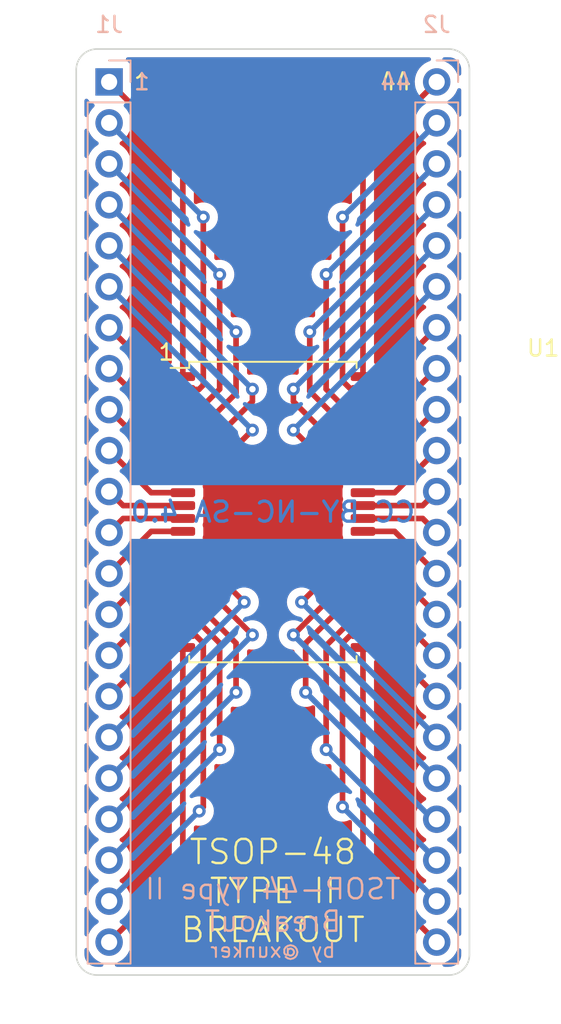
<source format=kicad_pcb>
(kicad_pcb (version 20211014) (generator pcbnew)

  (general
    (thickness 1.6)
  )

  (paper "A4")
  (layers
    (0 "F.Cu" signal)
    (31 "B.Cu" signal)
    (32 "B.Adhes" user "B.Adhesive")
    (33 "F.Adhes" user "F.Adhesive")
    (34 "B.Paste" user)
    (35 "F.Paste" user)
    (36 "B.SilkS" user "B.Silkscreen")
    (37 "F.SilkS" user "F.Silkscreen")
    (38 "B.Mask" user)
    (39 "F.Mask" user)
    (40 "Dwgs.User" user "User.Drawings")
    (41 "Cmts.User" user "User.Comments")
    (42 "Eco1.User" user "User.Eco1")
    (43 "Eco2.User" user "User.Eco2")
    (44 "Edge.Cuts" user)
    (45 "Margin" user)
    (46 "B.CrtYd" user "B.Courtyard")
    (47 "F.CrtYd" user "F.Courtyard")
    (48 "B.Fab" user)
    (49 "F.Fab" user)
    (50 "User.1" user)
    (51 "User.2" user)
    (52 "User.3" user)
    (53 "User.4" user)
    (54 "User.5" user)
    (55 "User.6" user)
    (56 "User.7" user)
    (57 "User.8" user)
    (58 "User.9" user)
  )

  (setup
    (stackup
      (layer "F.SilkS" (type "Top Silk Screen"))
      (layer "F.Paste" (type "Top Solder Paste"))
      (layer "F.Mask" (type "Top Solder Mask") (thickness 0.01))
      (layer "F.Cu" (type "copper") (thickness 0.035))
      (layer "dielectric 1" (type "core") (thickness 1.51) (material "FR4") (epsilon_r 4.5) (loss_tangent 0.02))
      (layer "B.Cu" (type "copper") (thickness 0.035))
      (layer "B.Mask" (type "Bottom Solder Mask") (thickness 0.01))
      (layer "B.Paste" (type "Bottom Solder Paste"))
      (layer "B.SilkS" (type "Bottom Silk Screen"))
      (copper_finish "None")
      (dielectric_constraints no)
    )
    (pad_to_mask_clearance 0)
    (pcbplotparams
      (layerselection 0x00010fc_ffffffff)
      (disableapertmacros false)
      (usegerberextensions false)
      (usegerberattributes true)
      (usegerberadvancedattributes true)
      (creategerberjobfile true)
      (svguseinch false)
      (svgprecision 6)
      (excludeedgelayer true)
      (plotframeref false)
      (viasonmask false)
      (mode 1)
      (useauxorigin false)
      (hpglpennumber 1)
      (hpglpenspeed 20)
      (hpglpendiameter 15.000000)
      (dxfpolygonmode true)
      (dxfimperialunits true)
      (dxfusepcbnewfont true)
      (psnegative false)
      (psa4output false)
      (plotreference true)
      (plotvalue true)
      (plotinvisibletext false)
      (sketchpadsonfab false)
      (subtractmaskfromsilk false)
      (outputformat 1)
      (mirror false)
      (drillshape 1)
      (scaleselection 1)
      (outputdirectory "")
    )
  )

  (net 0 "")
  (net 1 "1")
  (net 2 "2")
  (net 3 "3")
  (net 4 "4")
  (net 5 "5")
  (net 6 "6")
  (net 7 "7")
  (net 8 "8")
  (net 9 "9")
  (net 10 "10")
  (net 11 "11")
  (net 12 "12")
  (net 13 "13")
  (net 14 "14")
  (net 15 "15")
  (net 16 "16")
  (net 17 "17")
  (net 18 "18")
  (net 19 "19")
  (net 20 "20")
  (net 21 "21")
  (net 22 "22")
  (net 23 "23")
  (net 24 "24")
  (net 25 "25")
  (net 26 "26")
  (net 27 "27")
  (net 28 "28")
  (net 29 "29")
  (net 30 "30")
  (net 31 "31")
  (net 32 "32")
  (net 33 "33")
  (net 34 "34")
  (net 35 "35")
  (net 36 "36")
  (net 37 "37")
  (net 38 "38")
  (net 39 "39")
  (net 40 "40")
  (net 41 "41")
  (net 42 "42")
  (net 43 "43")
  (net 44 "44")

  (footprint "Package_SO:TSOP-II-44_10.16x18.41mm_P0.8mm" (layer "F.Cu") (at 137.16 80.01))

  (footprint "Connector_PinHeader_2.54mm:PinHeader_1x22_P2.54mm_Vertical" (layer "B.Cu") (at 147.32 53.34 180))

  (footprint "Connector_PinHeader_2.54mm:PinHeader_1x22_P2.54mm_Vertical" (layer "B.Cu") (at 127 53.34 180))

  (gr_arc (start 148.09 51.3) (mid 148.982724 51.680977) (end 149.350974 52.579026) (layer "Edge.Cuts") (width 0.1) (tstamp 2af41769-6ce5-4d01-bdda-83ab8610a038))
  (gr_line (start 149.350974 107.45) (end 149.350974 52.579026) (layer "Edge.Cuts") (width 0.1) (tstamp 3e2ef9f7-d10a-4fa9-9e9b-99cba56adb64))
  (gr_arc (start 126.239026 108.72) (mid 125.337266 108.342734) (end 124.96 107.440974) (layer "Edge.Cuts") (width 0.1) (tstamp 3fa2876c-45da-4f7c-907c-4acc9cf92d80))
  (gr_arc (start 124.96 52.579026) (mid 125.337266 51.677266) (end 126.239026 51.3) (layer "Edge.Cuts") (width 0.1) (tstamp 40a5a9c3-eaed-455f-8888-0a47f1cbc183))
  (gr_line (start 126.239026 108.72) (end 148.09 108.72) (layer "Edge.Cuts") (width 0.1) (tstamp 694615e7-122c-45ec-b615-b3043711ba8c))
  (gr_line (start 124.96 52.579026) (end 124.96 107.440974) (layer "Edge.Cuts") (width 0.1) (tstamp 6eb832a4-c518-4489-8f7f-41010fb55d2c))
  (gr_line (start 148.09 51.3) (end 126.239026 51.3) (layer "Edge.Cuts") (width 0.1) (tstamp ac3adde8-671a-40be-ad69-db86f5fc9a5a))
  (gr_arc (start 149.350974 107.45) (mid 148.98484 108.347474) (end 148.09 108.72) (layer "Edge.Cuts") (width 0.1) (tstamp c485b2c5-1ab4-44bc-908a-1b4d8085b6de))
  (gr_text "CC BY-NC-SA 4.0" (at 137.16 80.01) (layer "B.Cu") (tstamp 18c61c95-8af1-4986-b67e-c7af9c15ab6b)
    (effects (font (size 1.25 1.25) (thickness 0.2)) (justify mirror))
  )
  (gr_text "44" (at 144.78 53.34) (layer "B.SilkS") (tstamp 15d3165a-ea85-40d0-bc63-adfbbe46477b)
    (effects (font (size 1 1) (thickness 0.15)) (justify mirror))
  )
  (gr_text "1" (at 129.032 53.34) (layer "B.SilkS") (tstamp 4e92100f-dd21-4392-b5f9-276d33166de9)
    (effects (font (size 1 1) (thickness 0.15)) (justify mirror))
  )
  (gr_text "TSOP-44 Type II\nBreakouT" (at 137.16 104.394) (layer "B.SilkS") (tstamp 978f967d-6cc0-4f07-b852-e2800feefa07)
    (effects (font (size 1.25 1.25) (thickness 0.15)) (justify mirror))
  )
  (gr_text "by @xunker" (at 137.16 107.188) (layer "B.SilkS") (tstamp cab0d0a9-e089-4f0b-8483-22b4e0addcae)
    (effects (font (size 0.9 0.9) (thickness 0.125)) (justify mirror))
  )
  (gr_text "1" (at 130.556 70.104) (layer "F.SilkS") (tstamp 2a093840-0bdf-41ea-a70e-7ac20376c639)
    (effects (font (size 1 1) (thickness 0.15)))
  )
  (gr_text "44" (at 144.78 53.34) (layer "F.SilkS") (tstamp 91fadf70-2ade-4117-9403-e5395149406a)
    (effects (font (size 1 1) (thickness 0.15)))
  )
  (gr_text "TSOP-48\nTYPE II\nBREAKOUT" (at 137.16 103.505) (layer "F.SilkS") (tstamp b26c5c28-b291-43b3-a95b-c105073ada5e)
    (effects (font (size 1.5 1.5) (thickness 0.15)))
  )
  (gr_text "1" (at 129.032 53.34) (layer "F.SilkS") (tstamp d6aa34ea-0520-475a-aa20-6fcbadc8a87a)
    (effects (font (size 1 1) (thickness 0.15)))
  )

  (segment (start 131.5725 71.61) (end 131.572 71.6095) (width 0.35) (layer "F.Cu") (net 1) (tstamp 851b62d4-d0c0-4037-a4c7-4dcc32e4a898))
  (segment (start 131.572 71.6095) (end 131.572 57.912) (width 0.35) (layer "F.Cu") (net 1) (tstamp bd9a9298-c608-4545-bd1c-2df149870812))
  (segment (start 131.572 57.912) (end 127 53.34) (width 0.35) (layer "F.Cu") (net 1) (tstamp e5b778ac-7025-45d0-9a82-c8d472babbff))
  (segment (start 132.842 72.136) (end 132.568 72.41) (width 0.35) (layer "F.Cu") (net 2) (tstamp 5ebe036c-c7dc-45db-b058-ba5ffa3a14b8))
  (segment (start 132.842 61.722) (end 132.842 72.136) (width 0.35) (layer "F.Cu") (net 2) (tstamp 81e8dfaf-af5f-482d-8197-2cc683558d24))
  (segment (start 132.568 72.41) (end 131.5725 72.41) (width 0.35) (layer "F.Cu") (net 2) (tstamp 93df78b9-f470-44b7-8694-2c416dddb715))
  (via (at 132.842 61.722) (size 0.8) (drill 0.4) (layers "F.Cu" "B.Cu") (net 2) (tstamp 44a31d09-65ce-45e2-98f9-0649161b54b4))
  (segment (start 132.842 61.722) (end 127 55.88) (width 0.35) (layer "B.Cu") (net 2) (tstamp 6b21958a-d29e-48e1-9a0f-fb1c6ef5e070))
  (segment (start 133.038 73.21) (end 131.5725 73.21) (width 0.35) (layer "F.Cu") (net 3) (tstamp 73656d9f-56c7-4eaa-b61d-7f1f4449bedb))
  (segment (start 133.858 65.278) (end 133.858 72.39) (width 0.35) (layer "F.Cu") (net 3) (tstamp 90649dee-0168-4288-a80d-96888ea03c3c))
  (segment (start 133.858 72.39) (end 133.038 73.21) (width 0.35) (layer "F.Cu") (net 3) (tstamp adddff41-0c0c-45a8-825a-e9ac2b50151a))
  (via (at 133.858 65.278) (size 0.8) (drill 0.4) (layers "F.Cu" "B.Cu") (net 3) (tstamp f77a7a78-4b5b-42b1-b30a-b680cd751d23))
  (segment (start 133.858 65.278) (end 127 58.42) (width 0.35) (layer "B.Cu") (net 3) (tstamp 82c4bc67-7877-4a57-8f91-4cdb22671f05))
  (segment (start 134.874 68.834) (end 134.874 72.644) (width 0.35) (layer "F.Cu") (net 4) (tstamp 198e700b-d671-4456-8642-2d9adcba44d4))
  (segment (start 133.508 74.01) (end 131.5725 74.01) (width 0.35) (layer "F.Cu") (net 4) (tstamp 1ca64fd1-5aa5-4513-8175-e9eb8e072a4a))
  (segment (start 134.874 72.644) (end 133.508 74.01) (width 0.35) (layer "F.Cu") (net 4) (tstamp 3f5a9d72-5a0b-45fc-bc18-96f33fabab0e))
  (via (at 134.874 68.834) (size 0.8) (drill 0.4) (layers "F.Cu" "B.Cu") (net 4) (tstamp 98bed83e-70bd-4b12-93d5-a53881de9668))
  (segment (start 134.874 68.834) (end 127 60.96) (width 0.35) (layer "B.Cu") (net 4) (tstamp 7b5451d5-d5e9-4e56-a584-8786e02ec4f8))
  (segment (start 134.232 74.81) (end 131.5725 74.81) (width 0.35) (layer "F.Cu") (net 5) (tstamp 108527bd-2877-45fa-9d58-65c50c889d8c))
  (segment (start 135.89 73.152) (end 134.232 74.81) (width 0.35) (layer "F.Cu") (net 5) (tstamp afc971df-1171-4346-89e2-7e5d09ea2f0f))
  (segment (start 135.89 72.39) (end 135.89 73.152) (width 0.35) (layer "F.Cu") (net 5) (tstamp f80f83c6-c97f-4171-b3e4-a2ae8d256bc4))
  (via (at 135.89 72.39) (size 0.8) (drill 0.4) (layers "F.Cu" "B.Cu") (net 5) (tstamp d9eb91b8-0fe1-45ee-9757-42258feb0728))
  (segment (start 135.89 72.39) (end 127 63.5) (width 0.35) (layer "B.Cu") (net 5) (tstamp 2c01be16-cb4e-4041-853a-437b232098e7))
  (segment (start 135.21 75.61) (end 131.5725 75.61) (width 0.35) (layer "F.Cu") (net 6) (tstamp 00b66641-7327-4d52-84d7-c928ee20be7c))
  (segment (start 135.89 74.93) (end 135.21 75.61) (width 0.35) (layer "F.Cu") (net 6) (tstamp b2ceebc5-b4a8-4417-ad81-9e2f4deb9f5d))
  (via (at 135.89 74.93) (size 0.8) (drill 0.4) (layers "F.Cu" "B.Cu") (net 6) (tstamp 5e508155-c394-448c-9bdf-dfe25d500e6e))
  (segment (start 135.89 74.93) (end 127 66.04) (width 0.35) (layer "B.Cu") (net 6) (tstamp 263667f6-c7fd-4a10-b3bb-d1fd1aabfb16))
  (segment (start 127 68.58) (end 130.302 71.882) (width 0.35) (layer "F.Cu") (net 7) (tstamp 323e21d6-dbff-4bb8-88c5-815fae080d57))
  (segment (start 130.302 71.882) (end 130.302 75.977697) (width 0.35) (layer "F.Cu") (net 7) (tstamp aa4eeb22-d696-41a9-b931-3a38a7fd3a15))
  (segment (start 130.734303 76.41) (end 131.5725 76.41) (width 0.35) (layer "F.Cu") (net 7) (tstamp d10555c4-dfd5-4aab-9a8e-2b825d30ba63))
  (segment (start 130.302 75.977697) (end 130.734303 76.41) (width 0.35) (layer "F.Cu") (net 7) (tstamp d37e0fb8-8cdd-49a8-acbb-0050a9c2fbe6))
  (segment (start 129.54 73.66) (end 127 71.12) (width 0.35) (layer "F.Cu") (net 8) (tstamp 8c92f6c2-e7bf-41ab-a24c-c8619cba35c9))
  (segment (start 129.54 76.2) (end 129.54 73.66) (width 0.35) (layer "F.Cu") (net 8) (tstamp bd05d48d-86de-4916-8253-62085d8a6445))
  (segment (start 130.55 77.21) (end 129.54 76.2) (width 0.35) (layer "F.Cu") (net 8) (tstamp ebaafbf1-9e8d-4299-b1ac-93faf9cb9ddf))
  (segment (start 131.5725 77.21) (end 130.55 77.21) (width 0.35) (layer "F.Cu") (net 8) (tstamp fb8a96dc-64d1-4a3d-9fd1-34d32bccb787))
  (segment (start 130.1435 78.01) (end 128.524 76.3905) (width 0.35) (layer "F.Cu") (net 9) (tstamp 2153bce2-bd75-4828-84a2-e181b99dd810))
  (segment (start 128.524 75.184) (end 127 73.66) (width 0.35) (layer "F.Cu") (net 9) (tstamp 90e8d7cc-de2e-4d08-ab4d-b866711bfca0))
  (segment (start 131.5725 78.01) (end 130.1435 78.01) (width 0.35) (layer "F.Cu") (net 9) (tstamp cdec32eb-c906-448f-8174-f8387b7e86af))
  (segment (start 128.524 76.3905) (end 128.524 75.184) (width 0.35) (layer "F.Cu") (net 9) (tstamp dc5cf0df-9286-493d-91f8-6ec0477e762c))
  (segment (start 131.5725 78.81) (end 129.61 78.81) (width 0.35) (layer "F.Cu") (net 10) (tstamp 17da5138-e9c3-4283-8154-f87cca035846))
  (segment (start 129.61 78.81) (end 127 76.2) (width 0.35) (layer "F.Cu") (net 10) (tstamp 4a241ea1-c310-4f4b-8a2b-32cc392f0575))
  (segment (start 131.5725 79.61) (end 127.87 79.61) (width 0.35) (layer "F.Cu") (net 11) (tstamp 4a9dbd84-b2ea-49f3-aa44-4575bfb289a5))
  (segment (start 127.87 79.61) (end 127 78.74) (width 0.35) (layer "F.Cu") (net 11) (tstamp 878928c7-7e18-4a21-ac8f-a4205bb0b90c))
  (segment (start 127.87 80.41) (end 127 81.28) (width 0.35) (layer "F.Cu") (net 12) (tstamp d1e8586d-ce57-491c-9f99-8f4cab72fd4e))
  (segment (start 131.5725 80.41) (end 127.87 80.41) (width 0.35) (layer "F.Cu") (net 12) (tstamp f4691abe-151c-456c-96e3-7e0092b1b051))
  (segment (start 131.5725 81.21) (end 129.61 81.21) (width 0.35) (layer "F.Cu") (net 13) (tstamp 44c0d66f-43e0-462a-a83a-fd142b2a31e0))
  (segment (start 129.61 81.21) (end 127 83.82) (width 0.35) (layer "F.Cu") (net 13) (tstamp d7f3a35f-b531-4a2d-89d9-53aa28be792b))
  (segment (start 130.08 82.01) (end 128.524 83.566) (width 0.35) (layer "F.Cu") (net 14) (tstamp c3698207-b463-4ac6-b5ff-cb863727709d))
  (segment (start 128.524 83.566) (end 128.524 84.836) (width 0.35) (layer "F.Cu") (net 14) (tstamp dd851d81-8238-461c-8997-c1d37891b861))
  (segment (start 131.5725 82.01) (end 130.08 82.01) (width 0.35) (layer "F.Cu") (net 14) (tstamp f19f47ba-258c-4df5-804d-252ee17c8474))
  (segment (start 128.524 84.836) (end 127 86.36) (width 0.35) (layer "F.Cu") (net 14) (tstamp f9aa7010-32c5-4dd8-be1d-09a368725b6c))
  (segment (start 129.54 86.36) (end 127 88.9) (width 0.35) (layer "F.Cu") (net 15) (tstamp 403ed6b5-3334-4dd4-8f19-7f494cee27a1))
  (segment (start 129.54 83.566) (end 129.54 86.36) (width 0.35) (layer "F.Cu") (net 15) (tstamp 5b34598c-d96e-4175-bbf9-1e14037332ad))
  (segment (start 130.296 82.81) (end 129.54 83.566) (width 0.35) (layer "F.Cu") (net 15) (tstamp 770d58a7-0ccb-46b9-be1f-6e135670b9a9))
  (segment (start 131.5725 82.81) (end 130.296 82.81) (width 0.35) (layer "F.Cu") (net 15) (tstamp 8fb6fc6b-f8ab-4ef4-8690-63e0a17fd4d0))
  (segment (start 130.734303 83.61) (end 130.302 84.042303) (width 0.35) (layer "F.Cu") (net 16) (tstamp 2dc7758b-edb4-4973-80eb-4e54986b1b68))
  (segment (start 130.302 84.042303) (end 130.302 88.138) (width 0.35) (layer "F.Cu") (net 16) (tstamp 30bc37ff-5f6c-48bc-bb5f-ab67d6241336))
  (segment (start 131.5725 83.61) (end 130.734303 83.61) (width 0.35) (layer "F.Cu") (net 16) (tstamp 839506d1-e140-4f7d-b734-00c047d52971))
  (segment (start 130.302 88.138) (end 127 91.44) (width 0.35) (layer "F.Cu") (net 16) (tstamp c0f1f8cc-be74-4247-881d-f5f5564d463c))
  (segment (start 134.194 84.41) (end 131.5725 84.41) (width 0.35) (layer "F.Cu") (net 17) (tstamp 97cb7e96-683b-4563-af08-605fca69af95))
  (segment (start 135.382 85.598) (end 134.194 84.41) (width 0.35) (layer "F.Cu") (net 17) (tstamp 9f9866d8-b1f6-44a3-a0ac-9ebb99d77b15))
  (via (at 135.382 85.598) (size 0.8) (drill 0.4) (layers "F.Cu" "B.Cu") (net 17) (tstamp 7cc3caad-923a-411e-a634-01ce990c2b86))
  (segment (start 135.382 85.598) (end 127 93.98) (width 0.35) (layer "B.Cu") (net 17) (tstamp 70c77ba2-6dde-4645-93bc-109347b128fa))
  (segment (start 133.47 85.21) (end 131.5725 85.21) (width 0.35) (layer "F.Cu") (net 18) (tstamp 010b2829-ac0b-4c81-915b-bc2937bd444f))
  (segment (start 135.89 87.63) (end 133.47 85.21) (width 0.35) (layer "F.Cu") (net 18) (tstamp 28f3567b-d0f7-4a3b-b7d7-b9669e22fc38))
  (via (at 135.89 87.63) (size 0.8) (drill 0.4) (layers "F.Cu" "B.Cu") (net 18) (tstamp 76715148-a63d-4eb9-87fc-dafa56414cd0))
  (segment (start 135.89 87.63) (end 127 96.52) (width 0.35) (layer "B.Cu") (net 18) (tstamp c668c090-4fab-4107-9885-065fd6b1fcb6))
  (segment (start 134.874 91.186) (end 134.874 88.140154) (width 0.35) (layer "F.Cu") (net 19) (tstamp 2f6b70cd-d4ab-497c-ac6b-98b6b8972073))
  (segment (start 132.743846 86.01) (end 131.5725 86.01) (width 0.35) (layer "F.Cu") (net 19) (tstamp 4f23fe64-5716-4d08-a6e4-653376ce9be0))
  (segment (start 134.874 88.140154) (end 132.743846 86.01) (width 0.35) (layer "F.Cu") (net 19) (tstamp ba173a53-328a-4a60-8da7-4f0d0163b72c))
  (via (at 134.874 91.186) (size 0.8) (drill 0.4) (layers "F.Cu" "B.Cu") (net 19) (tstamp 7b00fafa-ed85-4281-a800-1a9e9f852c5e))
  (segment (start 134.874 91.186) (end 127 99.06) (width 0.35) (layer "B.Cu") (net 19) (tstamp 7de9273d-6848-4e98-a75d-615aa76e8d9d))
  (segment (start 132.53 86.81) (end 131.5725 86.81) (width 0.35) (layer "F.Cu") (net 20) (tstamp 62fc8eb6-5a93-4e47-8744-4d879102072f))
  (segment (start 133.858 88.138) (end 132.53 86.81) (width 0.35) (layer "F.Cu") (net 20) (tstamp 80c2822a-4f43-4f06-bf6b-38a1a683f0e6))
  (segment (start 133.858 94.742) (end 133.858 88.138) (width 0.35) (layer "F.Cu") (net 20) (tstamp fa5f7149-4610-4f71-8ab4-9e788d0b68ad))
  (via (at 133.858 94.742) (size 0.8) (drill 0.4) (layers "F.Cu" "B.Cu") (net 20) (tstamp 026c9741-3c84-4c20-825b-c05305f6fc9f))
  (segment (start 133.858 94.742) (end 127 101.6) (width 0.35) (layer "B.Cu") (net 20) (tstamp 12236f79-a4bf-4497-85ee-e7a16dabcab9))
  (segment (start 132.588 98.552) (end 132.842 98.298) (width 0.35) (layer "F.Cu") (net 21) (tstamp 42ef99e8-e265-4843-ba4b-69bb0d376acb))
  (segment (start 132.842 88.138) (end 132.314 87.61) (width 0.35) (layer "F.Cu") (net 21) (tstamp 46d2b44c-bab7-4689-821b-d9fdcfccfeea))
  (segment (start 132.842 98.298) (end 132.842 88.138) (width 0.35) (layer "F.Cu") (net 21) (tstamp 7a742f4e-1950-4b16-86cc-e9e49834fa2e))
  (segment (start 132.314 87.61) (end 131.5725 87.61) (width 0.35) (layer "F.Cu") (net 21) (tstamp 81168b4f-d59b-4321-9034-e826c797904e))
  (via (at 132.588 98.552) (size 0.8) (drill 0.4) (layers "F.Cu" "B.Cu") (net 21) (tstamp 4f0ae3ef-e69f-4e2c-b453-0c36b4142adc))
  (segment (start 132.588 98.552) (end 127 104.14) (width 0.35) (layer "B.Cu") (net 21) (tstamp 34451c36-a017-4fd9-ac51-e633957501b8))
  (segment (start 131.5725 102.1075) (end 127 106.68) (width 0.35) (layer "F.Cu") (net 22) (tstamp b724755d-25a9-4f62-897b-443705072e00))
  (segment (start 131.5725 88.41) (end 131.5725 102.1075) (width 0.35) (layer "F.Cu") (net 22) (tstamp ef9f5262-38e8-45c8-9efb-707aba0ba92c))
  (segment (start 142.7475 102.1075) (end 147.32 106.68) (width 0.35) (layer "F.Cu") (net 23) (tstamp 086d6519-2206-493b-8bc7-d49675f93403))
  (segment (start 142.7475 88.41) (end 142.7475 102.1075) (width 0.35) (layer "F.Cu") (net 23) (tstamp a67322fd-548d-431a-bf95-958080bb9c57))
  (segment (start 141.478 88.138) (end 142.006 87.61) (width 0.35) (layer "F.Cu") (net 24) (tstamp 361be1c5-42f3-43db-8572-99ec1a999869))
  (segment (start 141.478 98.298) (end 141.478 88.138) (width 0.35) (layer "F.Cu") (net 24) (tstamp 674ae7dc-7d8e-4488-b3a6-d8cae767d203))
  (segment (start 142.006 87.61) (end 142.7475 87.61) (width 0.35) (layer "F.Cu") (net 24) (tstamp f371d7dd-b1af-4f36-8465-5f09b22181ac))
  (via (at 141.478 98.298) (size 0.8) (drill 0.4) (layers "F.Cu" "B.Cu") (net 24) (tstamp e551e438-a29c-447f-9b2d-0ea0446498c3))
  (segment (start 147.32 104.14) (end 141.478 98.298) (width 0.35) (layer "B.Cu") (net 24) (tstamp ebefe48f-1600-40c2-a43d-b2e552c2cc69))
  (segment (start 140.462 94.742) (end 140.462 88.291125) (width 0.35) (layer "F.Cu") (net 25) (tstamp 48802b76-c0d0-4203-8b63-dc5ce1b4eb0b))
  (segment (start 141.943125 86.81) (end 142.7475 86.81) (width 0.35) (layer "F.Cu") (net 25) (tstamp 8356809e-347c-4fc5-af0b-d0ae5cd2f499))
  (segment (start 140.462 88.291125) (end 141.943125 86.81) (width 0.35) (layer "F.Cu") (net 25) (tstamp daeffcf0-f361-45ae-a4ae-5bcf3519411b))
  (via (at 140.462 94.742) (size 0.8) (drill 0.4) (layers "F.Cu" "B.Cu") (net 25) (tstamp f09dc0fb-2634-4571-a1ba-caf0858c51ea))
  (segment (start 140.462 94.742) (end 147.32 101.6) (width 0.35) (layer "B.Cu") (net 25) (tstamp f86e7802-0d3b-4303-898d-e0e6c4474a49))
  (segment (start 141.32 86.01) (end 142.7475 86.01) (width 0.35) (layer "F.Cu") (net 26) (tstamp 3413e959-200e-48c5-bcd7-626abf0f9fe9))
  (segment (start 139.192 91.186) (end 139.192 88.138) (width 0.35) (layer "F.Cu") (net 26) (tstamp 4db6bebf-40da-4b60-8cb9-fd5092ae673e))
  (segment (start 139.192 88.138) (end 141.32 86.01) (width 0.35) (layer "F.Cu") (net 26) (tstamp fe764cf4-7973-4b27-a1fa-e61e487ac633))
  (via (at 139.192 91.186) (size 0.8) (drill 0.4) (layers "F.Cu" "B.Cu") (net 26) (tstamp ae066c16-167e-4460-bbfc-9aa92892d083))
  (segment (start 147.066 99.06) (end 147.32 99.06) (width 0.35) (layer "B.Cu") (net 26) (tstamp 2243faa8-1faa-433c-a685-de3545a6d333))
  (segment (start 139.192 91.186) (end 147.066 99.06) (width 0.35) (layer "B.Cu") (net 26) (tstamp 3db48cb9-eb34-425b-9e9d-90dee9ae3185))
  (segment (start 140.85 85.21) (end 142.7475 85.21) (width 0.35) (layer "F.Cu") (net 27) (tstamp 795bdb30-d7d9-46be-93b2-3e4f6540ee5b))
  (segment (start 138.43 87.63) (end 140.85 85.21) (width 0.35) (layer "F.Cu") (net 27) (tstamp ab931239-5bfa-430c-bed6-8b8afb65eec3))
  (via (at 138.43 87.63) (size 0.8) (drill 0.4) (layers "F.Cu" "B.Cu") (net 27) (tstamp ecf041bd-a25f-44f8-abc1-1345b6a90e87))
  (segment (start 138.43 87.63) (end 147.32 96.52) (width 0.35) (layer "B.Cu") (net 27) (tstamp 0e32fcd3-f83f-4da9-a52a-0dfc1a11c8ea))
  (segment (start 140.126 84.41) (end 142.7475 84.41) (width 0.35) (layer "F.Cu") (net 28) (tstamp 1a6f71c8-8ca2-424c-b75d-3d17d8071ba3))
  (segment (start 138.938 85.598) (end 140.126 84.41) (width 0.35) (layer "F.Cu") (net 28) (tstamp 3b05d9a9-a0fe-4b34-8ac8-296b541d46e8))
  (via (at 138.938 85.598) (size 0.8) (drill 0.4) (layers "F.Cu" "B.Cu") (net 28) (tstamp a2ae6c22-3f91-42a1-86d6-f800dc10e79a))
  (segment (start 138.938 85.598) (end 147.32 93.98) (width 0.35) (layer "B.Cu") (net 28) (tstamp 4225cfbf-63d3-4ab1-80d2-254e7f767c01))
  (segment (start 143.554 83.61) (end 144.018 84.074) (width 0.35) (layer "F.Cu") (net 29) (tstamp 2fdf11a9-ffba-4bea-a90b-1946a255d0ef))
  (segment (start 144.018 88.138) (end 147.32 91.44) (width 0.35) (layer "F.Cu") (net 29) (tstamp 6032cd73-7877-4f17-ab8f-074afa7aeff9))
  (segment (start 142.7475 83.61) (end 143.554 83.61) (width 0.35) (layer "F.Cu") (net 29) (tstamp d085ee13-ec6d-46c5-8ed8-2d9bebf0ea78))
  (segment (start 144.018 84.074) (end 144.018 88.138) (width 0.35) (layer "F.Cu") (net 29) (tstamp dda8e46d-1745-4654-b740-a1c9a5dcbe88))
  (segment (start 143.77 82.81) (end 144.78 83.82) (width 0.35) (layer "F.Cu") (net 30) (tstamp 0d406d3a-83bd-405c-93f1-45e305ce3325))
  (segment (start 142.7475 82.81) (end 143.77 82.81) (width 0.35) (layer "F.Cu") (net 30) (tstamp 51a7a514-6dd0-48e0-bb73-093651f4240e))
  (segment (start 144.78 83.82) (end 144.78 86.36) (width 0.35) (layer "F.Cu") (net 30) (tstamp 89e6fcf3-e054-46a8-89b7-006f82d93496))
  (segment (start 144.78 86.36) (end 147.32 88.9) (width 0.35) (layer "F.Cu") (net 30) (tstamp 9d3cb431-b6c2-496f-bed9-6cffcc77e11f))
  (segment (start 142.7475 82.01) (end 144.24 82.01) (width 0.35) (layer "F.Cu") (net 31) (tstamp 53784729-0f57-4997-be73-15d6e6aa6bdd))
  (segment (start 145.542 83.312) (end 145.542 84.582) (width 0.35) (layer "F.Cu") (net 31) (tstamp 6c57fd80-1820-46cf-a8ec-893ba4493a0d))
  (segment (start 144.24 82.01) (end 145.542 83.312) (width 0.35) (layer "F.Cu") (net 31) (tstamp b4c394c1-c754-4356-a341-9977114cf6e6))
  (segment (start 145.542 84.582) (end 147.32 86.36) (width 0.35) (layer "F.Cu") (net 31) (tstamp cd1498bb-60b9-4850-b6db-202eef08f944))
  (segment (start 142.7475 81.21) (end 144.71 81.21) (width 0.35) (layer "F.Cu") (net 32) (tstamp 199f96f8-06f4-42e6-93c4-ad92ea42bae0))
  (segment (start 144.71 81.21) (end 147.32 83.82) (width 0.35) (layer "F.Cu") (net 32) (tstamp 5e043a8a-9b10-4bfa-92b1-3ea6f3f3ea3f))
  (segment (start 142.7475 80.41) (end 146.45 80.41) (width 0.35) (layer "F.Cu") (net 33) (tstamp 86502859-34fa-4f1a-ab4a-88946f40b404))
  (segment (start 146.45 80.41) (end 147.32 81.28) (width 0.35) (layer "F.Cu") (net 33) (tstamp f9f17681-d683-47b8-a819-78a784512978))
  (segment (start 146.45 79.61) (end 147.32 78.74) (width 0.35) (layer "F.Cu") (net 34) (tstamp 997fdc9d-e35b-4be5-8b6c-d12c13799dda))
  (segment (start 142.7475 79.61) (end 146.45 79.61) (width 0.35) (layer "F.Cu") (net 34) (tstamp c2eb0d49-62c2-46d2-ad08-0b6030367123))
  (segment (start 142.7475 78.81) (end 144.71 78.81) (width 0.35) (layer "F.Cu") (net 35) (tstamp 09412c9d-3d9a-4a40-b374-d7948c55643b))
  (segment (start 144.71 78.81) (end 147.32 76.2) (width 0.35) (layer "F.Cu") (net 35) (tstamp 20a849ac-dc30-470a-8ed7-eddd9155bd37))
  (segment (start 145.522187 76.727813) (end 145.522187 75.457813) (width 0.35) (layer "F.Cu") (net 36) (tstamp 254bce2d-875d-4b5b-9ada-6d465d69b8ea))
  (segment (start 145.522187 75.457813) (end 147.32 73.66) (width 0.35) (layer "F.Cu") (net 36) (tstamp 820fafff-b416-48db-80f7-e4aa715b665f))
  (segment (start 144.24 78.01) (end 145.522187 76.727813) (width 0.35) (layer "F.Cu") (net 36) (tstamp 8bf17fe1-24b4-4384-8c71-e6a1e632a018))
  (segment (start 142.7475 78.01) (end 144.24 78.01) (width 0.35) (layer "F.Cu") (net 36) (tstamp af065f55-9544-4f20-b15c-36467003104e))
  (segment (start 144.78 73.66) (end 147.32 71.12) (width 0.35) (layer "F.Cu") (net 37) (tstamp 13360023-7047-4a61-9bd3-3e260b91cc9f))
  (segment (start 143.77 77.21) (end 144.78 76.2) (width 0.35) (layer "F.Cu") (net 37) (tstamp 56f76d01-9a0f-4e2f-9d36-4269ba62f95e))
  (segment (start 142.7475 77.21) (end 143.77 77.21) (width 0.35) (layer "F.Cu") (net 37) (tstamp af492bdf-7656-4c8a-802d-18b30bde75ce))
  (segment (start 144.78 76.2) (end 144.78 73.66) (width 0.35) (layer "F.Cu") (net 37) (tstamp e793f50b-62da-4921-b2d3-c56766068815))
  (segment (start 142.7475 76.41) (end 143.476375 76.41) (width 0.35) (layer "F.Cu") (net 38) (tstamp 4b575c38-73ea-4ef0-9c91-3c814bd5e4d1))
  (segment (start 144.018 75.868375) (end 144.018 71.882) (width 0.35) (layer "F.Cu") (net 38) (tstamp 4ba7258e-7bbc-4eb7-8e5d-8732a527f0a5))
  (segment (start 143.476375 76.41) (end 144.018 75.868375) (width 0.35) (layer "F.Cu") (net 38) (tstamp 8fb37ccf-59a6-4453-8f79-cf526d30250b))
  (segment (start 144.018 71.882) (end 147.32 68.58) (width 0.35) (layer "F.Cu") (net 38) (tstamp 93eed7b1-4bd9-45e2-84f0-50139aeb2f2a))
  (segment (start 138.43 74.93) (end 139.11 75.61) (width 0.35) (layer "F.Cu") (net 39) (tstamp 74a83878-f6ab-47fb-b7ce-e3adac40b80c))
  (segment (start 139.11 75.61) (end 142.7475 75.61) (width 0.35) (layer "F.Cu") (net 39) (tstamp 943810f6-d8ca-4c32-8ee3-ea794e845ae8))
  (via (at 138.43 74.93) (size 0.8) (drill 0.4) (layers "F.Cu" "B.Cu") (net 39) (tstamp d16d2a58-f991-46e5-8874-ea45b262814c))
  (segment (start 147.32 66.04) (end 138.43 74.93) (width 0.35) (layer "B.Cu") (net 39) (tstamp faf95493-c915-44bb-8eaa-7988f6dc7b2f))
  (segment (start 138.43 73.152) (end 140.088 74.81) (width 0.35) (layer "F.Cu") (net 40) (tstamp 1eb65084-128a-41ae-98e0-d49e8410d47c))
  (segment (start 140.088 74.81) (end 142.7475 74.81) (width 0.35) (layer "F.Cu") (net 40) (tstamp 74c4318e-227a-4468-b029-c0a780f43139))
  (segment (start 138.43 72.39) (end 138.43 73.152) (width 0.35) (layer "F.Cu") (net 40) (tstamp 7b12a84a-18e8-4a69-88b7-442c62c4e402))
  (via (at 138.43 72.39) (size 0.8) (drill 0.4) (layers "F.Cu" "B.Cu") (net 40) (tstamp 9f4a29c3-d53d-498e-87fe-ee9db662c8d3))
  (segment (start 138.43 72.39) (end 147.32 63.5) (width 0.35) (layer "B.Cu") (net 40) (tstamp 9e6d8eaf-fd9a-47da-b7b1-7aa9ef812ff4))
  (segment (start 139.446 68.834) (end 139.446 72.517) (width 0.35) (layer "F.Cu") (net 41) (tstamp 7741902c-40d9-4cb7-aeb1-f5dc7bf134a0))
  (segment (start 139.446 72.517) (end 140.939 74.01) (width 0.35) (layer "F.Cu") (net 41) (tstamp d69c1883-4c35-455e-8853-c43017277dae))
  (segment (start 140.939 74.01) (end 142.7475 74.01) (width 0.35) (layer "F.Cu") (net 41) (tstamp df6b282f-bd46-469f-8c62-c24cd3b0b29b))
  (via (at 139.446 68.834) (size 0.8) (drill 0.4) (layers "F.Cu" "B.Cu") (net 41) (tstamp 86b2b2b3-a21f-49d0-b67c-c7c1fcf947c2))
  (segment (start 139.446 68.834) (end 147.32 60.96) (width 0.35) (layer "B.Cu") (net 41) (tstamp 07d8a217-858d-4185-a07e-f4f59d508dd7))
  (segment (start 141.282 73.21) (end 142.7475 73.21) (width 0.35) (layer "F.Cu") (net 42) (tstamp 2e3dc1d3-0517-4809-9f72-1e0a8cc77779))
  (segment (start 140.462 65.278) (end 140.462 72.39) (width 0.35) (layer "F.Cu") (net 42) (tstamp 4b22be8f-3c30-4339-83e0-9953f3b01f26))
  (segment (start 140.462 72.39) (end 141.282 73.21) (width 0.35) (layer "F.Cu") (net 42) (tstamp 80b0d5ea-ff96-4fc2-9276-04aab7fd9baa))
  (via (at 140.462 65.278) (size 0.8) (drill 0.4) (layers "F.Cu" "B.Cu") (net 42) (tstamp d38e32e1-f66c-41fb-9430-7d5b1c761c7f))
  (segment (start 140.462 65.278) (end 147.32 58.42) (width 0.35) (layer "B.Cu") (net 42) (tstamp f0d389d4-5c4d-4802-b2a4-953d12166354))
  (segment (start 142.7475 72.41) (end 142.006 72.41) (width 0.35) (layer "F.Cu") (net 43) (tstamp 353ac1c6-8062-4ba3-ba9b-a758a7af26f7))
  (segment (start 141.478 71.882) (end 141.478 61.722) (width 0.35) (layer "F.Cu") (net 43) (tstamp 89547905-2612-4a71-88ea-3b9322327105))
  (segment (start 142.006 72.41) (end 141.478 71.882) (width 0.35) (layer "F.Cu") (net 43) (tstamp b12860ca-4a54-44e4-bc37-3335acded897))
  (via (at 141.478 61.722) (size 0.8) (drill 0.4) (layers "F.Cu" "B.Cu") (net 43) (tstamp 1c839cfd-3d84-470e-bdc6-d56c732efa5d))
  (segment (start 147.32 55.88) (end 141.478 61.722) (width 0.35) (layer "B.Cu") (net 43) (tstamp c00e801a-7926-4023-9dac-abed775ee1d8))
  (segment (start 142.7475 71.61) (end 142.7475 57.9125) (width 0.35) (layer "F.Cu") (net 44) (tstamp 103b4145-f552-4524-961d-ba332eee57c2))
  (segment (start 142.7475 57.9125) (end 147.32 53.34) (width 0.35) (layer "F.Cu") (net 44) (tstamp b7466c01-4e22-4582-b2d9-20b1ef0b3949))

  (zone (net 0) (net_name "") (layers F&B.Cu) (tstamp 5cebf4af-fa88-418c-bdd0-515404329570) (hatch edge 0.508)
    (connect_pads (clearance 0.508))
    (min_thickness 0.254) (filled_areas_thickness no)
    (fill yes (thermal_gap 0.508) (thermal_bridge_width 0.508))
    (polygon
      (pts
        (xy 152.4 111.76)
        (xy 121.92 111.76)
        (xy 121.92 48.26)
        (xy 152.4 48.26)
      )
    )
    (filled_polygon
      (layer "F.Cu")
      (island)
      (pts
        (xy 125.677012 107.069423)
        (xy 125.711243 107.117243)
        (xy 125.783266 107.294616)
        (xy 125.785965 107.29902)
        (xy 125.885668 107.461721)
        (xy 125.899987 107.485088)
        (xy 126.04625 107.653938)
        (xy 126.218126 107.796632)
        (xy 126.411 107.909338)
        (xy 126.415825 107.91118)
        (xy 126.415826 107.911181)
        (xy 126.56407 107.96779)
        (xy 126.620573 108.010778)
        (xy 126.644866 108.077489)
        (xy 126.629236 108.146743)
        (xy 126.578645 108.196554)
        (xy 126.519121 108.2115)
        (xy 126.290627 108.2115)
        (xy 126.270365 108.20986)
        (xy 126.257784 108.20781)
        (xy 126.257783 108.20781)
        (xy 126.24892 108.206366)
        (xy 126.237765 108.207745)
        (xy 126.209183 108.208012)
        (xy 126.10419 108.197016)
        (xy 126.080208 108.192113)
        (xy 125.958967 108.154752)
        (xy 125.936388 108.145307)
        (xy 125.824648 108.085201)
        (xy 125.804318 108.071564)
        (xy 125.706317 107.990991)
        (xy 125.689009 107.973683)
        (xy 125.608436 107.875682)
        (xy 125.594799 107.855352)
        (xy 125.561435 107.793327)
        (xy 125.534693 107.743612)
        (xy 125.525248 107.721033)
        (xy 125.487886 107.599791)
        (xy 125.482983 107.575807)
        (xy 125.472697 107.477578)
        (xy 125.473043 107.461492)
        (xy 125.472358 107.461488)
        (xy 125.472404 107.452505)
        (xy 125.473722 107.443631)
        (xy 125.469682 107.41434)
        (xy 125.4685 107.397125)
        (xy 125.4685 107.164647)
        (xy 125.488502 107.096526)
        (xy 125.542158 107.050033)
        (xy 125.612432 107.039929)
      )
    )
    (filled_polygon
      (layer "F.Cu")
      (island)
      (pts
        (xy 146.909739 51.828502)
        (xy 146.956232 51.882158)
        (xy 146.966336 51.952432)
        (xy 146.936842 52.017012)
        (xy 146.880763 52.054265)
        (xy 146.791756 52.083357)
        (xy 146.761443 52.099137)
        (xy 146.655486 52.154295)
        (xy 146.593607 52.186507)
        (xy 146.589474 52.18961)
        (xy 146.589471 52.189612)
        (xy 146.459479 52.287213)
        (xy 146.414965 52.320635)
        (xy 146.260629 52.482138)
        (xy 146.257715 52.48641)
        (xy 146.257714 52.486411)
        (xy 146.197005 52.575407)
        (xy 146.134743 52.66668)
        (xy 146.040688 52.869305)
        (xy 145.980989 53.08457)
        (xy 145.957251 53.306695)
        (xy 145.97011 53.529715)
        (xy 145.990449 53.619963)
        (xy 145.985913 53.690813)
        (xy 145.956627 53.736758)
        (xy 142.284041 57.409344)
        (xy 142.277776 57.415198)
        (xy 142.23583 57.45179)
        (xy 142.200434 57.502155)
        (xy 142.196522 57.50742)
        (xy 142.158565 57.555828)
        (xy 142.155439 57.562752)
        (xy 142.152829 57.567061)
        (xy 142.147458 57.576476)
        (xy 142.145073 57.580924)
        (xy 142.140705 57.587139)
        (xy 142.137946 57.594216)
        (xy 142.118358 57.644457)
        (xy 142.115806 57.650529)
        (xy 142.090486 57.706605)
        (xy 142.0891 57.714082)
        (xy 142.08759 57.718902)
        (xy 142.084618 57.729335)
        (xy 142.08337 57.734196)
        (xy 142.080611 57.741272)
        (xy 142.07962 57.748802)
        (xy 142.072582 57.802262)
        (xy 142.07155 57.808778)
        (xy 142.06476 57.845416)
        (xy 142.060339 57.869267)
        (xy 142.060776 57.876847)
        (xy 142.060776 57.876848)
        (xy 142.063791 57.929142)
        (xy 142.064 57.936394)
        (xy 142.064 60.794404)
        (xy 142.043998 60.862525)
        (xy 141.990342 60.909018)
        (xy 141.920068 60.919122)
        (xy 141.886753 60.909512)
        (xy 141.760288 60.853206)
        (xy 141.646272 60.828971)
        (xy 141.579944 60.814872)
        (xy 141.579939 60.814872)
        (xy 141.573487 60.8135)
        (xy 141.382513 60.8135)
        (xy 141.376061 60.814872)
        (xy 141.376056 60.814872)
        (xy 141.309728 60.828971)
        (xy 141.195712 60.853206)
        (xy 141.189682 60.855891)
        (xy 141.189681 60.855891)
        (xy 141.027278 60.928197)
        (xy 141.027276 60.928198)
        (xy 141.021248 60.930882)
        (xy 140.866747 61.043134)
        (xy 140.73896 61.185056)
        (xy 140.643473 61.350444)
        (xy 140.584458 61.532072)
        (xy 140.583768 61.538633)
        (xy 140.583768 61.538635)
        (xy 140.571282 61.657438)
        (xy 140.564496 61.722)
        (xy 140.584458 61.911928)
        (xy 140.643473 62.093556)
        (xy 140.73896 62.258944)
        (xy 140.74338 62.263853)
        (xy 140.743383 62.263857)
        (xy 140.762135 62.284683)
        (xy 140.792853 62.34869)
        (xy 140.7945 62.368994)
        (xy 140.7945 64.264281)
        (xy 140.774498 64.332402)
        (xy 140.720842 64.378895)
        (xy 140.650568 64.388999)
        (xy 140.642303 64.387528)
        (xy 140.563944 64.370872)
        (xy 140.563939 64.370872)
        (xy 140.557487 64.3695)
        (xy 140.366513 64.3695)
        (xy 140.360061 64.370872)
        (xy 140.360056 64.370872)
        (xy 140.3007 64.383489)
        (xy 140.179712 64.409206)
        (xy 140.173682 64.411891)
        (xy 140.173681 64.411891)
        (xy 140.011278 64.484197)
        (xy 140.011276 64.484198)
        (xy 140.005248 64.486882)
        (xy 139.850747 64.599134)
        (xy 139.846326 64.604044)
        (xy 139.846325 64.604045)
        (xy 139.837968 64.613327)
        (xy 139.72296 64.741056)
        (xy 139.627473 64.906444)
        (xy 139.568458 65.088072)
        (xy 139.548496 65.278)
        (xy 139.549186 65.284565)
        (xy 139.561381 65.40059)
        (xy 139.568458 65.467928)
        (xy 139.627473 65.649556)
        (xy 139.630776 65.655278)
        (xy 139.630777 65.655279)
        (xy 139.643473 65.677269)
        (xy 139.72296 65.814944)
        (xy 139.72738 65.819853)
        (xy 139.727383 65.819857)
        (xy 139.746135 65.840683)
        (xy 139.776853 65.90469)
        (xy 139.7785 65.924994)
        (xy 139.7785 67.820281)
        (xy 139.758498 67.888402)
        (xy 139.704842 67.934895)
        (xy 139.634568 67.944999)
        (xy 139.626303 67.943528)
        (xy 139.547944 67.926872)
        (xy 139.547939 67.926872)
        (xy 139.541487 67.9255)
        (xy 139.350513 67.9255)
        (xy 139.344061 67.926872)
        (xy 139.344056 67.926872)
        (xy 139.265698 67.943528)
        (xy 139.163712 67.965206)
        (xy 139.157682 67.967891)
        (xy 139.157681 67.967891)
        (xy 138.995278 68.040197)
        (xy 138.995276 68.040198)
        (xy 138.989248 68.042882)
        (xy 138.834747 68.155134)
        (xy 138.830326 68.160044)
        (xy 138.830325 68.160045)
        (xy 138.806229 68.186807)
        (xy 138.70696 68.297056)
        (xy 138.611473 68.462444)
        (xy 138.552458 68.644072)
        (xy 138.551768 68.650633)
        (xy 138.551768 68.650635)
        (xy 138.538722 68.774764)
        (xy 138.532496 68.834)
        (xy 138.533186 68.840565)
        (xy 138.547462 68.97639)
        (xy 138.552458 69.023928)
        (xy 138.611473 69.205556)
        (xy 138.614776 69.211278)
        (xy 138.614777 69.211279)
        (xy 138.658077 69.286277)
        (xy 138.70696 69.370944)
        (xy 138.71138 69.375853)
        (xy 138.711383 69.375857)
        (xy 138.730135 69.396683)
        (xy 138.760853 69.46069)
        (xy 138.7625 69.480994)
        (xy 138.7625 71.376281)
        (xy 138.742498 71.444402)
        (xy 138.688842 71.490895)
        (xy 138.618568 71.500999)
        (xy 138.610303 71.499528)
        (xy 138.531944 71.482872)
        (xy 138.531939 71.482872)
        (xy 138.525487 71.4815)
        (xy 138.334513 71.4815)
        (xy 138.328061 71.482872)
        (xy 138.328056 71.482872)
        (xy 138.249698 71.499528)
        (xy 138.147712 71.521206)
        (xy 138.141682 71.523891)
        (xy 138.141681 71.523891)
        (xy 137.979278 71.596197)
        (xy 137.979276 71.596198)
        (xy 137.973248 71.598882)
        (xy 137.967907 71.602762)
        (xy 137.967906 71.602763)
        (xy 137.941689 71.621811)
        (xy 137.818747 71.711134)
        (xy 137.814326 71.716044)
        (xy 137.814325 71.716045)
        (xy 137.718854 71.822077)
        (xy 137.69096 71.853056)
        (xy 137.595473 72.018444)
        (xy 137.536458 72.200072)
        (xy 137.516496 72.39)
        (xy 137.517186 72.396565)
        (xy 137.530381 72.522104)
        (xy 137.536458 72.579928)
        (xy 137.595473 72.761556)
        (xy 137.598776 72.767278)
        (xy 137.598777 72.767279)
        (xy 137.618903 72.802138)
        (xy 137.69096 72.926944)
        (xy 137.69538 72.931853)
        (xy 137.695383 72.931857)
        (xy 137.714135 72.952683)
        (xy 137.744853 73.01669)
        (xy 137.7465 73.036994)
        (xy 137.7465 73.123955)
        (xy 137.746208 73.132523)
        (xy 137.742424 73.188034)
        (xy 137.743729 73.195511)
        (xy 137.743729 73.195514)
        (xy 137.753002 73.248647)
        (xy 137.753965 73.255171)
        (xy 137.761355 73.316235)
        (xy 137.764042 73.323345)
        (xy 137.765246 73.328248)
        (xy 137.768114 73.338734)
        (xy 137.769561 73.343526)
        (xy 137.770866 73.351004)
        (xy 137.773918 73.357956)
        (xy 137.773918 73.357957)
        (xy 137.795595 73.407341)
        (xy 137.798086 73.413446)
        (xy 137.817145 73.463882)
        (xy 137.819831 73.470989)
        (xy 137.824131 73.477246)
        (xy 137.826467 73.481714)
        (xy 137.831725 73.49116)
        (xy 137.834307 73.495526)
        (xy 137.837362 73.502485)
        (xy 137.874823 73.551304)
        (xy 137.878686 73.556623)
        (xy 137.880784 73.559675)
        (xy 137.913534 73.607326)
        (xy 137.919203 73.612377)
        (xy 137.958323 73.647232)
        (xy 137.963598 73.652213)
        (xy 138.173678 73.862293)
        (xy 138.207704 73.924605)
        (xy 138.202639 73.99542)
        (xy 138.160092 74.052256)
        (xy 138.135832 74.066495)
        (xy 137.979278 74.136197)
        (xy 137.979276 74.136198)
        (xy 137.973248 74.138882)
        (xy 137.967907 74.142762)
        (xy 137.967906 74.142763)
        (xy 137.941689 74.161811)
        (xy 137.818747 74.251134)
        (xy 137.814326 74.256044)
        (xy 137.814325 74.256045)
        (xy 137.718854 74.362077)
        (xy 137.69096 74.393056)
        (xy 137.687659 74.398774)
        (xy 137.600415 74.549885)
        (xy 137.595473 74.558444)
        (xy 137.536458 74.740072)
        (xy 137.516496 74.93)
        (xy 137.517186 74.936565)
        (xy 137.530381 75.062104)
        (xy 137.536458 75.119928)
        (xy 137.595473 75.301556)
        (xy 137.598776 75.307278)
        (xy 137.598777 75.307279)
        (xy 137.618903 75.342138)
        (xy 137.69096 75.466944)
        (xy 137.695378 75.471851)
        (xy 137.695379 75.471852)
        (xy 137.744746 75.52668)
        (xy 137.818747 75.608866)
        (xy 137.973248 75.721118)
        (xy 137.979276 75.723802)
        (xy 137.979278 75.723803)
        (xy 138.111218 75.782546)
        (xy 138.147712 75.798794)
        (xy 138.265487 75.823828)
        (xy 138.328057 75.837128)
        (xy 138.32806 75.837128)
        (xy 138.332782 75.838132)
        (xy 138.334513 75.8385)
        (xy 138.334446 75.838817)
        (xy 138.396781 75.864462)
        (xy 138.40705 75.873665)
        (xy 138.606844 76.073459)
        (xy 138.612698 76.079724)
        (xy 138.64929 76.12167)
        (xy 138.699655 76.157066)
        (xy 138.70492 76.160978)
        (xy 138.753328 76.198935)
        (xy 138.760252 76.202061)
        (xy 138.764561 76.204671)
        (xy 138.773976 76.210042)
        (xy 138.778424 76.212427)
        (xy 138.784639 76.216795)
        (xy 138.841952 76.23914)
        (xy 138.848034 76.241697)
        (xy 138.848515 76.241914)
        (xy 138.904104 76.267014)
        (xy 138.911576 76.268399)
        (xy 138.916427 76.269919)
        (xy 138.926765 76.272864)
        (xy 138.931696 76.27413)
        (xy 138.938772 76.276889)
        (xy 138.946301 76.27788)
        (xy 138.946304 76.277881)
        (xy 138.999766 76.284919)
        (xy 139.006281 76.285951)
        (xy 139.048141 76.293709)
        (xy 139.066767 76.297161)
        (xy 139.074347 76.296724)
        (xy 139.074348 76.296724)
        (xy 139.126642 76.293709)
        (xy 139.133894 76.2935)
        (xy 141.3505 76.2935)
        (xy 141.418621 76.313502)
        (xy 141.465114 76.367158)
        (xy 141.4765 76.4195)
        (xy 141.4765 76.61273)
        (xy 141.476693 76.615178)
        (xy 141.476693 76.615186)
        (xy 141.476799 76.616526)
        (xy 141.479383 76.64936)
        (xy 141.49597 76.706453)
        (xy 141.51584 76.774847)
        (xy 141.51584 76.845153)
        (xy 141.479383 76.97064)
        (xy 141.4765 77.00727)
        (xy 141.4765 77.41273)
        (xy 141.479383 77.44936)
        (xy 141.48926 77.483357)
        (xy 141.51584 77.574847)
        (xy 141.51584 77.645153)
        (xy 141.479383 77.77064)
        (xy 141.4765 77.80727)
        (xy 141.4765 78.21273)
        (xy 141.476693 78.215178)
        (xy 141.476693 78.215186)
        (xy 141.477749 78.228597)
        (xy 141.479383 78.24936)
        (xy 141.487948 78.27884)
        (xy 141.51584 78.374847)
        (xy 141.51584 78.445153)
        (xy 141.479383 78.57064)
        (xy 141.4765 78.60727)
        (xy 141.4765 79.01273)
        (xy 141.479383 79.04936)
        (xy 141.481178 79.055537)
        (xy 141.51584 79.174847)
        (xy 141.51584 79.245153)
        (xy 141.514284 79.250509)
        (xy 141.479383 79.37064)
        (xy 141.4765 79.40727)
        (xy 141.4765 79.81273)
        (xy 141.479383 79.84936)
        (xy 141.481178 79.855537)
        (xy 141.51584 79.974847)
        (xy 141.51584 80.045153)
        (xy 141.479383 80.17064)
        (xy 141.4765 80.20727)
        (xy 141.4765 80.61273)
        (xy 141.476693 80.615178)
        (xy 141.476693 80.615186)
        (xy 141.478693 80.640589)
        (xy 141.479383 80.64936)
        (xy 141.481178 80.655537)
        (xy 141.51584 80.774847)
        (xy 141.51584 80.845153)
        (xy 141.479383 80.97064)
        (xy 141.4765 81.00727)
        (xy 141.4765 81.41273)
        (xy 141.479383 81.44936)
        (xy 141.481178 81.455537)
        (xy 141.51584 81.574847)
        (xy 141.51584 81.645153)
        (xy 141.508789 81.669423)
        (xy 141.479383 81.77064)
        (xy 141.478879 81.777045)
        (xy 141.478878 81.77705)
        (xy 141.478138 81.786453)
        (xy 141.4765 81.80727)
        (xy 141.4765 82.21273)
        (xy 141.479383 82.24936)
        (xy 141.499188 82.317529)
        (xy 141.51584 82.374847)
        (xy 141.51584 82.445153)
        (xy 141.479383 82.57064)
        (xy 141.4765 82.60727)
        (xy 141.4765 83.01273)
        (xy 141.479383 83.04936)
        (xy 141.481178 83.055537)
        (xy 141.51584 83.174847)
        (xy 141.51584 83.245153)
        (xy 141.479383 83.37064)
        (xy 141.478879 83.377045)
        (xy 141.478878 83.37705)
        (xy 141.476771 83.403821)
        (xy 141.4765 83.40727)
        (xy 141.4765 83.6005)
        (xy 141.456498 83.668621)
        (xy 141.402842 83.715114)
        (xy 141.3505 83.7265)
        (xy 140.154056 83.7265)
        (xy 140.145486 83.726208)
        (xy 140.144443 83.726137)
        (xy 140.089966 83.722423)
        (xy 140.082489 83.723728)
        (xy 140.082486 83.723728)
        (xy 140.029342 83.733003)
        (xy 140.022819 83.733966)
        (xy 139.969308 83.740442)
        (xy 139.969307 83.740442)
        (xy 139.961765 83.741355)
        (xy 139.954655 83.744041)
        (xy 139.949752 83.745246)
        (xy 139.939266 83.748114)
        (xy 139.934474 83.749561)
        (xy 139.926996 83.750866)
        (xy 139.920044 83.753918)
        (xy 139.920043 83.753918)
        (xy 139.870659 83.775595)
        (xy 139.864554 83.778086)
        (xy 139.814118 83.797145)
        (xy 139.814115 83.797147)
        (xy 139.807011 83.799831)
        (xy 139.800754 83.804131)
        (xy 139.796286 83.806467)
        (xy 139.78684 83.811725)
        (xy 139.782474 83.814307)
        (xy 139.775515 83.817362)
        (xy 139.726696 83.854823)
        (xy 139.721377 83.858686)
        (xy 139.715166 83.862955)
        (xy 139.670674 83.893534)
        (xy 139.665623 83.899203)
        (xy 139.630768 83.938323)
        (xy 139.625787 83.943598)
        (xy 138.91505 84.654335)
        (xy 138.852738 84.688361)
        (xy 138.845654 84.6895)
        (xy 138.842513 84.6895)
        (xy 138.83606 84.690872)
        (xy 138.836057 84.690872)
        (xy 138.7767 84.703489)
        (xy 138.655712 84.729206)
        (xy 138.649682 84.731891)
        (xy 138.649681 84.731891)
        (xy 138.487278 84.804197)
        (xy 138.487276 84.804198)
        (xy 138.481248 84.806882)
        (xy 138.326747 84.919134)
        (xy 138.322326 84.924044)
        (xy 138.322325 84.924045)
        (xy 138.313968 84.933327)
        (xy 138.19896 85.061056)
        (xy 138.103473 85.226444)
        (xy 138.044458 85.408072)
        (xy 138.024496 85.598)
        (xy 138.025186 85.604565)
        (xy 138.033817 85.68668)
        (xy 138.044458 85.787928)
        (xy 138.103473 85.969556)
        (xy 138.106776 85.975278)
        (xy 138.106777 85.975279)
        (xy 138.119473 85.997269)
        (xy 138.19896 86.134944)
        (xy 138.326747 86.276866)
        (xy 138.481248 86.389118)
        (xy 138.482326 86.389598)
        (xy 138.529931 86.439528)
        (xy 138.543364 86.509243)
        (xy 138.516974 86.575152)
        (xy 138.50703 86.586355)
        (xy 138.40705 86.686335)
        (xy 138.344738 86.720361)
        (xy 138.337654 86.7215)
        (xy 138.334513 86.7215)
        (xy 138.32806 86.722872)
        (xy 138.328057 86.722872)
        (xy 138.265487 86.736172)
        (xy 138.147712 86.761206)
        (xy 138.141682 86.763891)
        (xy 138.141681 86.763891)
        (xy 137.979278 86.836197)
        (xy 137.979276 86.836198)
        (xy 137.973248 86.838882)
        (xy 137.967907 86.842762)
        (xy 137.967906 86.842763)
        (xy 137.941689 86.861811)
        (xy 137.818747 86.951134)
        (xy 137.814326 86.956044)
        (xy 137.814325 86.956045)
        (xy 137.718854 87.062077)
        (xy 137.69096 87.093056)
        (xy 137.595473 87.258444)
        (xy 137.536458 87.440072)
        (xy 137.516496 87.63)
        (xy 137.517186 87.636565)
        (xy 137.530381 87.762104)
        (xy 137.536458 87.819928)
        (xy 137.595473 88.001556)
        (xy 137.598776 88.007278)
        (xy 137.598777 88.007279)
        (xy 137.618903 88.042138)
        (xy 137.69096 88.166944)
        (xy 137.695378 88.171851)
        (xy 137.695379 88.171852)
        (xy 137.744746 88.22668)
        (xy 137.818747 88.308866)
        (xy 137.973248 88.421118)
        (xy 137.979276 88.423802)
        (xy 137.979278 88.423803)
        (xy 138.097499 88.476438)
        (xy 138.147712 88.498794)
        (xy 138.216028 88.513315)
        (xy 138.328056 88.537128)
        (xy 138.328061 88.537128)
        (xy 138.334513 88.5385)
        (xy 138.3825 88.5385)
        (xy 138.450621 88.558502)
        (xy 138.497114 88.612158)
        (xy 138.5085 88.6645)
        (xy 138.5085 90.539006)
        (xy 138.488498 90.607127)
        (xy 138.476135 90.623317)
        (xy 138.457383 90.644143)
        (xy 138.45738 90.644147)
        (xy 138.45296 90.649056)
        (xy 138.449657 90.654777)
        (xy 138.38505 90.76668)
        (xy 138.357473 90.814444)
        (xy 138.298458 90.996072)
        (xy 138.297768 91.002633)
        (xy 138.297768 91.002635)
        (xy 138.280989 91.162278)
        (xy 138.278496 91.186)
        (xy 138.279186 91.192565)
        (xy 138.282334 91.222512)
        (xy 138.298458 91.375928)
        (xy 138.357473 91.557556)
        (xy 138.45296 91.722944)
        (xy 138.457378 91.727851)
        (xy 138.457379 91.727852)
        (xy 138.531375 91.810033)
        (xy 138.580747 91.864866)
        (xy 138.735248 91.977118)
        (xy 138.741276 91.979802)
        (xy 138.741278 91.979803)
        (xy 138.829182 92.01894)
        (xy 138.909712 92.054794)
        (xy 139.003113 92.074647)
        (xy 139.090056 92.093128)
        (xy 139.090061 92.093128)
        (xy 139.096513 92.0945)
        (xy 139.287487 92.0945)
        (xy 139.293939 92.093128)
        (xy 139.293944 92.093128)
        (xy 139.380887 92.074647)
        (xy 139.474288 92.054794)
        (xy 139.480315 92.052111)
        (xy 139.480323 92.052108)
        (xy 139.601252 91.998267)
        (xy 139.671619 91.988833)
        (xy 139.735916 92.01894)
        (xy 139.773729 92.079029)
        (xy 139.7785 92.113374)
        (xy 139.7785 94.095006)
        (xy 139.758498 94.163127)
        (xy 139.746135 94.179317)
        (xy 139.727383 94.200143)
        (xy 139.72738 94.200147)
        (xy 139.72296 94.205056)
        (xy 139.627473 94.370444)
        (xy 139.568458 94.552072)
        (xy 139.567768 94.558633)
        (xy 139.567768 94.558635)
        (xy 139.555282 94.677438)
        (xy 139.548496 94.742)
        (xy 139.568458 94.931928)
        (xy 139.627473 95.113556)
        (xy 139.72296 95.278944)
        (xy 139.727378 95.283851)
        (xy 139.727379 95.283852)
        (xy 139.818091 95.384598)
        (xy 139.850747 95.420866)
        (xy 139.949843 95.492864)
        (xy 139.956266 95.49753)
        (xy 140.005248 95.533118)
        (xy 140.011276 95.535802)
        (xy 140.011278 95.535803)
        (xy 140.129499 95.588438)
        (xy 140.179712 95.610794)
        (xy 140.273112 95.630647)
        (xy 140.360056 95.649128)
        (xy 140.360061 95.649128)
        (xy 140.366513 95.6505)
        (xy 140.557487 95.6505)
        (xy 140.563939 95.649128)
        (xy 140.563944 95.649128)
        (xy 140.642303 95.632472)
        (xy 140.713094 95.637874)
        (xy 140.769727 95.680691)
        (xy 140.79422 95.747329)
        (xy 140.7945 95.755719)
        (xy 140.7945 97.651006)
        (xy 140.774498 97.719127)
        (xy 140.762135 97.735317)
        (xy 140.743383 97.756143)
        (xy 140.74338 97.756147)
        (xy 140.73896 97.761056)
        (xy 140.735657 97.766777)
        (xy 140.654984 97.906507)
        (xy 140.643473 97.926444)
        (xy 140.584458 98.108072)
        (xy 140.564496 98.298)
        (xy 140.565186 98.304565)
        (xy 140.582493 98.469228)
        (xy 140.584458 98.487928)
        (xy 140.643473 98.669556)
        (xy 140.646776 98.675278)
        (xy 140.646777 98.675279)
        (xy 140.659473 98.697269)
        (xy 140.73896 98.834944)
        (xy 140.743378 98.839851)
        (xy 140.743379 98.839852)
        (xy 140.862325 98.971955)
        (xy 140.866747 98.976866)
        (xy 141.021248 99.089118)
        (xy 141.027276 99.091802)
        (xy 141.027278 99.091803)
        (xy 141.189681 99.164109)
        (xy 141.195712 99.166794)
        (xy 141.289113 99.186647)
        (xy 141.376056 99.205128)
        (xy 141.376061 99.205128)
        (xy 141.382513 99.2065)
        (xy 141.573487 99.2065)
        (xy 141.579939 99.205128)
        (xy 141.579944 99.205128)
        (xy 141.666887 99.186647)
        (xy 141.760288 99.166794)
        (xy 141.886752 99.110489)
        (xy 141.957118 99.101055)
        (xy 142.021415 99.131161)
        (xy 142.059229 99.19125)
        (xy 142.064 99.225596)
        (xy 142.064 102.079455)
        (xy 142.063708 102.088023)
        (xy 142.059924 102.143534)
        (xy 142.061229 102.151011)
        (xy 142.061229 102.151014)
        (xy 142.070502 102.204147)
        (xy 142.071465 102.210671)
        (xy 142.077942 102.264191)
        (xy 142.078855 102.271735)
        (xy 142.081542 102.278845)
        (xy 142.082746 102.283748)
        (xy 142.085614 102.294234)
        (xy 142.087061 102.299026)
        (xy 142.088366 102.306504)
        (xy 142.091418 102.313456)
        (xy 142.091418 102.313457)
        (xy 142.113095 102.362841)
        (xy 142.115586 102.368946)
        (xy 142.134645 102.419382)
        (xy 142.137331 102.426489)
        (xy 142.141631 102.432746)
        (xy 142.143967 102.437214)
        (xy 142.149225 102.44666)
        (xy 142.151807 102.451026)
        (xy 142.154862 102.457985)
        (xy 142.192323 102.506804)
        (xy 142.196186 102.512123)
        (xy 142.198281 102.515171)
        (xy 142.231034 102.562826)
        (xy 142.236703 102.567877)
        (xy 142.275823 102.602732)
        (xy 142.281098 102.607713)
        (xy 145.954425 106.28104)
        (xy 145.988451 106.343352)
        (xy 145.986748 106.403803)
        (xy 145.980989 106.42457)
        (xy 145.957251 106.646695)
        (xy 145.957548 106.651848)
        (xy 145.957548 106.651851)
        (xy 145.963011 106.74659)
        (xy 145.97011 106.869715)
        (xy 145.971247 106.874761)
        (xy 145.971248 106.874767)
        (xy 145.991119 106.962939)
        (xy 146.019222 107.087639)
        (xy 146.103266 107.294616)
        (xy 146.105965 107.29902)
        (xy 146.205668 107.461721)
        (xy 146.219987 107.485088)
        (xy 146.36625 107.653938)
        (xy 146.538126 107.796632)
        (xy 146.731 107.909338)
        (xy 146.735825 107.91118)
        (xy 146.735826 107.911181)
        (xy 146.88407 107.96779)
        (xy 146.940573 108.010778)
        (xy 146.964866 108.077489)
        (xy 146.949236 108.146743)
        (xy 146.898645 108.196554)
        (xy 146.839121 108.2115)
        (xy 127.481462 108.2115)
        (xy 127.413341 108.191498)
        (xy 127.366848 108.137842)
        (xy 127.356744 108.067568)
        (xy 127.386238 108.002988)
        (xy 127.445254 107.964815)
        (xy 127.492418 107.950665)
        (xy 127.49243 107.95066)
        (xy 127.497384 107.949174)
        (xy 127.697994 107.850896)
        (xy 127.87986 107.721173)
        (xy 127.902601 107.698512)
        (xy 128.034435 107.567137)
        (xy 128.038096 107.563489)
        (xy 128.097594 107.480689)
        (xy 128.165435 107.386277)
        (xy 128.168453 107.382077)
        (xy 128.26743 107.181811)
        (xy 128.33237 106.968069)
        (xy 128.361529 106.74659)
        (xy 128.363156 106.68)
        (xy 128.344852 106.457361)
        (xy 128.336616 106.42457)
        (xy 128.331017 106.402278)
        (xy 128.333822 106.331337)
        (xy 128.364126 106.282489)
        (xy 132.035959 102.610656)
        (xy 132.042224 102.604802)
        (xy 132.044597 102.602732)
        (xy 132.08417 102.56821)
        (xy 132.119566 102.517848)
        (xy 132.123476 102.512583)
        (xy 132.156747 102.47015)
        (xy 132.161435 102.464171)
        (xy 132.164562 102.457246)
        (xy 132.167183 102.452918)
        (xy 132.172546 102.443517)
        (xy 132.174928 102.439075)
        (xy 132.179295 102.432861)
        (xy 132.184551 102.419382)
        (xy 132.201642 102.375544)
        (xy 132.204198 102.369463)
        (xy 132.226389 102.320316)
        (xy 132.229514 102.313395)
        (xy 132.230899 102.305923)
        (xy 132.232403 102.301122)
        (xy 132.235378 102.290682)
        (xy 132.236631 102.285802)
        (xy 132.239389 102.278728)
        (xy 132.247421 102.217723)
        (xy 132.248453 102.21121)
        (xy 132.258277 102.158201)
        (xy 132.258277 102.158199)
        (xy 132.259661 102.150732)
        (xy 132.256209 102.090857)
        (xy 132.256 102.083605)
        (xy 132.256 99.565825)
        (xy 132.276002 99.497704)
        (xy 132.329658 99.451211)
        (xy 132.399932 99.441107)
        (xy 132.408197 99.442578)
        (xy 132.486056 99.459128)
        (xy 132.486061 99.459128)
        (xy 132.492513 99.4605)
        (xy 132.683487 99.4605)
        (xy 132.689939 99.459128)
        (xy 132.689944 99.459128)
        (xy 132.776888 99.440647)
        (xy 132.870288 99.420794)
        (xy 132.92 99.398661)
        (xy 133.038722 99.345803)
        (xy 133.038724 99.345802)
        (xy 133.044752 99.343118)
        (xy 133.199253 99.230866)
        (xy 133.222428 99.205128)
        (xy 133.322621 99.093852)
        (xy 133.322622 99.093851)
        (xy 133.32704 99.088944)
        (xy 133.422527 98.923556)
        (xy 133.481542 98.741928)
        (xy 133.488754 98.673315)
        (xy 133.500814 98.558565)
        (xy 133.501504 98.552)
        (xy 133.499418 98.532153)
        (xy 133.505876 98.484086)
        (xy 133.50424 98.483666)
        (xy 133.506131 98.476303)
        (xy 133.508889 98.469228)
        (xy 133.515293 98.420589)
        (xy 133.516919 98.408234)
        (xy 133.517951 98.401719)
        (xy 133.527777 98.348701)
        (xy 133.527777 98.3487)
        (xy 133.529161 98.341233)
        (xy 133.525709 98.281358)
        (xy 133.5255 98.274106)
        (xy 133.5255 95.755719)
        (xy 133.545502 95.687598)
        (xy 133.599158 95.641105)
        (xy 133.669432 95.631001)
        (xy 133.677697 95.632472)
        (xy 133.756056 95.649128)
        (xy 133.756061 95.649128)
        (xy 133.762513 95.6505)
        (xy 133.953487 95.6505)
        (xy 133.959939 95.649128)
        (xy 133.959944 95.649128)
        (xy 134.046887 95.630647)
        (xy 134.140288 95.610794)
        (xy 134.190501 95.588438)
        (xy 134.308722 95.535803)
        (xy 134.308724 95.535802)
        (xy 134.314752 95.533118)
        (xy 134.363735 95.49753)
        (xy 134.370157 95.492864)
        (xy 134.469253 95.420866)
        (xy 134.501909 95.384598)
        (xy 134.592621 95.283852)
        (xy 134.592622 95.283851)
        (xy 134.59704 95.278944)
        (xy 134.692527 95.113556)
        (xy 134.751542 94.931928)
        (xy 134.771504 94.742)
        (xy 134.764718 94.677438)
        (xy 134.752232 94.558635)
        (xy 134.752232 94.558633)
        (xy 134.751542 94.552072)
        (xy 134.692527 94.370444)
        (xy 134.59704 94.205056)
        (xy 134.59262 94.200147)
        (xy 134.592617 94.200143)
        (xy 134.573865 94.179317)
        (xy 134.543147 94.11531)
        (xy 134.5415 94.095006)
        (xy 134.5415 92.199719)
        (xy 134.561502 92.131598)
        (xy 134.615158 92.085105)
        (xy 134.685432 92.075001)
        (xy 134.693697 92.076472)
        (xy 134.772056 92.093128)
        (xy 134.772061 92.093128)
        (xy 134.778513 92.0945)
        (xy 134.969487 92.0945)
        (xy 134.975939 92.093128)
        (xy 134.975944 92.093128)
        (xy 135.062887 92.074647)
        (xy 135.156288 92.054794)
        (xy 135.236818 92.01894)
        (xy 135.324722 91.979803)
        (xy 135.324724 91.979802)
        (xy 135.330752 91.977118)
        (xy 135.485253 91.864866)
        (xy 135.534625 91.810033)
        (xy 135.608621 91.727852)
        (xy 135.608622 91.727851)
        (xy 135.61304 91.722944)
        (xy 135.708527 91.557556)
        (xy 135.767542 91.375928)
        (xy 135.783667 91.222512)
        (xy 135.786814 91.192565)
        (xy 135.787504 91.186)
        (xy 135.785011 91.162278)
        (xy 135.768232 91.002635)
        (xy 135.768232 91.002633)
        (xy 135.767542 90.996072)
        (xy 135.708527 90.814444)
        (xy 135.680951 90.76668)
        (xy 135.616343 90.654777)
        (xy 135.61304 90.649056)
        (xy 135.60862 90.644147)
        (xy 135.608617 90.644143)
        (xy 135.589865 90.623317)
        (xy 135.559147 90.55931)
        (xy 135.5575 90.539006)
        (xy 135.5575 88.643719)
        (xy 135.577502 88.575598)
        (xy 135.631158 88.529105)
        (xy 135.701432 88.519001)
        (xy 135.709697 88.520472)
        (xy 135.788056 88.537128)
        (xy 135.788061 88.537128)
        (xy 135.794513 88.5385)
        (xy 135.985487 88.5385)
        (xy 135.991939 88.537128)
        (xy 135.991944 88.537128)
        (xy 136.103972 88.513315)
        (xy 136.172288 88.498794)
        (xy 136.222501 88.476438)
        (xy 136.340722 88.423803)
        (xy 136.340724 88.423802)
        (xy 136.346752 88.421118)
        (xy 136.501253 88.308866)
        (xy 136.575254 88.22668)
        (xy 136.624621 88.171852)
        (xy 136.624622 88.171851)
        (xy 136.62904 88.166944)
        (xy 136.701097 88.042138)
        (xy 136.721223 88.007279)
        (xy 136.721224 88.007278)
        (xy 136.724527 88.001556)
        (xy 136.783542 87.819928)
        (xy 136.78962 87.762104)
        (xy 136.802814 87.636565)
        (xy 136.803504 87.63)
        (xy 136.783542 87.440072)
        (xy 136.724527 87.258444)
        (xy 136.62904 87.093056)
        (xy 136.601147 87.062077)
        (xy 136.505675 86.956045)
        (xy 136.505674 86.956044)
        (xy 136.501253 86.951134)
        (xy 136.378311 86.861811)
        (xy 136.352094 86.842763)
        (xy 136.352093 86.842762)
        (xy 136.346752 86.838882)
        (xy 136.340724 86.836198)
        (xy 136.340722 86.836197)
        (xy 136.178319 86.763891)
        (xy 136.178318 86.763891)
        (xy 136.172288 86.761206)
        (xy 136.054513 86.736172)
        (xy 135.991943 86.722872)
        (xy 135.99194 86.722872)
        (xy 135.985487 86.7215)
        (xy 135.985554 86.721183)
        (xy 135.923219 86.695538)
        (xy 135.91295 86.686335)
        (xy 135.81297 86.586355)
        (xy 135.778944 86.524043)
        (xy 135.784009 86.453228)
        (xy 135.826556 86.396392)
        (xy 135.835157 86.390719)
        (xy 135.838752 86.389118)
        (xy 135.993253 86.276866)
        (xy 136.12104 86.134944)
        (xy 136.200527 85.997269)
        (xy 136.213223 85.975279)
        (xy 136.213224 85.975278)
        (xy 136.216527 85.969556)
        (xy 136.275542 85.787928)
        (xy 136.286184 85.68668)
        (xy 136.294814 85.604565)
        (xy 136.295504 85.598)
        (xy 136.275542 85.408072)
        (xy 136.216527 85.226444)
        (xy 136.12104 85.061056)
        (xy 136.006033 84.933327)
        (xy 135.997675 84.924045)
        (xy 135.997674 84.924044)
        (xy 135.993253 84.919134)
        (xy 135.838752 84.806882)
        (xy 135.832724 84.804198)
        (xy 135.832722 84.804197)
        (xy 135.670319 84.731891)
        (xy 135.670318 84.731891)
        (xy 135.664288 84.729206)
        (xy 135.5433 84.703489)
        (xy 135.483943 84.690872)
        (xy 135.48394 84.690872)
        (xy 135.477487 84.6895)
        (xy 135.477554 84.689183)
        (xy 135.415219 84.663538)
        (xy 135.40495 84.654335)
        (xy 134.697156 83.946541)
        (xy 134.691302 83.940276)
        (xy 134.659704 83.904055)
        (xy 134.65471 83.89833)
        (xy 134.604345 83.862934)
        (xy 134.599077 83.85902)
        (xy 134.556649 83.825752)
        (xy 134.550672 83.821065)
        (xy 134.543748 83.817939)
        (xy 134.539439 83.815329)
        (xy 134.530024 83.809958)
        (xy 134.525576 83.807573)
        (xy 134.519361 83.803205)
        (xy 134.462039 83.780856)
        (xy 134.455971 83.778306)
        (xy 134.399895 83.752986)
        (xy 134.392418 83.7516)
        (xy 134.387598 83.75009)
        (xy 134.377165 83.747118)
        (xy 134.372304 83.74587)
        (xy 134.365228 83.743111)
        (xy 134.304238 83.735082)
        (xy 134.297722 83.73405)
        (xy 134.2447 83.724223)
        (xy 134.237233 83.722839)
        (xy 134.229653 83.723276)
        (xy 134.229652 83.723276)
        (xy 134.177358 83.726291)
        (xy 134.170106 83.7265)
        (xy 132.9695 83.7265)
        (xy 132.901379 83.706498)
        (xy 132.854886 83.652842)
        (xy 132.8435 83.6005)
        (xy 132.8435 83.40727)
        (xy 132.843229 83.403821)
        (xy 132.841122 83.37705)
        (xy 132.841121 83.377045)
        (xy 132.840617 83.37064)
        (xy 132.80416 83.245153)
        (xy 132.80416 83.174847)
        (xy 132.838822 83.055537)
        (xy 132.840617 83.04936)
        (xy 132.8435 83.01273)
        (xy 132.8435 82.60727)
        (xy 132.840617 82.57064)
        (xy 132.80416 82.445153)
        (xy 132.80416 82.374847)
        (xy 132.820812 82.317529)
        (xy 132.840617 82.24936)
        (xy 132.8435 82.21273)
        (xy 132.8435 81.80727)
        (xy 132.841862 81.786453)
        (xy 132.841122 81.77705)
        (xy 132.841121 81.777045)
        (xy 132.840617 81.77064)
        (xy 132.811211 81.669423)
        (xy 132.80416 81.645153)
        (xy 132.80416 81.574847)
        (xy 132.838822 81.455537)
        (xy 132.840617 81.44936)
        (xy 132.8435 81.41273)
        (xy 132.8435 81.00727)
        (xy 132.840617 80.97064)
        (xy 132.80416 80.845153)
        (xy 132.80416 80.774847)
        (xy 132.838822 80.655537)
        (xy 132.840617 80.64936)
        (xy 132.841308 80.640589)
        (xy 132.843307 80.615186)
        (xy 132.843307 80.615178)
        (xy 132.8435 80.61273)
        (xy 132.8435 80.20727)
        (xy 132.840617 80.17064)
        (xy 132.80416 80.045153)
        (xy 132.80416 79.974847)
        (xy 132.838822 79.855537)
        (xy 132.840617 79.84936)
        (xy 132.8435 79.81273)
        (xy 132.8435 79.40727)
        (xy 132.840617 79.37064)
        (xy 132.805716 79.250509)
        (xy 132.80416 79.245153)
        (xy 132.80416 79.174847)
        (xy 132.838822 79.055537)
        (xy 132.840617 79.04936)
        (xy 132.8435 79.01273)
        (xy 132.8435 78.60727)
        (xy 132.840617 78.57064)
        (xy 132.80416 78.445153)
        (xy 132.80416 78.374847)
        (xy 132.832052 78.27884)
        (xy 132.840617 78.24936)
        (xy 132.842252 78.228597)
        (xy 132.843307 78.215186)
        (xy 132.843307 78.215178)
        (xy 132.8435 78.21273)
        (xy 132.8435 77.80727)
        (xy 132.840617 77.77064)
        (xy 132.80416 77.645153)
        (xy 132.80416 77.574847)
        (xy 132.83074 77.483357)
        (xy 132.840617 77.44936)
        (xy 132.8435 77.41273)
        (xy 132.8435 77.00727)
        (xy 132.840617 76.97064)
        (xy 132.80416 76.845153)
        (xy 132.80416 76.774847)
        (xy 132.82403 76.706453)
        (xy 132.840617 76.64936)
        (xy 132.843202 76.616526)
        (xy 132.843307 76.615186)
        (xy 132.843307 76.615178)
        (xy 132.8435 76.61273)
        (xy 132.8435 76.4195)
        (xy 132.863502 76.351379)
        (xy 132.917158 76.304886)
        (xy 132.9695 76.2935)
        (xy 135.181955 76.2935)
        (xy 135.190524 76.293792)
        (xy 135.238458 76.29706)
        (xy 135.238462 76.29706)
        (xy 135.246034 76.297576)
        (xy 135.253511 76.296271)
        (xy 135.253514 76.296271)
        (xy 135.306647 76.286998)
        (xy 135.313171 76.286035)
        (xy 135.366691 76.279558)
        (xy 135.374235 76.278645)
        (xy 135.381345 76.275958)
        (xy 135.386248 76.274754)
        (xy 135.396734 76.271886)
        (xy 135.401526 76.270439)
        (xy 135.409004 76.269134)
        (xy 135.415957 76.266082)
        (xy 135.465341 76.244405)
        (xy 135.471446 76.241914)
        (xy 135.521882 76.222855)
        (xy 135.521885 76.222853)
        (xy 135.528989 76.220169)
        (xy 135.535246 76.215869)
        (xy 135.539714 76.213533)
        (xy 135.54916 76.208275)
        (xy 135.553526 76.205693)
        (xy 135.560485 76.202638)
        (xy 135.609304 76.165177)
        (xy 135.614623 76.161314)
        (xy 135.659065 76.130769)
        (xy 135.665326 76.126466)
        (xy 135.705233 76.081676)
        (xy 135.710213 76.076402)
        (xy 135.91295 75.873665)
        (xy 135.975262 75.839639)
        (xy 135.982346 75.8385)
        (xy 135.985487 75.8385)
        (xy 135.99194 75.837128)
        (xy 135.991943 75.837128)
        (xy 136.054513 75.823828)
        (xy 136.172288 75.798794)
        (xy 136.208782 75.782546)
        (xy 136.340722 75.723803)
        (xy 136.340724 75.723802)
        (xy 136.346752 75.721118)
        (xy 136.501253 75.608866)
        (xy 136.575254 75.52668)
        (xy 136.624621 75.471852)
        (xy 136.624622 75.471851)
        (xy 136.62904 75.466944)
        (xy 136.701097 75.342138)
        (xy 136.721223 75.307279)
        (xy 136.721224 75.307278)
        (xy 136.724527 75.301556)
        (xy 136.783542 75.119928)
        (xy 136.78962 75.062104)
        (xy 136.802814 74.936565)
        (xy 136.803504 74.93)
        (xy 136.783542 74.740072)
        (xy 136.724527 74.558444)
        (xy 136.719586 74.549885)
        (xy 136.632341 74.398774)
        (xy 136.62904 74.393056)
        (xy 136.601147 74.362077)
        (xy 136.505675 74.256045)
        (xy 136.505674 74.256044)
        (xy 136.501253 74.251134)
        (xy 136.378311 74.161811)
        (xy 136.352094 74.142763)
        (xy 136.352093 74.142762)
        (xy 136.346752 74.138882)
        (xy 136.340724 74.136198)
        (xy 136.340722 74.136197)
        (xy 136.184168 74.066495)
        (xy 136.130072 74.020515)
        (xy 136.109423 73.952588)
        (xy 136.128775 73.884279)
        (xy 136.146322 73.862293)
        (xy 136.353459 73.655156)
        (xy 136.359724 73.649302)
        (xy 136.395945 73.617704)
        (xy 136.40167 73.61271)
        (xy 136.437066 73.562345)
        (xy 136.44098 73.557077)
        (xy 136.474248 73.514649)
        (xy 136.478935 73.508672)
        (xy 136.482061 73.501748)
        (xy 136.484671 73.497439)
        (xy 136.490042 73.488024)
        (xy 136.492427 73.483576)
        (xy 136.496795 73.477361)
        (xy 136.519144 73.420039)
        (xy 136.521698 73.413962)
        (xy 136.543887 73.36482)
        (xy 136.547014 73.357895)
        (xy 136.5484 73.350418)
        (xy 136.54991 73.345598)
        (xy 136.552882 73.335165)
        (xy 136.55413 73.330304)
        (xy 136.556889 73.323228)
        (xy 136.564918 73.262238)
        (xy 136.56595 73.255722)
        (xy 136.575777 73.2027)
        (xy 136.577161 73.195233)
        (xy 136.573709 73.135358)
        (xy 136.5735 73.128106)
        (xy 136.5735 73.036994)
        (xy 136.593502 72.968873)
        (xy 136.605865 72.952683)
        (xy 136.624617 72.931857)
        (xy 136.62462 72.931853)
        (xy 136.62904 72.926944)
        (xy 136.701097 72.802138)
        (xy 136.721223 72.767279)
        (xy 136.721224 72.767278)
        (xy 136.724527 72.761556)
        (xy 136.783542 72.579928)
        (xy 136.78962 72.522104)
        (xy 136.802814 72.396565)
        (xy 136.803504 72.39)
        (xy 136.783542 72.200072)
        (xy 136.724527 72.018444)
        (xy 136.62904 71.853056)
        (xy 136.601147 71.822077)
        (xy 136.505675 71.716045)
        (xy 136.505674 71.716044)
        (xy 136.501253 71.711134)
        (xy 136.378311 71.621811)
        (xy 136.352094 71.602763)
        (xy 136.352093 71.602762)
        (xy 136.346752 71.598882)
        (xy 136.340724 71.596198)
        (xy 136.340722 71.596197)
        (xy 136.178319 71.523891)
        (xy 136.178318 71.523891)
        (xy 136.172288 71.521206)
        (xy 136.070302 71.499528)
        (xy 135.991944 71.482872)
        (xy 135.991939 71.482872)
        (xy 135.985487 71.4815)
        (xy 135.794513 71.4815)
        (xy 135.788061 71.482872)
        (xy 135.788056 71.482872)
        (xy 135.709697 71.499528)
        (xy 135.638906 71.494126)
        (xy 135.582273 71.451309)
        (xy 135.55778 71.384671)
        (xy 135.5575 71.376281)
        (xy 135.5575 69.480994)
        (xy 135.577502 69.412873)
        (xy 135.589865 69.396683)
        (xy 135.608617 69.375857)
        (xy 135.60862 69.375853)
        (xy 135.61304 69.370944)
        (xy 135.661923 69.286277)
        (xy 135.705223 69.211279)
        (xy 135.705224 69.211278)
        (xy 135.708527 69.205556)
        (xy 135.767542 69.023928)
        (xy 135.772539 68.97639)
        (xy 135.786814 68.840565)
        (xy 135.787504 68.834)
        (xy 135.781278 68.774764)
        (xy 135.768232 68.650635)
        (xy 135.768232 68.650633)
        (xy 135.767542 68.644072)
        (xy 135.708527 68.462444)
        (xy 135.61304 68.297056)
        (xy 135.513772 68.186807)
        (xy 135.489675 68.160045)
        (xy 135.489674 68.160044)
        (xy 135.485253 68.155134)
        (xy 135.330752 68.042882)
        (xy 135.324724 68.040198)
        (xy 135.324722 68.040197)
        (xy 135.162319 67.967891)
        (xy 135.162318 67.967891)
        (xy 135.156288 67.965206)
        (xy 135.054302 67.943528)
        (xy 134.975944 67.926872)
        (xy 134.975939 67.926872)
        (xy 134.969487 67.9255)
        (xy 134.778513 67.9255)
        (xy 134.772061 67.926872)
        (xy 134.772056 67.926872)
        (xy 134.693697 67.943528)
        (xy 134.622906 67.938126)
        (xy 134.566273 67.895309)
        (xy 134.54178 67.828671)
        (xy 134.5415 67.820281)
        (xy 134.5415 65.924994)
        (xy 134.561502 65.856873)
        (xy 134.573865 65.840683)
        (xy 134.592617 65.819857)
        (xy 134.59262 65.819853)
        (xy 134.59704 65.814944)
        (xy 134.676527 65.677269)
        (xy 134.689223 65.655279)
        (xy 134.689224 65.655278)
        (xy 134.692527 65.649556)
        (xy 134.751542 65.467928)
        (xy 134.75862 65.40059)
        (xy 134.770814 65.284565)
        (xy 134.771504 65.278)
        (xy 134.751542 65.088072)
        (xy 134.692527 64.906444)
        (xy 134.59704 64.741056)
        (xy 134.482033 64.613327)
        (xy 134.473675 64.604045)
        (xy 134.473674 64.604044)
        (xy 134.469253 64.599134)
        (xy 134.314752 64.486882)
        (xy 134.308724 64.484198)
        (xy 134.308722 64.484197)
        (xy 134.146319 64.411891)
        (xy 134.146318 64.411891)
        (xy 134.140288 64.409206)
        (xy 134.0193 64.383489)
        (xy 133.959944 64.370872)
        (xy 133.959939 64.370872)
        (xy 133.953487 64.3695)
        (xy 133.762513 64.3695)
        (xy 133.756061 64.370872)
        (xy 133.756056 64.370872)
        (xy 133.677697 64.387528)
        (xy 133.606906 64.382126)
        (xy 133.550273 64.339309)
        (xy 133.52578 64.272671)
        (xy 133.5255 64.264281)
        (xy 133.5255 62.368994)
        (xy 133.545502 62.300873)
        (xy 133.557865 62.284683)
        (xy 133.576617 62.263857)
        (xy 133.57662 62.263853)
        (xy 133.58104 62.258944)
        (xy 133.676527 62.093556)
        (xy 133.735542 61.911928)
        (xy 133.755504 61.722)
        (xy 133.748718 61.657438)
        (xy 133.736232 61.538635)
        (xy 133.736232 61.538633)
        (xy 133.735542 61.532072)
        (xy 133.676527 61.350444)
        (xy 133.58104 61.185056)
        (xy 133.453253 61.043134)
        (xy 133.298752 60.930882)
        (xy 133.292724 60.928198)
        (xy 133.292722 60.928197)
        (xy 133.130319 60.855891)
        (xy 133.130318 60.855891)
        (xy 133.124288 60.853206)
        (xy 133.010272 60.828971)
        (xy 132.943944 60.814872)
        (xy 132.943939 60.814872)
        (xy 132.937487 60.8135)
        (xy 132.746513 60.8135)
        (xy 132.740061 60.814872)
        (xy 132.740056 60.814872)
        (xy 132.673728 60.828971)
        (xy 132.559712 60.853206)
        (xy 132.553685 60.855889)
        (xy 132.553677 60.855892)
        (xy 132.432748 60.909733)
        (xy 132.362381 60.919167)
        (xy 132.298084 60.88906)
        (xy 132.260271 60.828971)
        (xy 132.2555 60.794626)
        (xy 132.2555 57.940045)
        (xy 132.255792 57.931476)
        (xy 132.25906 57.883542)
        (xy 132.25906 57.883538)
        (xy 132.259576 57.875966)
        (xy 132.248998 57.815353)
        (xy 132.248035 57.808829)
        (xy 132.241558 57.755309)
        (xy 132.240645 57.747765)
        (xy 132.237958 57.740655)
        (xy 132.236754 57.735752)
        (xy 132.233886 57.725266)
        (xy 132.232439 57.720474)
        (xy 132.231134 57.712996)
        (xy 132.225289 57.69968)
        (xy 132.206404 57.656656)
        (xy 132.203913 57.650551)
        (xy 132.184858 57.600125)
        (xy 132.184855 57.600119)
        (xy 132.182169 57.593011)
        (xy 132.177863 57.586747)
        (xy 132.175513 57.582251)
        (xy 132.170257 57.572808)
        (xy 132.167691 57.568468)
        (xy 132.164638 57.561514)
        (xy 132.160015 57.555489)
        (xy 132.127182 57.512701)
        (xy 132.123305 57.507364)
        (xy 132.092769 57.462934)
        (xy 132.092766 57.462931)
        (xy 132.088466 57.456674)
        (xy 132.043667 57.416759)
        (xy 132.038392 57.411778)
        (xy 128.395405 53.76879)
        (xy 128.361379 53.706478)
        (xy 128.3585 53.679695)
        (xy 128.3585 52.441866)
        (xy 128.351745 52.379684)
        (xy 128.300615 52.243295)
        (xy 128.213261 52.126739)
        (xy 128.096705 52.039385)
        (xy 128.097571 52.038229)
        (xy 128.054202 51.994763)
        (xy 128.039187 51.925372)
        (xy 128.064071 51.85888)
        (xy 128.120954 51.816396)
        (xy 128.164856 51.8085)
        (xy 146.841618 51.8085)
      )
    )
    (filled_polygon
      (layer "F.Cu")
      (island)
      (pts
        (xy 148.769887 107.07639)
        (xy 148.823105 107.123383)
        (xy 148.842474 107.190509)
        (xy 148.842474 107.402897)
        (xy 148.841109 107.421394)
        (xy 148.837251 107.44739)
        (xy 148.838478 107.456279)
        (xy 148.838762 107.458339)
        (xy 148.839418 107.487076)
        (xy 148.834961 107.535667)
        (xy 148.832074 107.567137)
        (xy 148.830088 107.588782)
        (xy 148.8254 107.613145)
        (xy 148.792422 107.724171)
        (xy 148.790307 107.731292)
        (xy 148.780935 107.754266)
        (xy 148.723366 107.863254)
        (xy 148.709673 107.883946)
        (xy 148.631867 107.979532)
        (xy 148.614385 107.997139)
        (xy 148.519356 108.075625)
        (xy 148.498763 108.089465)
        (xy 148.390192 108.147809)
        (xy 148.367286 108.157345)
        (xy 148.288855 108.181252)
        (xy 148.253223 108.192113)
        (xy 148.249394 108.19328)
        (xy 148.225062 108.198143)
        (xy 148.193937 108.201223)
        (xy 148.130196 108.207529)
        (xy 148.114132 108.207079)
        (xy 148.114123 108.2078)
        (xy 148.105147 108.20769)
        (xy 148.096276 108.206309)
        (xy 148.087374 108.207473)
        (xy 148.087372 108.207473)
        (xy 148.072323 108.209441)
        (xy 148.064714 108.210436)
        (xy 148.048379 108.2115)
        (xy 147.801462 108.2115)
        (xy 147.733341 108.191498)
        (xy 147.686848 108.137842)
        (xy 147.676744 108.067568)
        (xy 147.706238 108.002988)
        (xy 147.765254 107.964815)
        (xy 147.812418 107.950665)
        (xy 147.81243 107.95066)
        (xy 147.817384 107.949174)
        (xy 148.017994 107.850896)
        (xy 148.19986 107.721173)
        (xy 148.222601 107.698512)
        (xy 148.354435 107.567137)
        (xy 148.358096 107.563489)
        (xy 148.417594 107.480689)
        (xy 148.485435 107.386277)
        (xy 148.488453 107.382077)
        (xy 148.58743 107.181811)
        (xy 148.595917 107.153879)
        (xy 148.634856 107.094517)
        (xy 148.69971 107.065629)
      )
    )
    (filled_polygon
      (layer "F.Cu")
      (island)
      (pts
        (xy 125.677012 104.529423)
        (xy 125.711243 104.577243)
        (xy 125.783266 104.754616)
        (xy 125.899987 104.945088)
        (xy 126.04625 105.113938)
        (xy 126.218126 105.256632)
        (xy 126.288595 105.297811)
        (xy 126.291445 105.299476)
        (xy 126.340169 105.351114)
        (xy 126.35324 105.420897)
        (xy 126.326509 105.486669)
        (xy 126.286055 105.520027)
        (xy 126.273607 105.526507)
        (xy 126.269474 105.52961)
        (xy 126.269471 105.529612)
        (xy 126.245247 105.5478)
        (xy 126.094965 105.660635)
        (xy 125.940629 105.822138)
        (xy 125.814743 106.00668)
        (xy 125.799003 106.040589)
        (xy 125.728333 106.192836)
        (xy 125.720688 106.209305)
        (xy 125.718044 106.21884)
        (xy 125.715917 106.226509)
        (xy 125.678437 106.286807)
        (xy 125.614308 106.317269)
        (xy 125.54389 106.308225)
        (xy 125.48954 106.262546)
        (xy 125.4685 106.192836)
        (xy 125.4685 104.624647)
        (xy 125.488502 104.556526)
        (xy 125.542158 104.510033)
        (xy 125.612432 104.499929)
      )
    )
    (filled_polygon
      (layer "F.Cu")
      (island)
      (pts
        (xy 148.769887 104.53639)
        (xy 148.823105 104.583383)
        (xy 148.842474 104.650509)
        (xy 148.842474 106.168597)
        (xy 148.822472 106.236718)
        (xy 148.768816 106.283211)
        (xy 148.698542 106.293315)
        (xy 148.633962 106.263821)
        (xy 148.600925 106.21884)
        (xy 148.523419 106.040589)
        (xy 148.523419 106.040588)
        (xy 148.521354 106.03584)
        (xy 148.400014 105.848277)
        (xy 148.24967 105.683051)
        (xy 148.245619 105.679852)
        (xy 148.245615 105.679848)
        (xy 148.078414 105.5478)
        (xy 148.07841 105.547798)
        (xy 148.074359 105.544598)
        (xy 148.033053 105.521796)
        (xy 147.983084 105.471364)
        (xy 147.968312 105.401921)
        (xy 147.993428 105.335516)
        (xy 148.02078 105.308909)
        (xy 148.064603 105.27765)
        (xy 148.19986 105.181173)
        (xy 148.358096 105.023489)
        (xy 148.417594 104.940689)
        (xy 148.485435 104.846277)
        (xy 148.488453 104.842077)
        (xy 148.58743 104.641811)
        (xy 148.595917 104.613879)
        (xy 148.634856 104.554517)
        (xy 148.69971 104.525629)
      )
    )
    (filled_polygon
      (layer "F.Cu")
      (island)
      (pts
        (xy 130.49055 89.020233)
        (xy 130.535612 89.049194)
        (xy 130.548415 89.061997)
        (xy 130.555231 89.066028)
        (xy 130.555235 89.066031)
        (xy 130.682081 89.141046)
        (xy 130.688904 89.145081)
        (xy 130.696515 89.147292)
        (xy 130.696517 89.147293)
        (xy 130.798153 89.176821)
        (xy 130.857989 89.215034)
        (xy 130.887666 89.27953)
        (xy 130.889 89.297818)
        (xy 130.889 101.772195)
        (xy 130.868998 101.840316)
        (xy 130.852095 101.86129)
        (xy 128.571505 104.14188)
        (xy 128.509193 104.175906)
        (xy 128.438378 104.170841)
        (xy 128.381542 104.128294)
        (xy 128.356834 104.063109)
        (xy 128.345276 103.922521)
        (xy 128.344852 103.917361)
        (xy 128.290431 103.700702)
        (xy 128.201354 103.49584)
        (xy 128.080014 103.308277)
        (xy 127.92967 103.143051)
        (xy 127.925619 103.139852)
        (xy 127.925615 103.139848)
        (xy 127.758414 103.0078)
        (xy 127.75841 103.007798)
        (xy 127.754359 103.004598)
        (xy 127.713053 102.981796)
        (xy 127.663084 102.931364)
        (xy 127.648312 102.861921)
        (xy 127.673428 102.795516)
        (xy 127.70078 102.768909)
        (xy 127.744603 102.73765)
        (xy 127.87986 102.641173)
        (xy 127.91354 102.607611)
        (xy 127.964764 102.556565)
        (xy 128.038096 102.483489)
        (xy 128.052095 102.464008)
        (xy 128.165435 102.306277)
        (xy 128.168453 102.302077)
        (xy 128.17233 102.294234)
        (xy 128.265136 102.106453)
        (xy 128.265137 102.106451)
        (xy 128.26743 102.101811)
        (xy 128.33237 101.888069)
        (xy 128.361529 101.66659)
        (xy 128.363156 101.6)
        (xy 128.344852 101.377361)
        (xy 128.290431 101.160702)
        (xy 128.201354 100.95584)
        (xy 128.080014 100.768277)
        (xy 127.92967 100.603051)
        (xy 127.925619 100.599852)
        (xy 127.925615 100.599848)
        (xy 127.758414 100.4678)
        (xy 127.75841 100.467798)
        (xy 127.754359 100.464598)
        (xy 127.713053 100.441796)
        (xy 127.663084 100.391364)
        (xy 127.648312 100.321921)
        (xy 127.673428 100.255516)
        (xy 127.70078 100.228909)
        (xy 127.744603 100.19765)
        (xy 127.87986 100.101173)
        (xy 128.038096 99.943489)
        (xy 128.097594 99.860689)
        (xy 128.165435 99.766277)
        (xy 128.168453 99.762077)
        (xy 128.26743 99.561811)
        (xy 128.33237 99.348069)
        (xy 128.361529 99.12659)
        (xy 128.361611 99.12324)
        (xy 128.363074 99.063365)
        (xy 128.363074 99.063361)
        (xy 128.363156 99.06)
        (xy 128.344852 98.837361)
        (xy 128.290431 98.620702)
        (xy 128.201354 98.41584)
        (xy 128.080014 98.228277)
        (xy 127.92967 98.063051)
        (xy 127.925619 98.059852)
        (xy 127.925615 98.059848)
        (xy 127.758414 97.9278)
        (xy 127.75841 97.927798)
        (xy 127.754359 97.924598)
        (xy 127.713053 97.901796)
        (xy 127.663084 97.851364)
        (xy 127.648312 97.781921)
        (xy 127.673428 97.715516)
        (xy 127.70078 97.688909)
        (xy 127.753918 97.651006)
        (xy 127.87986 97.561173)
        (xy 128.038096 97.403489)
        (xy 128.097594 97.320689)
        (xy 128.165435 97.226277)
        (xy 128.168453 97.222077)
        (xy 128.26743 97.021811)
        (xy 128.33237 96.808069)
        (xy 128.361529 96.58659)
        (xy 128.363156 96.52)
        (xy 128.344852 96.297361)
        (xy 128.290431 96.080702)
        (xy 128.201354 95.87584)
        (xy 128.123644 95.755719)
        (xy 128.082822 95.692617)
        (xy 128.08282 95.692614)
        (xy 128.080014 95.688277)
        (xy 127.92967 95.523051)
        (xy 127.925619 95.519852)
        (xy 127.925615 95.519848)
        (xy 127.758414 95.3878)
        (xy 127.75841 95.387798)
        (xy 127.754359 95.384598)
        (xy 127.713053 95.361796)
        (xy 127.663084 95.311364)
        (xy 127.648312 95.241921)
        (xy 127.673428 95.175516)
        (xy 127.70078 95.148909)
        (xy 127.759154 95.107271)
        (xy 127.87986 95.021173)
        (xy 128.038096 94.863489)
        (xy 128.097594 94.780689)
        (xy 128.165435 94.686277)
        (xy 128.168453 94.682077)
        (xy 128.229462 94.558635)
        (xy 128.265136 94.486453)
        (xy 128.265137 94.486451)
        (xy 128.26743 94.481811)
        (xy 128.33237 94.268069)
        (xy 128.361529 94.04659)
        (xy 128.363156 93.98)
        (xy 128.344852 93.757361)
        (xy 128.290431 93.540702)
        (xy 128.201354 93.33584)
        (xy 128.080014 93.148277)
        (xy 127.92967 92.983051)
        (xy 127.925619 92.979852)
        (xy 127.925615 92.979848)
        (xy 127.758414 92.8478)
        (xy 127.75841 92.847798)
        (xy 127.754359 92.844598)
        (xy 127.713053 92.821796)
        (xy 127.663084 92.771364)
        (xy 127.648312 92.701921)
        (xy 127.673428 92.635516)
        (xy 127.70078 92.608909)
        (xy 127.744603 92.57765)
        (xy 127.87986 92.481173)
        (xy 128.038096 92.323489)
        (xy 128.097594 92.240689)
        (xy 128.165435 92.146277)
        (xy 128.168453 92.142077)
        (xy 128.244191 91.988833)
        (xy 128.265136 91.946453)
        (xy 128.265137 91.946451)
        (xy 128.26743 91.941811)
        (xy 128.33237 91.728069)
        (xy 128.361529 91.50659)
        (xy 128.363156 91.44)
        (xy 128.344852 91.217361)
        (xy 128.336616 91.18457)
        (xy 128.331017 91.162278)
        (xy 128.333822 91.091337)
        (xy 128.364126 91.042489)
        (xy 130.357422 89.049194)
        (xy 130.419734 89.015168)
      )
    )
    (filled_polygon
      (layer "F.Cu")
      (island)
      (pts
        (xy 143.917516 89.020233)
        (xy 143.962579 89.049194)
        (xy 145.954425 91.04104)
        (xy 145.988451 91.103352)
        (xy 145.986748 91.163803)
        (xy 145.980989 91.18457)
        (xy 145.957251 91.406695)
        (xy 145.957548 91.411848)
        (xy 145.957548 91.411851)
        (xy 145.963011 91.50659)
        (xy 145.97011 91.629715)
        (xy 145.971247 91.634761)
        (xy 145.971248 91.634767)
        (xy 145.989832 91.717226)
        (xy 146.019222 91.847639)
        (xy 146.080385 91.998267)
        (xy 146.094261 92.032438)
        (xy 146.103266 92.054616)
        (xy 146.219987 92.245088)
        (xy 146.36625 92.413938)
        (xy 146.538126 92.556632)
        (xy 146.608595 92.597811)
        (xy 146.611445 92.599476)
        (xy 146.660169 92.651114)
        (xy 146.67324 92.720897)
        (xy 146.646509 92.786669)
        (xy 146.606055 92.820027)
        (xy 146.593607 92.826507)
        (xy 146.589474 92.82961)
        (xy 146.589471 92.829612)
        (xy 146.565247 92.8478)
        (xy 146.414965 92.960635)
        (xy 146.260629 93.122138)
        (xy 146.134743 93.30668)
        (xy 146.119003 93.340589)
        (xy 146.048333 93.492836)
        (xy 146.040688 93.509305)
        (xy 145.980989 93.72457)
        (xy 145.957251 93.946695)
        (xy 145.957548 93.951848)
        (xy 145.957548 93.951851)
        (xy 145.963011 94.04659)
        (xy 145.97011 94.169715)
        (xy 145.971247 94.174761)
        (xy 145.971248 94.174767)
        (xy 145.979364 94.210777)
        (xy 146.019222 94.387639)
        (xy 146.103266 94.594616)
        (xy 146.219987 94.785088)
        (xy 146.36625 94.953938)
        (xy 146.538126 95.096632)
        (xy 146.556333 95.107271)
        (xy 146.611445 95.139476)
        (xy 146.660169 95.191114)
        (xy 146.67324 95.260897)
        (xy 146.646509 95.326669)
        (xy 146.606055 95.360027)
        (xy 146.593607 95.366507)
        (xy 146.589474 95.36961)
        (xy 146.589471 95.369612)
        (xy 146.4191 95.49753)
        (xy 146.414965 95.500635)
        (xy 146.381358 95.535803)
        (xy 146.271751 95.6505)
        (xy 146.260629 95.662138)
        (xy 146.134743 95.84668)
        (xy 146.119003 95.880589)
        (xy 146.048333 96.032836)
        (xy 146.040688 96.049305)
        (xy 145.980989 96.26457)
        (xy 145.957251 96.486695)
        (xy 145.957548 96.491848)
        (xy 145.957548 96.491851)
        (xy 145.963011 96.58659)
        (xy 145.97011 96.709715)
        (xy 145.971247 96.714761)
        (xy 145.971248 96.714767)
        (xy 145.991119 96.802939)
        (xy 146.019222 96.927639)
        (xy 146.103266 97.134616)
        (xy 146.219987 97.325088)
        (xy 146.36625 97.493938)
        (xy 146.538126 97.636632)
        (xy 146.608595 97.677811)
        (xy 146.611445 97.679476)
        (xy 146.660169 97.731114)
        (xy 146.67324 97.800897)
        (xy 146.646509 97.866669)
        (xy 146.606055 97.900027)
        (xy 146.593607 97.906507)
        (xy 146.589474 97.90961)
        (xy 146.589471 97.909612)
        (xy 146.4191 98.03753)
        (xy 146.414965 98.040635)
        (xy 146.260629 98.202138)
        (xy 146.134743 98.38668)
        (xy 146.119003 98.420589)
        (xy 146.048333 98.572836)
        (xy 146.040688 98.589305)
        (xy 145.980989 98.80457)
        (xy 145.957251 99.026695)
        (xy 145.957548 99.031848)
        (xy 145.957548 99.031851)
        (xy 145.963011 99.12659)
        (xy 145.97011 99.249715)
        (xy 145.971247 99.254761)
        (xy 145.971248 99.254767)
        (xy 145.991765 99.345803)
        (xy 146.019222 99.467639)
        (xy 146.103266 99.674616)
        (xy 146.219987 99.865088)
        (xy 146.36625 100.033938)
        (xy 146.538126 100.176632)
        (xy 146.608595 100.217811)
        (xy 146.611445 100.219476)
        (xy 146.660169 100.271114)
        (xy 146.67324 100.340897)
        (xy 146.646509 100.406669)
        (xy 146.606055 100.440027)
        (xy 146.593607 100.446507)
        (xy 146.589474 100.44961)
        (xy 146.589471 100.449612)
        (xy 146.565247 100.4678)
        (xy 146.414965 100.580635)
        (xy 146.260629 100.742138)
        (xy 146.134743 100.92668)
        (xy 146.119003 100.960589)
        (xy 146.048333 101.112836)
        (xy 146.040688 101.129305)
        (xy 145.980989 101.34457)
        (xy 145.957251 101.566695)
        (xy 145.957548 101.571848)
        (xy 145.957548 101.571851)
        (xy 145.963011 101.66659)
        (xy 145.97011 101.789715)
        (xy 145.971247 101.794761)
        (xy 145.971248 101.794767)
        (xy 145.98624 101.86129)
        (xy 146.019222 102.007639)
        (xy 146.103266 102.214616)
        (xy 146.219987 102.405088)
        (xy 146.36625 102.573938)
        (xy 146.538126 102.716632)
        (xy 146.608595 102.757811)
        (xy 146.611445 102.759476)
        (xy 146.660169 102.811114)
        (xy 146.67324 102.880897)
        (xy 146.646509 102.946669)
        (xy 146.606055 102.980027)
        (xy 146.593607 102.986507)
        (xy 146.589474 102.98961)
        (xy 146.589471 102.989612)
        (xy 146.565247 103.0078)
        (xy 146.414965 103.120635)
        (xy 146.260629 103.282138)
        (xy 146.134743 103.46668)
        (xy 146.119003 103.500589)
        (xy 146.048333 103.652836)
        (xy 146.040688 103.669305)
        (xy 145.980989 103.88457)
        (xy 145.98044 103.889707)
        (xy 145.961706 104.065003)
        (xy 145.934578 104.130613)
        (xy 145.876285 104.171141)
        (xy 145.805336 104.17372)
        (xy 145.747324 104.140709)
        (xy 143.467905 101.86129)
        (xy 143.433879 101.798978)
        (xy 143.431 101.772195)
        (xy 143.431 89.297818)
        (xy 143.451002 89.229697)
        (xy 143.504658 89.183204)
        (xy 143.521847 89.176821)
        (xy 143.623483 89.147293)
        (xy 143.623485 89.147292)
        (xy 143.631096 89.145081)
        (xy 143.771585 89.061997)
        (xy 143.777191 89.056391)
        (xy 143.777194 89.056389)
        (xy 143.784389 89.049194)
        (xy 143.846701 89.015168)
      )
    )
    (filled_polygon
      (layer "F.Cu")
      (island)
      (pts
        (xy 125.677012 101.989423)
        (xy 125.711243 102.037243)
        (xy 125.731541 102.087232)
        (xy 125.751327 102.135958)
        (xy 125.783266 102.214616)
        (xy 125.899987 102.405088)
        (xy 126.04625 102.573938)
        (xy 126.218126 102.716632)
        (xy 126.288595 102.757811)
        (xy 126.291445 102.759476)
        (xy 126.340169 102.811114)
        (xy 126.35324 102.880897)
        (xy 126.326509 102.946669)
        (xy 126.286055 102.980027)
        (xy 126.273607 102.986507)
        (xy 126.269474 102.98961)
        (xy 126.269471 102.989612)
        (xy 126.245247 103.0078)
        (xy 126.094965 103.120635)
        (xy 125.940629 103.282138)
        (xy 125.814743 103.46668)
        (xy 125.799003 103.500589)
        (xy 125.728333 103.652836)
        (xy 125.720688 103.669305)
        (xy 125.719304 103.674297)
        (xy 125.715917 103.686509)
        (xy 125.678437 103.746807)
        (xy 125.614308 103.777269)
        (xy 125.54389 103.768225)
        (xy 125.48954 103.722546)
        (xy 125.4685 103.652836)
        (xy 125.4685 102.084647)
        (xy 125.488502 102.016526)
        (xy 125.542158 101.970033)
        (xy 125.612432 101.959929)
      )
    )
    (filled_polygon
      (layer "F.Cu")
      (island)
      (pts
        (xy 148.769887 101.99639)
        (xy 148.823105 102.043383)
        (xy 148.842474 102.110509)
        (xy 148.842474 103.628597)
        (xy 148.822472 103.696718)
        (xy 148.768816 103.743211)
        (xy 148.698542 103.753315)
        (xy 148.633962 103.723821)
        (xy 148.600925 103.67884)
        (xy 148.523419 103.500589)
        (xy 148.523419 103.500588)
        (xy 148.521354 103.49584)
        (xy 148.400014 103.308277)
        (xy 148.24967 103.143051)
        (xy 148.245619 103.139852)
        (xy 148.245615 103.139848)
        (xy 148.078414 103.0078)
        (xy 148.07841 103.007798)
        (xy 148.074359 103.004598)
        (xy 148.033053 102.981796)
        (xy 147.983084 102.931364)
        (xy 147.968312 102.861921)
        (xy 147.993428 102.795516)
        (xy 148.02078 102.768909)
        (xy 148.064603 102.73765)
        (xy 148.19986 102.641173)
        (xy 148.23354 102.607611)
        (xy 148.284764 102.556565)
        (xy 148.358096 102.483489)
        (xy 148.372095 102.464008)
        (xy 148.485435 102.306277)
        (xy 148.488453 102.302077)
        (xy 148.49233 102.294234)
        (xy 148.585136 102.106453)
        (xy 148.585137 102.106451)
        (xy 148.58743 102.101811)
        (xy 148.595917 102.073879)
        (xy 148.634856 102.014517)
        (xy 148.69971 101.985629)
      )
    )
    (filled_polygon
      (layer "F.Cu")
      (island)
      (pts
        (xy 125.677012 99.449423)
        (xy 125.711243 99.497243)
        (xy 125.783266 99.674616)
        (xy 125.899987 99.865088)
        (xy 126.04625 100.033938)
        (xy 126.218126 100.176632)
        (xy 126.288595 100.217811)
        (xy 126.291445 100.219476)
        (xy 126.340169 100.271114)
        (xy 126.35324 100.340897)
        (xy 126.326509 100.406669)
        (xy 126.286055 100.440027)
        (xy 126.273607 100.446507)
        (xy 126.269474 100.44961)
        (xy 126.269471 100.449612)
        (xy 126.245247 100.4678)
        (xy 126.094965 100.580635)
        (xy 125.940629 100.742138)
        (xy 125.814743 100.92668)
        (xy 125.799003 100.960589)
        (xy 125.728333 101.112836)
        (xy 125.720688 101.129305)
        (xy 125.719304 101.134297)
        (xy 125.715917 101.146509)
        (xy 125.678437 101.206807)
        (xy 125.614308 101.237269)
        (xy 125.54389 101.228225)
        (xy 125.48954 101.182546)
        (xy 125.4685 101.112836)
        (xy 125.4685 99.544647)
        (xy 125.488502 99.476526)
        (xy 125.542158 99.430033)
        (xy 125.612432 99.419929)
      )
    )
    (filled_polygon
      (layer "F.Cu")
      (island)
      (pts
        (xy 148.769887 99.45639)
        (xy 148.823105 99.503383)
        (xy 148.842474 99.570509)
        (xy 148.842474 101.088597)
        (xy 148.822472 101.156718)
        (xy 148.768816 101.203211)
        (xy 148.698542 101.213315)
        (xy 148.633962 101.183821)
        (xy 148.600925 101.13884)
        (xy 148.523419 100.960589)
        (xy 148.523419 100.960588)
        (xy 148.521354 100.95584)
        (xy 148.400014 100.768277)
        (xy 148.24967 100.603051)
        (xy 148.245619 100.599852)
        (xy 148.245615 100.599848)
        (xy 148.078414 100.4678)
        (xy 148.07841 100.467798)
        (xy 148.074359 100.464598)
        (xy 148.033053 100.441796)
        (xy 147.983084 100.391364)
        (xy 147.968312 100.321921)
        (xy 147.993428 100.255516)
        (xy 148.02078 100.228909)
        (xy 148.064603 100.19765)
        (xy 148.19986 100.101173)
        (xy 148.358096 99.943489)
        (xy 148.417594 99.860689)
        (xy 148.485435 99.766277)
        (xy 148.488453 99.762077)
        (xy 148.58743 99.561811)
        (xy 148.595917 99.533879)
        (xy 148.634856 99.474517)
        (xy 148.69971 99.445629)
      )
    )
    (filled_polygon
      (layer "F.Cu")
      (island)
      (pts
        (xy 125.677012 96.909423)
        (xy 125.711243 96.957243)
        (xy 125.783266 97.134616)
        (xy 125.899987 97.325088)
        (xy 126.04625 97.493938)
        (xy 126.218126 97.636632)
        (xy 126.288595 97.677811)
        (xy 126.291445 97.679476)
        (xy 126.340169 97.731114)
        (xy 126.35324 97.800897)
        (xy 126.326509 97.866669)
        (xy 126.286055 97.900027)
        (xy 126.273607 97.906507)
        (xy 126.269474 97.90961)
        (xy 126.269471 97.909612)
        (xy 126.0991 98.03753)
        (xy 126.094965 98.040635)
        (xy 125.940629 98.202138)
        (xy 125.814743 98.38668)
        (xy 125.799003 98.420589)
        (xy 125.728333 98.572836)
        (xy 125.720688 98.589305)
        (xy 125.719304 98.594297)
        (xy 125.715917 98.606509)
        (xy 125.678437 98.666807)
        (xy 125.614308 98.697269)
        (xy 125.54389 98.688225)
        (xy 125.48954 98.642546)
        (xy 125.4685 98.572836)
        (xy 125.4685 97.004647)
        (xy 125.488502 96.936526)
        (xy 125.542158 96.890033)
        (xy 125.612432 96.879929)
      )
    )
    (filled_polygon
      (layer "F.Cu")
      (island)
      (pts
        (xy 148.769887 96.91639)
        (xy 148.823105 96.963383)
        (xy 148.842474 97.030509)
        (xy 148.842474 98.548597)
        (xy 148.822472 98.616718)
        (xy 148.768816 98.663211)
        (xy 148.698542 98.673315)
        (xy 148.633962 98.643821)
        (xy 148.600925 98.59884)
        (xy 148.523419 98.420589)
        (xy 148.523419 98.420588)
        (xy 148.521354 98.41584)
        (xy 148.400014 98.228277)
        (xy 148.24967 98.063051)
        (xy 148.245619 98.059852)
        (xy 148.245615 98.059848)
        (xy 148.078414 97.9278)
        (xy 148.07841 97.927798)
        (xy 148.074359 97.924598)
        (xy 148.033053 97.901796)
        (xy 147.983084 97.851364)
        (xy 147.968312 97.781921)
        (xy 147.993428 97.715516)
        (xy 148.02078 97.688909)
        (xy 148.073918 97.651006)
        (xy 148.19986 97.561173)
        (xy 148.358096 97.403489)
        (xy 148.417594 97.320689)
        (xy 148.485435 97.226277)
        (xy 148.488453 97.222077)
        (xy 148.58743 97.021811)
        (xy 148.595917 96.993879)
        (xy 148.634856 96.934517)
        (xy 148.69971 96.905629)
      )
    )
    (filled_polygon
      (layer "F.Cu")
      (island)
      (pts
        (xy 125.677012 94.369423)
        (xy 125.711243 94.417243)
        (xy 125.735449 94.476857)
        (xy 125.763442 94.545794)
        (xy 125.783266 94.594616)
        (xy 125.899987 94.785088)
        (xy 126.04625 94.953938)
        (xy 126.218126 95.096632)
        (xy 126.236333 95.107271)
        (xy 126.291445 95.139476)
        (xy 126.340169 95.191114)
        (xy 126.35324 95.260897)
        (xy 126.326509 95.326669)
        (xy 126.286055 95.360027)
        (xy 126.273607 95.366507)
        (xy 126.269474 95.36961)
        (xy 126.269471 95.369612)
        (xy 126.0991 95.49753)
        (xy 126.094965 95.500635)
        (xy 126.061358 95.535803)
        (xy 125.951751 95.6505)
        (xy 125.940629 95.662138)
        (xy 125.814743 95.84668)
        (xy 125.799003 95.880589)
        (xy 125.728333 96.032836)
        (xy 125.720688 96.049305)
        (xy 125.719304 96.054297)
        (xy 125.715917 96.066509)
        (xy 125.678437 96.126807)
        (xy 125.614308 96.157269)
        (xy 125.54389 96.148225)
        (xy 125.48954 96.102546)
        (xy 125.4685 96.032836)
        (xy 125.4685 94.464647)
        (xy 125.488502 94.396526)
        (xy 125.542158 94.350033)
        (xy 125.612432 94.339929)
      )
    )
    (filled_polygon
      (layer "F.Cu")
      (island)
      (pts
        (xy 148.769887 94.37639)
        (xy 148.823105 94.423383)
        (xy 148.842474 94.490509)
        (xy 148.842474 96.008597)
        (xy 148.822472 96.076718)
        (xy 148.768816 96.123211)
        (xy 148.698542 96.133315)
        (xy 148.633962 96.103821)
        (xy 148.600925 96.05884)
        (xy 148.523419 95.880589)
        (xy 148.523419 95.880588)
        (xy 148.521354 95.87584)
        (xy 148.443644 95.755719)
        (xy 148.402822 95.692617)
        (xy 148.40282 95.692614)
        (xy 148.400014 95.688277)
        (xy 148.24967 95.523051)
        (xy 148.245619 95.519852)
        (xy 148.245615 95.519848)
        (xy 148.078414 95.3878)
        (xy 148.07841 95.387798)
        (xy 148.074359 95.384598)
        (xy 148.033053 95.361796)
        (xy 147.983084 95.311364)
        (xy 147.968312 95.241921)
        (xy 147.993428 95.175516)
        (xy 148.02078 95.148909)
        (xy 148.079154 95.107271)
        (xy 148.19986 95.021173)
        (xy 148.358096 94.863489)
        (xy 148.417594 94.780689)
        (xy 148.485435 94.686277)
        (xy 148.488453 94.682077)
        (xy 148.549462 94.558635)
        (xy 148.585136 94.486453)
        (xy 148.585137 94.486451)
        (xy 148.58743 94.481811)
        (xy 148.595917 94.453879)
        (xy 148.634856 94.394517)
        (xy 148.69971 94.365629)
      )
    )
    (filled_polygon
      (layer "F.Cu")
      (island)
      (pts
        (xy 125.677012 91.829423)
        (xy 125.711243 91.877243)
        (xy 125.735449 91.936857)
        (xy 125.774261 92.032438)
        (xy 125.783266 92.054616)
        (xy 125.899987 92.245088)
        (xy 126.04625 92.413938)
        (xy 126.218126 92.556632)
        (xy 126.288595 92.597811)
        (xy 126.291445 92.599476)
        (xy 126.340169 92.651114)
        (xy 126.35324 92.720897)
        (xy 126.326509 92.786669)
        (xy 126.286055 92.820027)
        (xy 126.273607 92.826507)
        (xy 126.269474 92.82961)
        (xy 126.269471 92.829612)
        (xy 126.245247 92.8478)
        (xy 126.094965 92.960635)
        (xy 125.940629 93.122138)
        (xy 125.814743 93.30668)
        (xy 125.799003 93.340589)
        (xy 125.728333 93.492836)
        (xy 125.720688 93.509305)
        (xy 125.719304 93.514297)
        (xy 125.715917 93.526509)
        (xy 125.678437 93.586807)
        (xy 125.614308 93.617269)
        (xy 125.54389 93.608225)
        (xy 125.48954 93.562546)
        (xy 125.4685 93.492836)
        (xy 125.4685 91.924647)
        (xy 125.488502 91.856526)
        (xy 125.542158 91.810033)
        (xy 125.612432 91.799929)
      )
    )
    (filled_polygon
      (layer "F.Cu")
      (island)
      (pts
        (xy 148.769887 91.83639)
        (xy 148.823105 91.883383)
        (xy 148.842474 91.950509)
        (xy 148.842474 93.468597)
        (xy 148.822472 93.536718)
        (xy 148.768816 93.583211)
        (xy 148.698542 93.593315)
        (xy 148.633962 93.563821)
        (xy 148.600925 93.51884)
        (xy 148.523419 93.340589)
        (xy 148.523419 93.340588)
        (xy 148.521354 93.33584)
        (xy 148.400014 93.148277)
        (xy 148.24967 92.983051)
        (xy 148.245619 92.979852)
        (xy 148.245615 92.979848)
        (xy 148.078414 92.8478)
        (xy 148.07841 92.847798)
        (xy 148.074359 92.844598)
        (xy 148.033053 92.821796)
        (xy 147.983084 92.771364)
        (xy 147.968312 92.701921)
        (xy 147.993428 92.635516)
        (xy 148.02078 92.608909)
        (xy 148.064603 92.57765)
        (xy 148.19986 92.481173)
        (xy 148.358096 92.323489)
        (xy 148.417594 92.240689)
        (xy 148.485435 92.146277)
        (xy 148.488453 92.142077)
        (xy 148.564191 91.988833)
        (xy 148.585136 91.946453)
        (xy 148.585137 91.946451)
        (xy 148.58743 91.941811)
        (xy 148.595917 91.913879)
        (xy 148.634856 91.854517)
        (xy 148.69971 91.825629)
      )
    )
    (filled_polygon
      (layer "F.Cu")
      (island)
      (pts
        (xy 125.677012 89.289423)
        (xy 125.711243 89.337243)
        (xy 125.783266 89.514616)
        (xy 125.899987 89.705088)
        (xy 126.04625 89.873938)
        (xy 126.218126 90.016632)
        (xy 126.288595 90.057811)
        (xy 126.291445 90.059476)
        (xy 126.340169 90.111114)
        (xy 126.35324 90.180897)
        (xy 126.326509 90.246669)
        (xy 126.286055 90.280027)
        (xy 126.273607 90.286507)
        (xy 126.269474 90.28961)
        (xy 126.269471 90.289612)
        (xy 126.245247 90.3078)
        (xy 126.094965 90.420635)
        (xy 125.940629 90.582138)
        (xy 125.937715 90.58641)
        (xy 125.937714 90.586411)
        (xy 125.898332 90.644143)
        (xy 125.814743 90.76668)
        (xy 125.767715 90.867993)
        (xy 125.728333 90.952836)
        (xy 125.720688 90.969305)
        (xy 125.718044 90.97884)
        (xy 125.715917 90.986509)
        (xy 125.678437 91.046807)
        (xy 125.614308 91.077269)
        (xy 125.54389 91.068225)
        (xy 125.48954 91.022546)
        (xy 125.4685 90.952836)
        (xy 125.4685 89.384647)
        (xy 125.488502 89.316526)
        (xy 125.542158 89.270033)
        (xy 125.612432 89.259929)
      )
    )
    (filled_polygon
      (layer "F.Cu")
      (island)
      (pts
        (xy 148.769887 89.29639)
        (xy 148.823105 89.343383)
        (xy 148.842474 89.410509)
        (xy 148.842474 90.928597)
        (xy 148.822472 90.996718)
        (xy 148.768816 91.043211)
        (xy 148.698542 91.053315)
        (xy 148.633962 91.023821)
        (xy 148.600925 90.97884)
        (xy 148.523419 90.800589)
        (xy 148.523419 90.800588)
        (xy 148.521354 90.79584)
        (xy 148.400014 90.608277)
        (xy 148.24967 90.443051)
        (xy 148.245619 90.439852)
        (xy 148.245615 90.439848)
        (xy 148.078414 90.3078)
        (xy 148.07841 90.307798)
        (xy 148.074359 90.304598)
        (xy 148.033053 90.281796)
        (xy 147.983084 90.231364)
        (xy 147.968312 90.161921)
        (xy 147.993428 90.095516)
        (xy 148.02078 90.068909)
        (xy 148.064603 90.03765)
        (xy 148.19986 89.941173)
        (xy 148.358096 89.783489)
        (xy 148.417594 89.700689)
        (xy 148.485435 89.606277)
        (xy 148.488453 89.602077)
        (xy 148.58743 89.401811)
        (xy 148.595917 89.373879)
        (xy 148.634856 89.314517)
        (xy 148.69971 89.285629)
      )
    )
    (filled_polygon
      (layer "F.Cu")
      (island)
      (pts
        (xy 129.536532 87.434249)
        (xy 129.593368 87.476796)
        (xy 129.618179 87.543316)
        (xy 129.6185 87.552305)
        (xy 129.6185 87.802695)
        (xy 129.598498 87.870816)
        (xy 129.581595 87.89179)
        (xy 128.571505 88.90188)
        (xy 128.509193 88.935906)
        (xy 128.438378 88.930841)
        (xy 128.381542 88.888294)
        (xy 128.356834 88.823109)
        (xy 128.345275 88.682512)
        (xy 128.344852 88.677361)
        (xy 128.336402 88.643719)
        (xy 128.331017 88.622278)
        (xy 128.333822 88.551337)
        (xy 128.364126 88.502489)
        (xy 129.403405 87.46321)
        (xy 129.465717 87.429184)
      )
    )
    (filled_polygon
      (layer "F.Cu")
      (island)
      (pts
        (xy 144.910012 87.457081)
        (xy 144.916595 87.46321)
        (xy 145.954425 88.50104)
        (xy 145.988451 88.563352)
        (xy 145.986748 88.623803)
        (xy 145.980989 88.64457)
        (xy 145.98044 88.649707)
        (xy 145.961706 88.825003)
        (xy 145.934578 88.890613)
        (xy 145.876285 88.931141)
        (xy 145.805336 88.93372)
        (xy 145.747324 88.900709)
        (xy 144.738405 87.89179)
        (xy 144.704379 87.829478)
        (xy 144.7015 87.802695)
        (xy 144.7015 87.552305)
        (xy 144.721502 87.484184)
        (xy 144.775158 87.437691)
        (xy 144.845432 87.427587)
      )
    )
    (filled_polygon
      (layer "F.Cu")
      (island)
      (pts
        (xy 125.677012 86.749423)
        (xy 125.711243 86.797243)
        (xy 125.783266 86.974616)
        (xy 125.899987 87.165088)
        (xy 126.04625 87.333938)
        (xy 126.218126 87.476632)
        (xy 126.23105 87.484184)
        (xy 126.291445 87.519476)
        (xy 126.340169 87.571114)
        (xy 126.35324 87.640897)
        (xy 126.326509 87.706669)
        (xy 126.286055 87.740027)
        (xy 126.273607 87.746507)
        (xy 126.269474 87.74961)
        (xy 126.269471 87.749612)
        (xy 126.0991 87.87753)
        (xy 126.094965 87.880635)
        (xy 125.940629 88.042138)
        (xy 125.814743 88.22668)
        (xy 125.799003 88.260589)
        (xy 125.72629 88.417237)
        (xy 125.720688 88.429305)
        (xy 125.718044 88.43884)
        (xy 125.715917 88.446509)
        (xy 125.678437 88.506807)
        (xy 125.614308 88.537269)
        (xy 125.54389 88.528225)
        (xy 125.48954 88.482546)
        (xy 125.4685 88.412836)
        (xy 125.4685 86.844647)
        (xy 125.488502 86.776526)
        (xy 125.542158 86.730033)
        (xy 125.612432 86.719929)
      )
    )
    (filled_polygon
      (layer "F.Cu")
      (island)
      (pts
        (xy 148.769887 86.75639)
        (xy 148.823105 86.803383)
        (xy 148.842474 86.870509)
        (xy 148.842474 88.388597)
        (xy 148.822472 88.456718)
        (xy 148.768816 88.503211)
        (xy 148.698542 88.513315)
        (xy 148.633962 88.483821)
        (xy 148.600925 88.43884)
        (xy 148.523419 88.260589)
        (xy 148.523419 88.260588)
        (xy 148.521354 88.25584)
        (xy 148.463845 88.166944)
        (xy 148.402822 88.072617)
        (xy 148.40282 88.072614)
        (xy 148.400014 88.068277)
        (xy 148.24967 87.903051)
        (xy 148.245619 87.899852)
        (xy 148.245615 87.899848)
        (xy 148.078414 87.7678)
        (xy 148.07841 87.767798)
        (xy 148.074359 87.764598)
        (xy 148.033053 87.741796)
        (xy 147.983084 87.691364)
        (xy 147.968312 87.621921)
        (xy 147.993428 87.555516)
        (xy 148.02078 87.528909)
        (xy 148.083482 87.484184)
        (xy 148.19986 87.401173)
        (xy 148.358096 87.243489)
        (xy 148.417594 87.160689)
        (xy 148.485435 87.066277)
        (xy 148.488453 87.062077)
        (xy 148.58743 86.861811)
        (xy 148.595917 86.833879)
        (xy 148.634856 86.774517)
        (xy 148.69971 86.745629)
      )
    )
    (filled_polygon
      (layer "F.Cu")
      (island)
      (pts
        (xy 128.774532 85.656249)
        (xy 128.831368 85.698796)
        (xy 128.856179 85.765316)
        (xy 128.8565 85.774305)
        (xy 128.8565 86.024695)
        (xy 128.836498 86.092816)
        (xy 128.819595 86.11379)
        (xy 128.571505 86.36188)
        (xy 128.509193 86.395906)
        (xy 128.438378 86.390841)
        (xy 128.381542 86.348294)
        (xy 128.356834 86.283109)
        (xy 128.345275 86.142512)
        (xy 128.344852 86.137361)
        (xy 128.342809 86.129226)
        (xy 128.331017 86.082278)
        (xy 128.333822 86.011337)
        (xy 128.364126 85.962489)
        (xy 128.641405 85.68521)
        (xy 128.703717 85.651184)
      )
    )
    (filled_polygon
      (layer "F.Cu")
      (island)
      (pts
        (xy 145.672012 85.679081)
        (xy 145.678595 85.68521)
        (xy 145.954425 85.96104)
        (xy 145.988451 86.023352)
        (xy 145.986748 86.083803)
        (xy 145.980989 86.10457)
        (xy 145.98044 86.109707)
        (xy 145.961706 86.285003)
        (xy 145.934578 86.350613)
        (xy 145.876285 86.391141)
        (xy 145.805336 86.39372)
        (xy 145.747324 86.360709)
        (xy 145.500405 86.11379)
        (xy 145.466379 86.051478)
        (xy 145.4635 86.024695)
        (xy 145.4635 85.774305)
        (xy 145.483502 85.706184)
        (xy 145.537158 85.659691)
        (xy 145.607432 85.649587)
      )
    )
    (filled_polygon
      (layer "F.Cu")
      (island)
      (pts
        (xy 125.677012 84.209423)
        (xy 125.711243 84.257243)
        (xy 125.783266 84.434616)
        (xy 125.899987 84.625088)
        (xy 126.04625 84.793938)
        (xy 126.218126 84.936632)
        (xy 126.288595 84.977811)
        (xy 126.291445 84.979476)
        (xy 126.340169 85.031114)
        (xy 126.35324 85.100897)
        (xy 126.326509 85.166669)
        (xy 126.286055 85.200027)
        (xy 126.273607 85.206507)
        (xy 126.269474 85.20961)
        (xy 126.269471 85.209612)
        (xy 126.0991 85.33753)
        (xy 126.094965 85.340635)
        (xy 125.940629 85.502138)
        (xy 125.814743 85.68668)
        (xy 125.799003 85.720589)
        (xy 125.728333 85.872836)
        (xy 125.720688 85.889305)
        (xy 125.718044 85.89884)
        (xy 125.715917 85.906509)
        (xy 125.678437 85.966807)
        (xy 125.614308 85.997269)
        (xy 125.54389 85.988225)
        (xy 125.48954 85.942546)
        (xy 125.4685 85.872836)
        (xy 125.4685 84.304647)
        (xy 125.488502 84.236526)
        (xy 125.542158 84.190033)
        (xy 125.612432 84.179929)
      )
    )
    (filled_polygon
      (layer "F.Cu")
      (island)
      (pts
        (xy 148.769887 84.21639)
        (xy 148.823105 84.263383)
        (xy 148.842474 84.330509)
        (xy 148.842474 85.848597)
        (xy 148.822472 85.916718)
        (xy 148.768816 85.963211)
        (xy 148.698542 85.973315)
        (xy 148.633962 85.943821)
        (xy 148.600925 85.89884)
        (xy 148.523419 85.720589)
        (xy 148.523419 85.720588)
        (xy 148.521354 85.71584)
        (xy 148.400014 85.528277)
        (xy 148.24967 85.363051)
        (xy 148.245619 85.359852)
        (xy 148.245615 85.359848)
        (xy 148.078414 85.2278)
        (xy 148.07841 85.227798)
        (xy 148.074359 85.224598)
        (xy 148.033053 85.201796)
        (xy 147.983084 85.151364)
        (xy 147.968312 85.081921)
        (xy 147.993428 85.015516)
        (xy 148.02078 84.988909)
        (xy 148.064603 84.95765)
        (xy 148.19986 84.861173)
        (xy 148.250447 84.810763)
        (xy 148.281209 84.780107)
        (xy 148.358096 84.703489)
        (xy 148.417594 84.620689)
        (xy 148.485435 84.526277)
        (xy 148.488453 84.522077)
        (xy 148.58743 84.321811)
        (xy 148.595917 84.293879)
        (xy 148.634856 84.234517)
        (xy 148.69971 84.205629)
      )
    )
    (filled_polygon
      (layer "F.Cu")
      (island)
      (pts
        (xy 125.677012 81.669423)
        (xy 125.711243 81.717243)
        (xy 125.783266 81.894616)
        (xy 125.899987 82.085088)
        (xy 126.04625 82.253938)
        (xy 126.218126 82.396632)
        (xy 126.234322 82.406096)
        (xy 126.291445 82.439476)
        (xy 126.340169 82.491114)
        (xy 126.35324 82.560897)
        (xy 126.326509 82.626669)
        (xy 126.286055 82.660027)
        (xy 126.273607 82.666507)
        (xy 126.269474 82.66961)
        (xy 126.269471 82.669612)
        (xy 126.245247 82.6878)
        (xy 126.094965 82.800635)
        (xy 125.940629 82.962138)
        (xy 125.937715 82.96641)
        (xy 125.937714 82.966411)
        (xy 125.852556 83.091249)
        (xy 125.814743 83.14668)
        (xy 125.799003 83.180589)
        (xy 125.728333 83.332836)
        (xy 125.720688 83.349305)
        (xy 125.715917 83.366509)
        (xy 125.678437 83.426807)
        (xy 125.614308 83.457269)
        (xy 125.54389 83.448225)
        (xy 125.48954 83.402546)
        (xy 125.4685 83.332836)
        (xy 125.4685 81.764647)
        (xy 125.488502 81.696526)
        (xy 125.542158 81.650033)
        (xy 125.612432 81.639929)
      )
    )
    (filled_polygon
      (layer "F.Cu")
      (island)
      (pts
        (xy 148.769887 81.67639)
        (xy 148.823105 81.723383)
        (xy 148.842474 81.790509)
        (xy 148.842474 83.308597)
        (xy 148.822472 83.376718)
        (xy 148.768816 83.423211)
        (xy 148.698542 83.433315)
        (xy 148.633962 83.403821)
        (xy 148.600925 83.35884)
        (xy 148.523419 83.180589)
        (xy 148.523419 83.180588)
        (xy 148.521354 83.17584)
        (xy 148.481906 83.114862)
        (xy 148.402822 82.992617)
        (xy 148.40282 82.992614)
        (xy 148.400014 82.988277)
        (xy 148.24967 82.823051)
        (xy 148.245619 82.819852)
        (xy 148.245615 82.819848)
        (xy 148.078414 82.6878)
        (xy 148.07841 82.687798)
        (xy 148.074359 82.684598)
        (xy 148.033053 82.661796)
        (xy 147.983084 82.611364)
        (xy 147.968312 82.541921)
        (xy 147.993428 82.475516)
        (xy 148.02078 82.448909)
        (xy 148.080802 82.406096)
        (xy 148.19986 82.321173)
        (xy 148.358096 82.163489)
        (xy 148.417594 82.080689)
        (xy 148.485435 81.986277)
        (xy 148.488453 81.982077)
        (xy 148.574848 81.80727)
        (xy 148.585136 81.786453)
        (xy 148.585137 81.786451)
        (xy 148.58743 81.781811)
        (xy 148.595917 81.753879)
        (xy 148.634856 81.694517)
        (xy 148.69971 81.665629)
      )
    )
    (filled_polygon
      (layer "F.Cu")
      (island)
      (pts
        (xy 125.677012 79.129423)
        (xy 125.711243 79.177243)
        (xy 125.783266 79.354616)
        (xy 125.899987 79.545088)
        (xy 126.04625 79.713938)
        (xy 126.218126 79.856632)
        (xy 126.288595 79.897811)
        (xy 126.291445 79.899476)
        (xy 126.340169 79.951114)
        (xy 126.35324 80.020897)
        (xy 126.326509 80.086669)
        (xy 126.286055 80.120027)
        (xy 126.273607 80.126507)
        (xy 126.269474 80.12961)
        (xy 126.269471 80.129612)
        (xy 126.0991 80.25753)
        (xy 126.094965 80.260635)
        (xy 125.940629 80.422138)
        (xy 125.814743 80.60668)
        (xy 125.767716 80.707992)
        (xy 125.728333 80.792836)
        (xy 125.720688 80.809305)
        (xy 125.718044 80.81884)
        (xy 125.715917 80.826509)
        (xy 125.678437 80.886807)
        (xy 125.614308 80.917269)
        (xy 125.54389 80.908225)
        (xy 125.48954 80.862546)
        (xy 125.4685 80.792836)
        (xy 125.4685 79.224647)
        (xy 125.488502 79.156526)
        (xy 125.542158 79.110033)
        (xy 125.612432 79.099929)
      )
    )
    (filled_polygon
      (layer "F.Cu")
      (island)
      (pts
        (xy 148.769887 79.13639)
        (xy 148.823105 79.183383)
        (xy 148.842474 79.250509)
        (xy 148.842474 80.768597)
        (xy 148.822472 80.836718)
        (xy 148.768816 80.883211)
        (xy 148.698542 80.893315)
        (xy 148.633962 80.863821)
        (xy 148.600925 80.81884)
        (xy 148.523419 80.640589)
        (xy 148.523419 80.640588)
        (xy 148.521354 80.63584)
        (xy 148.400014 80.448277)
        (xy 148.24967 80.283051)
        (xy 148.245619 80.279852)
        (xy 148.245615 80.279848)
        (xy 148.078414 80.1478)
        (xy 148.07841 80.147798)
        (xy 148.074359 80.144598)
        (xy 148.033053 80.121796)
        (xy 147.983084 80.071364)
        (xy 147.968312 80.001921)
        (xy 147.993428 79.935516)
        (xy 148.02078 79.908909)
        (xy 148.064603 79.87765)
        (xy 148.19986 79.781173)
        (xy 148.358096 79.623489)
        (xy 148.417594 79.540689)
        (xy 148.485435 79.446277)
        (xy 148.488453 79.442077)
        (xy 148.50687 79.404814)
        (xy 148.585136 79.246453)
        (xy 148.585137 79.246451)
        (xy 148.58743 79.241811)
        (xy 148.595917 79.213879)
        (xy 148.634856 79.154517)
        (xy 148.69971 79.125629)
      )
    )
    (filled_polygon
      (layer "F.Cu")
      (island)
      (pts
        (xy 125.677012 76.589423)
        (xy 125.711243 76.637243)
        (xy 125.735453 76.696865)
        (xy 125.767118 76.774847)
        (xy 125.783266 76.814616)
        (xy 125.899987 77.005088)
        (xy 126.04625 77.173938)
        (xy 126.218126 77.316632)
        (xy 126.288595 77.357811)
        (xy 126.291445 77.359476)
        (xy 126.340169 77.411114)
        (xy 126.35324 77.480897)
        (xy 126.326509 77.546669)
        (xy 126.286055 77.580027)
        (xy 126.273607 77.586507)
        (xy 126.269474 77.58961)
        (xy 126.269471 77.589612)
        (xy 126.0991 77.71753)
        (xy 126.094965 77.720635)
        (xy 125.940629 77.882138)
        (xy 125.814743 78.06668)
        (xy 125.799003 78.100589)
        (xy 125.728333 78.252836)
        (xy 125.720688 78.269305)
        (xy 125.718044 78.27884)
        (xy 125.715917 78.286509)
        (xy 125.678437 78.346807)
        (xy 125.614308 78.377269)
        (xy 125.54389 78.368225)
        (xy 125.48954 78.322546)
        (xy 125.4685 78.252836)
        (xy 125.4685 76.684647)
        (xy 125.488502 76.616526)
        (xy 125.542158 76.570033)
        (xy 125.612432 76.559929)
      )
    )
    (filled_polygon
      (layer "F.Cu")
      (island)
      (pts
        (xy 148.769887 76.59639)
        (xy 148.823105 76.643383)
        (xy 148.842474 76.710509)
        (xy 148.842474 78.228597)
        (xy 148.822472 78.296718)
        (xy 148.768816 78.343211)
        (xy 148.698542 78.353315)
        (xy 148.633962 78.323821)
        (xy 148.600925 78.27884)
        (xy 148.523419 78.100589)
        (xy 148.523419 78.100588)
        (xy 148.521354 78.09584)
        (xy 148.400014 77.908277)
        (xy 148.24967 77.743051)
        (xy 148.245619 77.739852)
        (xy 148.245615 77.739848)
        (xy 148.078414 77.6078)
        (xy 148.07841 77.607798)
        (xy 148.074359 77.604598)
        (xy 148.033053 77.581796)
        (xy 147.983084 77.531364)
        (xy 147.968312 77.461921)
        (xy 147.993428 77.395516)
        (xy 148.02078 77.368909)
        (xy 148.064603 77.33765)
        (xy 148.19986 77.241173)
        (xy 148.358096 77.083489)
        (xy 148.417594 77.000689)
        (xy 148.485435 76.906277)
        (xy 148.488453 76.902077)
        (xy 148.516587 76.845153)
        (xy 148.585136 76.706453)
        (xy 148.585137 76.706451)
        (xy 148.58743 76.701811)
        (xy 148.595917 76.673879)
        (xy 148.634856 76.614517)
        (xy 148.69971 76.585629)
      )
    )
    (filled_polygon
      (layer "F.Cu")
      (island)
      (pts
        (xy 125.677012 74.049423)
        (xy 125.711243 74.097243)
        (xy 125.735453 74.156865)
        (xy 125.775173 74.254684)
        (xy 125.783266 74.274616)
        (xy 125.899987 74.465088)
        (xy 126.04625 74.633938)
        (xy 126.218126 74.776632)
        (xy 126.288595 74.817811)
        (xy 126.291445 74.819476)
        (xy 126.340169 74.871114)
        (xy 126.35324 74.940897)
        (xy 126.326509 75.006669)
        (xy 126.286055 75.040027)
        (xy 126.273607 75.046507)
        (xy 126.269474 75.04961)
        (xy 126.269471 75.049612)
        (xy 126.0991 75.17753)
        (xy 126.094965 75.180635)
        (xy 125.940629 75.342138)
        (xy 125.814743 75.52668)
        (xy 125.799003 75.560589)
        (xy 125.72629 75.717237)
        (xy 125.720688 75.729305)
        (xy 125.718044 75.73884)
        (xy 125.715917 75.746509)
        (xy 125.678437 75.806807)
        (xy 125.614308 75.837269)
        (xy 125.54389 75.828225)
        (xy 125.48954 75.782546)
        (xy 125.4685 75.712836)
        (xy 125.4685 74.144647)
        (xy 125.488502 74.076526)
        (xy 125.542158 74.030033)
        (xy 125.612432 74.019929)
      )
    )
    (filled_polygon
      (layer "F.Cu")
      (island)
      (pts
        (xy 148.769887 74.05639)
        (xy 148.823105 74.103383)
        (xy 148.842474 74.170509)
        (xy 148.842474 75.688597)
        (xy 148.822472 75.756718)
        (xy 148.768816 75.803211)
        (xy 148.698542 75.813315)
        (xy 148.633962 75.783821)
        (xy 148.600925 75.73884)
        (xy 148.523419 75.560589)
        (xy 148.523419 75.560588)
        (xy 148.521354 75.55584)
        (xy 148.463845 75.466944)
        (xy 148.402822 75.372617)
        (xy 148.40282 75.372614)
        (xy 148.400014 75.368277)
        (xy 148.24967 75.203051)
        (xy 148.245619 75.199852)
        (xy 148.245615 75.199848)
        (xy 148.078414 75.0678)
        (xy 148.07841 75.067798)
        (xy 148.074359 75.064598)
        (xy 148.033053 75.041796)
        (xy 147.983084 74.991364)
        (xy 147.968312 74.921921)
        (xy 147.993428 74.855516)
        (xy 148.02078 74.828909)
        (xy 148.064603 74.79765)
        (xy 148.19986 74.701173)
        (xy 148.358096 74.543489)
        (xy 148.417594 74.460689)
        (xy 148.485435 74.366277)
        (xy 148.488453 74.362077)
        (xy 148.58743 74.161811)
        (xy 148.595917 74.133879)
        (xy 148.634856 74.074517)
        (xy 148.69971 74.045629)
      )
    )
    (filled_polygon
      (layer "F.Cu")
      (island)
      (pts
        (xy 128.57459 73.661205)
        (xy 128.819595 73.90621)
        (xy 128.853621 73.968522)
        (xy 128.8565 73.995305)
        (xy 128.8565 74.245695)
        (xy 128.836498 74.313816)
        (xy 128.782842 74.360309)
        (xy 128.712568 74.370413)
        (xy 128.647988 74.340919)
        (xy 128.641405 74.33479)
        (xy 128.36678 74.060165)
        (xy 128.332754 73.997853)
        (xy 128.332723 73.948116)
        (xy 128.33237 73.948069)
        (xy 128.332722 73.945398)
        (xy 128.332722 73.945395)
        (xy 128.333044 73.942951)
        (xy 128.360573 73.733853)
        (xy 128.389296 73.668926)
        (xy 128.448561 73.629835)
        (xy 128.519553 73.62899)
      )
    )
    (filled_polygon
      (layer "F.Cu")
      (island)
      (pts
        (xy 145.882001 73.62878)
        (xy 145.938837 73.671327)
        (xy 145.96376 73.739583)
        (xy 145.97011 73.849715)
        (xy 145.990449 73.939963)
        (xy 145.985913 74.010813)
        (xy 145.956627 74.056758)
        (xy 145.678595 74.33479)
        (xy 145.616283 74.368816)
        (xy 145.545468 74.363751)
        (xy 145.488632 74.321204)
        (xy 145.463821 74.254684)
        (xy 145.4635 74.245695)
        (xy 145.4635 73.995305)
        (xy 145.483502 73.927184)
        (xy 145.500405 73.90621)
        (xy 145.748874 73.657741)
        (xy 145.811186 73.623715)
      )
    )
    (filled_polygon
      (layer "F.Cu")
      (island)
      (pts
        (xy 125.677012 71.509423)
        (xy 125.711243 71.557243)
        (xy 125.783266 71.734616)
        (xy 125.899987 71.925088)
        (xy 126.04625 72.093938)
        (xy 126.218126 72.236632)
        (xy 126.288595 72.277811)
        (xy 126.291445 72.279476)
        (xy 126.340169 72.331114)
        (xy 126.35324 72.400897)
        (xy 126.326509 72.466669)
        (xy 126.286055 72.500027)
        (xy 126.273607 72.506507)
        (xy 126.269474 72.50961)
        (xy 126.269471 72.509612)
        (xy 126.0991 72.63753)
        (xy 126.094965 72.640635)
        (xy 125.940629 72.802138)
        (xy 125.814743 72.98668)
        (xy 125.800813 73.01669)
        (xy 125.724795 73.180458)
        (xy 125.720688 73.189305)
        (xy 125.715917 73.206509)
        (xy 125.678437 73.266807)
        (xy 125.614308 73.297269)
        (xy 125.54389 73.288225)
        (xy 125.48954 73.242546)
        (xy 125.4685 73.172836)
        (xy 125.4685 71.604647)
        (xy 125.488502 71.536526)
        (xy 125.542158 71.490033)
        (xy 125.612432 71.479929)
      )
    )
    (filled_polygon
      (layer "F.Cu")
      (island)
      (pts
        (xy 148.769887 71.51639)
        (xy 148.823105 71.563383)
        (xy 148.842474 71.630509)
        (xy 148.842474 73.148597)
        (xy 148.822472 73.216718)
        (xy 148.768816 73.263211)
        (xy 148.698542 73.273315)
        (xy 148.633962 73.243821)
        (xy 148.600925 73.19884)
        (xy 148.523419 73.020589)
        (xy 148.523419 73.020588)
        (xy 148.521354 73.01584)
        (xy 148.463845 72.926944)
        (xy 148.402822 72.832617)
        (xy 148.40282 72.832614)
        (xy 148.400014 72.828277)
        (xy 148.24967 72.663051)
        (xy 148.245619 72.659852)
        (xy 148.245615 72.659848)
        (xy 148.078414 72.5278)
        (xy 148.07841 72.527798)
        (xy 148.074359 72.524598)
        (xy 148.033053 72.501796)
        (xy 147.983084 72.451364)
        (xy 147.968312 72.381921)
        (xy 147.993428 72.315516)
        (xy 148.02078 72.288909)
        (xy 148.064603 72.25765)
        (xy 148.19986 72.161173)
        (xy 148.232939 72.12821)
        (xy 148.281209 72.080107)
        (xy 148.358096 72.003489)
        (xy 148.417594 71.920689)
        (xy 148.485435 71.826277)
        (xy 148.488453 71.822077)
        (xy 148.58743 71.621811)
        (xy 148.595917 71.593879)
        (xy 148.634856 71.534517)
        (xy 148.69971 71.505629)
      )
    )
    (filled_polygon
      (layer "F.Cu")
      (island)
      (pts
        (xy 128.57459 71.121205)
        (xy 129.581595 72.12821)
        (xy 129.615621 72.190522)
        (xy 129.6185 72.217305)
        (xy 129.6185 72.467695)
        (xy 129.598498 72.535816)
        (xy 129.544842 72.582309)
        (xy 129.474568 72.592413)
        (xy 129.409988 72.562919)
        (xy 129.403405 72.55679)
        (xy 128.36678 71.520165)
        (xy 128.332754 71.457853)
        (xy 128.332723 71.408116)
        (xy 128.33237 71.408069)
        (xy 128.332722 71.405398)
        (xy 128.332722 71.405395)
        (xy 128.333044 71.402951)
        (xy 128.360573 71.193853)
        (xy 128.389296 71.128926)
        (xy 128.448561 71.089835)
        (xy 128.519553 71.08899)
      )
    )
    (filled_polygon
      (layer "F.Cu")
      (island)
      (pts
        (xy 145.882001 71.08878)
        (xy 145.938837 71.131327)
        (xy 145.96376 71.199583)
        (xy 145.97011 71.309715)
        (xy 145.990449 71.399963)
        (xy 145.985913 71.470813)
        (xy 145.956627 71.516758)
        (xy 144.916595 72.55679)
        (xy 144.854283 72.590816)
        (xy 144.783468 72.585751)
        (xy 144.726632 72.543204)
        (xy 144.701821 72.476684)
        (xy 144.7015 72.467695)
        (xy 144.7015 72.217305)
        (xy 144.721502 72.149184)
        (xy 144.738405 72.12821)
        (xy 145.748874 71.117741)
        (xy 145.811186 71.083715)
      )
    )
    (filled_polygon
      (layer "F.Cu")
      (island)
      (pts
        (xy 145.882001 55.84878)
        (xy 145.938837 55.891327)
        (xy 145.96376 55.959583)
        (xy 145.97011 56.069715)
        (xy 145.971247 56.074761)
        (xy 145.971248 56.074767)
        (xy 145.991119 56.162939)
        (xy 146.019222 56.287639)
        (xy 146.103266 56.494616)
        (xy 146.219987 56.685088)
        (xy 146.36625 56.853938)
        (xy 146.538126 56.996632)
        (xy 146.608595 57.037811)
        (xy 146.611445 57.039476)
        (xy 146.660169 57.091114)
        (xy 146.67324 57.160897)
        (xy 146.646509 57.226669)
        (xy 146.606055 57.260027)
        (xy 146.593607 57.266507)
        (xy 146.589474 57.26961)
        (xy 146.589471 57.269612)
        (xy 146.565247 57.2878)
        (xy 146.414965 57.400635)
        (xy 146.260629 57.562138)
        (xy 146.134743 57.74668)
        (xy 146.119003 57.780589)
        (xy 146.048333 57.932836)
        (xy 146.040688 57.949305)
        (xy 145.980989 58.16457)
        (xy 145.957251 58.386695)
        (xy 145.957548 58.391848)
        (xy 145.957548 58.391851)
        (xy 145.963011 58.48659)
        (xy 145.97011 58.609715)
        (xy 145.971247 58.614761)
        (xy 145.971248 58.614767)
        (xy 145.991119 58.702939)
        (xy 146.019222 58.827639)
        (xy 146.103266 59.034616)
        (xy 146.219987 59.225088)
        (xy 146.36625 59.393938)
        (xy 146.538126 59.536632)
        (xy 146.608595 59.577811)
        (xy 146.611445 59.579476)
        (xy 146.660169 59.631114)
        (xy 146.67324 59.700897)
        (xy 146.646509 59.766669)
        (xy 146.606055 59.800027)
        (xy 146.593607 59.806507)
        (xy 146.589474 59.80961)
        (xy 146.589471 59.809612)
        (xy 146.565247 59.8278)
        (xy 146.414965 59.940635)
        (xy 146.260629 60.102138)
        (xy 146.134743 60.28668)
        (xy 146.119003 60.320589)
        (xy 146.048333 60.472836)
        (xy 146.040688 60.489305)
        (xy 145.980989 60.70457)
        (xy 145.957251 60.926695)
        (xy 145.957548 60.931848)
        (xy 145.957548 60.931851)
        (xy 145.962907 61.024787)
        (xy 145.97011 61.149715)
        (xy 145.971247 61.154761)
        (xy 145.971248 61.154767)
        (xy 145.979363 61.190774)
        (xy 146.019222 61.367639)
        (xy 146.103266 61.574616)
        (xy 146.219987 61.765088)
        (xy 146.36625 61.933938)
        (xy 146.538126 62.076632)
        (xy 146.556333 62.087271)
        (xy 146.611445 62.119476)
        (xy 146.660169 62.171114)
        (xy 146.67324 62.240897)
        (xy 146.646509 62.306669)
        (xy 146.606055 62.340027)
        (xy 146.593607 62.346507)
        (xy 146.589474 62.34961)
        (xy 146.589471 62.349612)
        (xy 146.565247 62.3678)
        (xy 146.414965 62.480635)
        (xy 146.260629 62.642138)
        (xy 146.134743 62.82668)
        (xy 146.119003 62.860589)
        (xy 146.048333 63.012836)
        (xy 146.040688 63.029305)
        (xy 145.980989 63.24457)
        (xy 145.957251 63.466695)
        (xy 145.957548 63.471848)
        (xy 145.957548 63.471851)
        (xy 145.963011 63.56659)
        (xy 145.97011 63.689715)
        (xy 145.971247 63.694761)
        (xy 145.971248 63.694767)
        (xy 145.991119 63.782939)
        (xy 146.019222 63.907639)
        (xy 146.103266 64.114616)
        (xy 146.105965 64.11902)
        (xy 146.194981 64.264281)
        (xy 146.219987 64.305088)
        (xy 146.36625 64.473938)
        (xy 146.538126 64.616632)
        (xy 146.608595 64.657811)
        (xy 146.611445 64.659476)
        (xy 146.660169 64.711114)
        (xy 146.67324 64.780897)
        (xy 146.646509 64.846669)
        (xy 146.606055 64.880027)
        (xy 146.593607 64.886507)
        (xy 146.589474 64.88961)
        (xy 146.589471 64.889612)
        (xy 146.4191 65.01753)
        (xy 146.414965 65.020635)
        (xy 146.260629 65.182138)
        (xy 146.134743 65.36668)
        (xy 146.119003 65.400589)
        (xy 146.048333 65.552836)
        (xy 146.040688 65.569305)
        (xy 145.980989 65.78457)
        (xy 145.957251 66.006695)
        (xy 145.957548 66.011848)
        (xy 145.957548 66.011851)
        (xy 145.963011 66.10659)
        (xy 145.97011 66.229715)
        (xy 145.971247 66.234761)
        (xy 145.971248 66.234767)
        (xy 145.991119 66.322939)
        (xy 146.019222 66.447639)
        (xy 146.103266 66.654616)
        (xy 146.219987 66.845088)
        (xy 146.36625 67.013938)
        (xy 146.538126 67.156632)
        (xy 146.608595 67.197811)
        (xy 146.611445 67.199476)
        (xy 146.660169 67.251114)
        (xy 146.67324 67.320897)
        (xy 146.646509 67.386669)
        (xy 146.606055 67.420027)
        (xy 146.593607 67.426507)
        (xy 146.589474 67.42961)
        (xy 146.589471 67.429612)
        (xy 146.565247 67.4478)
        (xy 146.414965 67.560635)
        (xy 146.260629 67.722138)
        (xy 146.134743 67.90668)
        (xy 146.119003 67.940589)
        (xy 146.048333 68.092836)
        (xy 146.040688 68.109305)
        (xy 145.980989 68.32457)
        (xy 145.957251 68.546695)
        (xy 145.957548 68.551848)
        (xy 145.957548 68.551851)
        (xy 145.963011 68.64659)
        (xy 145.97011 68.769715)
        (xy 145.990449 68.859963)
        (xy 145.985913 68.930813)
        (xy 145.956627 68.976758)
        (xy 144.945586 69.9878)
        (xy 143.962579 70.970807)
        (xy 143.900267 71.004832)
        (xy 143.829452 70.999768)
        (xy 143.784389 70.970807)
        (xy 143.771585 70.958003)
        (xy 143.764769 70.953972)
        (xy 143.764765 70.953969)
        (xy 143.637919 70.878954)
        (xy 143.631096 70.874919)
        (xy 143.623485 70.872708)
        (xy 143.623483 70.872707)
        (xy 143.521847 70.843179)
        (xy 143.462011 70.804966)
        (xy 143.432334 70.74047)
        (xy 143.431 70.722182)
        (xy 143.431 58.247805)
        (xy 143.451002 58.179684)
        (xy 143.467905 58.15871)
        (xy 145.748874 55.877741)
        (xy 145.811186 55.843715)
      )
    )
    (filled_polygon
      (layer "F.Cu")
      (island)
      (pts
        (xy 128.57459 55.881205)
        (xy 130.851595 58.15821)
        (xy 130.885621 58.220522)
        (xy 130.8885 58.247305)
        (xy 130.8885 70.722328)
        (xy 130.868498 70.790449)
        (xy 130.814842 70.836942)
        (xy 130.797655 70.843324)
        (xy 130.773307 70.850398)
        (xy 130.696519 70.872706)
        (xy 130.696515 70.872708)
        (xy 130.688904 70.874919)
        (xy 130.548415 70.958003)
        (xy 130.54281 70.963608)
        (xy 130.542805 70.963612)
        (xy 130.535611 70.970806)
        (xy 130.473299 71.004832)
        (xy 130.402484 70.999767)
        (xy 130.357421 70.970806)
        (xy 128.36678 68.980165)
        (xy 128.332754 68.917853)
        (xy 128.332723 68.868116)
        (xy 128.33237 68.868069)
        (xy 128.332722 68.865398)
        (xy 128.332722 68.865395)
        (xy 128.333438 68.859961)
        (xy 128.361092 68.649908)
        (xy 128.361529 68.64659)
        (xy 128.363156 68.58)
        (xy 128.344852 68.357361)
        (xy 128.290431 68.140702)
        (xy 128.201354 67.93584)
        (xy 128.132023 67.828671)
        (xy 128.082822 67.752617)
        (xy 128.08282 67.752614)
        (xy 128.080014 67.748277)
        (xy 127.92967 67.583051)
        (xy 127.925619 67.579852)
        (xy 127.925615 67.579848)
        (xy 127.758414 67.4478)
        (xy 127.75841 67.447798)
        (xy 127.754359 67.444598)
        (xy 127.713053 67.421796)
        (xy 127.663084 67.371364)
        (xy 127.648312 67.301921)
        (xy 127.673428 67.235516)
        (xy 127.70078 67.208909)
        (xy 127.744603 67.17765)
        (xy 127.87986 67.081173)
        (xy 128.038096 66.923489)
        (xy 128.097594 66.840689)
        (xy 128.165435 66.746277)
        (xy 128.168453 66.742077)
        (xy 128.26743 66.541811)
        (xy 128.33237 66.328069)
        (xy 128.361529 66.10659)
        (xy 128.363156 66.04)
        (xy 128.344852 65.817361)
        (xy 128.290431 65.600702)
        (xy 128.201354 65.39584)
        (xy 128.080014 65.208277)
        (xy 127.92967 65.043051)
        (xy 127.925619 65.039852)
        (xy 127.925615 65.039848)
        (xy 127.758414 64.9078)
        (xy 127.75841 64.907798)
        (xy 127.754359 64.904598)
        (xy 127.713053 64.881796)
        (xy 127.663084 64.831364)
        (xy 127.648312 64.761921)
        (xy 127.673428 64.695516)
        (xy 127.70078 64.668909)
        (xy 127.744603 64.63765)
        (xy 127.87986 64.541173)
        (xy 127.930447 64.490763)
        (xy 127.989855 64.431562)
        (xy 128.038096 64.383489)
        (xy 128.097594 64.300689)
        (xy 128.165435 64.206277)
        (xy 128.168453 64.202077)
        (xy 128.26743 64.001811)
        (xy 128.33237 63.788069)
        (xy 128.361529 63.56659)
        (xy 128.363156 63.5)
        (xy 128.344852 63.277361)
        (xy 128.290431 63.060702)
        (xy 128.201354 62.85584)
        (xy 128.080014 62.668277)
        (xy 127.92967 62.503051)
        (xy 127.925619 62.499852)
        (xy 127.925615 62.499848)
        (xy 127.758414 62.3678)
        (xy 127.75841 62.367798)
        (xy 127.754359 62.364598)
        (xy 127.713053 62.341796)
        (xy 127.663084 62.291364)
        (xy 127.648312 62.221921)
        (xy 127.673428 62.155516)
        (xy 127.70078 62.128909)
        (xy 127.759154 62.087271)
        (xy 127.87986 62.001173)
        (xy 128.038096 61.843489)
        (xy 128.097594 61.760689)
        (xy 128.165435 61.666277)
        (xy 128.168453 61.662077)
        (xy 128.229462 61.538635)
        (xy 128.265136 61.466453)
        (xy 128.265137 61.466451)
        (xy 128.26743 61.461811)
        (xy 128.33237 61.248069)
        (xy 128.361529 61.02659)
        (xy 128.363156 60.96)
        (xy 128.344852 60.737361)
        (xy 128.290431 60.520702)
        (xy 128.201354 60.31584)
        (xy 128.080014 60.128277)
        (xy 127.92967 59.963051)
        (xy 127.925619 59.959852)
        (xy 127.925615 59.959848)
        (xy 127.758414 59.8278)
        (xy 127.75841 59.827798)
        (xy 127.754359 59.824598)
        (xy 127.713053 59.801796)
        (xy 127.663084 59.751364)
        (xy 127.648312 59.681921)
        (xy 127.673428 59.615516)
        (xy 127.70078 59.588909)
        (xy 127.744603 59.55765)
        (xy 127.87986 59.461173)
        (xy 128.038096 59.303489)
        (xy 128.097594 59.220689)
        (xy 128.165435 59.126277)
        (xy 128.168453 59.122077)
        (xy 128.26743 58.921811)
        (xy 128.33237 58.708069)
        (xy 128.361529 58.48659)
        (xy 128.363156 58.42)
        (xy 128.344852 58.197361)
        (xy 128.290431 57.980702)
        (xy 128.201354 57.77584)
        (xy 128.152084 57.69968)
        (xy 128.082822 57.592617)
        (xy 128.08282 57.592614)
        (xy 128.080014 57.588277)
        (xy 127.92967 57.423051)
        (xy 127.925619 57.419852)
        (xy 127.925615 57.419848)
        (xy 127.758414 57.2878)
        (xy 127.75841 57.287798)
        (xy 127.754359 57.284598)
        (xy 127.713053 57.261796)
        (xy 127.663084 57.211364)
        (xy 127.648312 57.141921)
        (xy 127.673428 57.075516)
        (xy 127.70078 57.048909)
        (xy 127.744603 57.01765)
        (xy 127.87986 56.921173)
        (xy 128.038096 56.763489)
        (xy 128.097594 56.680689)
        (xy 128.165435 56.586277)
        (xy 128.168453 56.582077)
        (xy 128.26743 56.381811)
        (xy 128.33237 56.168069)
        (xy 128.350824 56.027898)
        (xy 128.360573 55.953853)
        (xy 128.389296 55.888926)
        (xy 128.448561 55.849835)
        (xy 128.519553 55.84899)
      )
    )
    (filled_polygon
      (layer "F.Cu")
      (island)
      (pts
        (xy 125.677012 68.969423)
        (xy 125.711243 69.017243)
        (xy 125.783266 69.194616)
        (xy 125.785965 69.19902)
        (xy 125.89132 69.370944)
        (xy 125.899987 69.385088)
        (xy 126.04625 69.553938)
        (xy 126.218126 69.696632)
        (xy 126.288595 69.737811)
        (xy 126.291445 69.739476)
        (xy 126.340169 69.791114)
        (xy 126.35324 69.860897)
        (xy 126.326509 69.926669)
        (xy 126.286055 69.960027)
        (xy 126.273607 69.966507)
        (xy 126.269474 69.96961)
        (xy 126.269471 69.969612)
        (xy 126.245247 69.9878)
        (xy 126.094965 70.100635)
        (xy 125.940629 70.262138)
        (xy 125.814743 70.44668)
        (xy 125.799003 70.480589)
        (xy 125.728333 70.632836)
        (xy 125.720688 70.649305)
        (xy 125.718044 70.65884)
        (xy 125.715917 70.666509)
        (xy 125.678437 70.726807)
        (xy 125.614308 70.757269)
        (xy 125.54389 70.748225)
        (xy 125.48954 70.702546)
        (xy 125.4685 70.632836)
        (xy 125.4685 69.064647)
        (xy 125.488502 68.996526)
        (xy 125.542158 68.950033)
        (xy 125.612432 68.939929)
      )
    )
    (filled_polygon
      (layer "F.Cu")
      (island)
      (pts
        (xy 148.769887 68.97639)
        (xy 148.823105 69.023383)
        (xy 148.842474 69.090509)
        (xy 148.842474 70.608597)
        (xy 148.822472 70.676718)
        (xy 148.768816 70.723211)
        (xy 148.698542 70.733315)
        (xy 148.633962 70.703821)
        (xy 148.600925 70.65884)
        (xy 148.523419 70.480589)
        (xy 148.523419 70.480588)
        (xy 148.521354 70.47584)
        (xy 148.400014 70.288277)
        (xy 148.24967 70.123051)
        (xy 148.245619 70.119852)
        (xy 148.245615 70.119848)
        (xy 148.078414 69.9878)
        (xy 148.07841 69.987798)
        (xy 148.074359 69.984598)
        (xy 148.033053 69.961796)
        (xy 147.983084 69.911364)
        (xy 147.968312 69.841921)
        (xy 147.993428 69.775516)
        (xy 148.02078 69.748909)
        (xy 148.064603 69.71765)
        (xy 148.19986 69.621173)
        (xy 148.358096 69.463489)
        (xy 148.380273 69.432627)
        (xy 148.485435 69.286277)
        (xy 148.488453 69.282077)
        (xy 148.523444 69.211279)
        (xy 148.585136 69.086453)
        (xy 148.585137 69.086451)
        (xy 148.58743 69.081811)
        (xy 148.595917 69.053879)
        (xy 148.634856 68.994517)
        (xy 148.69971 68.965629)
      )
    )
    (filled_polygon
      (layer "F.Cu")
      (island)
      (pts
        (xy 125.677012 66.429423)
        (xy 125.711243 66.477243)
        (xy 125.783266 66.654616)
        (xy 125.899987 66.845088)
        (xy 126.04625 67.013938)
        (xy 126.218126 67.156632)
        (xy 126.288595 67.197811)
        (xy 126.291445 67.199476)
        (xy 126.340169 67.251114)
        (xy 126.35324 67.320897)
        (xy 126.326509 67.386669)
        (xy 126.286055 67.420027)
        (xy 126.273607 67.426507)
        (xy 126.269474 67.42961)
        (xy 126.269471 67.429612)
        (xy 126.245247 67.4478)
        (xy 126.094965 67.560635)
        (xy 125.940629 67.722138)
        (xy 125.814743 67.90668)
        (xy 125.799003 67.940589)
        (xy 125.728333 68.092836)
        (xy 125.720688 68.109305)
        (xy 125.719304 68.114297)
        (xy 125.715917 68.126509)
        (xy 125.678437 68.186807)
        (xy 125.614308 68.217269)
        (xy 125.54389 68.208225)
        (xy 125.48954 68.162546)
        (xy 125.4685 68.092836)
        (xy 125.4685 66.524647)
        (xy 125.488502 66.456526)
        (xy 125.542158 66.410033)
        (xy 125.612432 66.399929)
      )
    )
    (filled_polygon
      (layer "F.Cu")
      (island)
      (pts
        (xy 148.769887 66.43639)
        (xy 148.823105 66.483383)
        (xy 148.842474 66.550509)
        (xy 148.842474 68.068597)
        (xy 148.822472 68.136718)
        (xy 148.768816 68.183211)
        (xy 148.698542 68.193315)
        (xy 148.633962 68.163821)
        (xy 148.600925 68.11884)
        (xy 148.523419 67.940589)
        (xy 148.523419 67.940588)
        (xy 148.521354 67.93584)
        (xy 148.452023 67.828671)
        (xy 148.402822 67.752617)
        (xy 148.40282 67.752614)
        (xy 148.400014 67.748277)
        (xy 148.24967 67.583051)
        (xy 148.245619 67.579852)
        (xy 148.245615 67.579848)
        (xy 148.078414 67.4478)
        (xy 148.07841 67.447798)
        (xy 148.074359 67.444598)
        (xy 148.033053 67.421796)
        (xy 147.983084 67.371364)
        (xy 147.968312 67.301921)
        (xy 147.993428 67.235516)
        (xy 148.02078 67.208909)
        (xy 148.064603 67.17765)
        (xy 148.19986 67.081173)
        (xy 148.358096 66.923489)
        (xy 148.417594 66.840689)
        (xy 148.485435 66.746277)
        (xy 148.488453 66.742077)
        (xy 148.58743 66.541811)
        (xy 148.595917 66.513879)
        (xy 148.634856 66.454517)
        (xy 148.69971 66.425629)
      )
    )
    (filled_polygon
      (layer "F.Cu")
      (island)
      (pts
        (xy 125.677012 63.889423)
        (xy 125.711243 63.937243)
        (xy 125.783266 64.114616)
        (xy 125.785965 64.11902)
        (xy 125.874981 64.264281)
        (xy 125.899987 64.305088)
        (xy 126.04625 64.473938)
        (xy 126.218126 64.616632)
        (xy 126.288595 64.657811)
        (xy 126.291445 64.659476)
        (xy 126.340169 64.711114)
        (xy 126.35324 64.780897)
        (xy 126.326509 64.846669)
        (xy 126.286055 64.880027)
        (xy 126.273607 64.886507)
        (xy 126.269474 64.88961)
        (xy 126.269471 64.889612)
        (xy 126.0991 65.01753)
        (xy 126.094965 65.020635)
        (xy 125.940629 65.182138)
        (xy 125.814743 65.36668)
        (xy 125.799003 65.400589)
        (xy 125.728333 65.552836)
        (xy 125.720688 65.569305)
        (xy 125.719304 65.574297)
        (xy 125.715917 65.586509)
        (xy 125.678437 65.646807)
        (xy 125.614308 65.677269)
        (xy 125.54389 65.668225)
        (xy 125.48954 65.622546)
        (xy 125.4685 65.552836)
        (xy 125.4685 63.984647)
        (xy 125.488502 63.916526)
        (xy 125.542158 63.870033)
        (xy 125.612432 63.859929)
      )
    )
    (filled_polygon
      (layer "F.Cu")
      (island)
      (pts
        (xy 148.769887 63.89639)
        (xy 148.823105 63.943383)
        (xy 148.842474 64.010509)
        (xy 148.842474 65.528597)
        (xy 148.822472 65.596718)
        (xy 148.768816 65.643211)
        (xy 148.698542 65.653315)
        (xy 148.633962 65.623821)
        (xy 148.600925 65.57884)
        (xy 148.523419 65.400589)
        (xy 148.523419 65.400588)
        (xy 148.521354 65.39584)
        (xy 148.400014 65.208277)
        (xy 148.24967 65.043051)
        (xy 148.245619 65.039852)
        (xy 148.245615 65.039848)
        (xy 148.078414 64.9078)
        (xy 148.07841 64.907798)
        (xy 148.074359 64.904598)
        (xy 148.033053 64.881796)
        (xy 147.983084 64.831364)
        (xy 147.968312 64.761921)
        (xy 147.993428 64.695516)
        (xy 148.02078 64.668909)
        (xy 148.064603 64.63765)
        (xy 148.19986 64.541173)
        (xy 148.250447 64.490763)
        (xy 148.309855 64.431562)
        (xy 148.358096 64.383489)
        (xy 148.417594 64.300689)
        (xy 148.485435 64.206277)
        (xy 148.488453 64.202077)
        (xy 148.58743 64.001811)
        (xy 148.595917 63.973879)
        (xy 148.634856 63.914517)
        (xy 148.69971 63.885629)
      )
    )
    (filled_polygon
      (layer "F.Cu")
      (island)
      (pts
        (xy 125.677012 61.349423)
        (xy 125.711243 61.397243)
        (xy 125.735449 61.456857)
        (xy 125.763442 61.525794)
        (xy 125.783266 61.574616)
        (xy 125.899987 61.765088)
        (xy 126.04625 61.933938)
        (xy 126.218126 62.076632)
        (xy 126.236333 62.087271)
        (xy 126.291445 62.119476)
        (xy 126.340169 62.171114)
        (xy 126.35324 62.240897)
        (xy 126.326509 62.306669)
        (xy 126.286055 62.340027)
        (xy 126.273607 62.346507)
        (xy 126.269474 62.34961)
        (xy 126.269471 62.349612)
        (xy 126.245247 62.3678)
        (xy 126.094965 62.480635)
        (xy 125.940629 62.642138)
        (xy 125.814743 62.82668)
        (xy 125.799003 62.860589)
        (xy 125.728333 63.012836)
        (xy 125.720688 63.029305)
        (xy 125.719304 63.034297)
        (xy 125.715917 63.046509)
        (xy 125.678437 63.106807)
        (xy 125.614308 63.137269)
        (xy 125.54389 63.128225)
        (xy 125.48954 63.082546)
        (xy 125.4685 63.012836)
        (xy 125.4685 61.444647)
        (xy 125.488502 61.376526)
        (xy 125.542158 61.330033)
        (xy 125.612432 61.319929)
      )
    )
    (filled_polygon
      (layer "F.Cu")
      (island)
      (pts
        (xy 148.769887 61.35639)
        (xy 148.823105 61.403383)
        (xy 148.842474 61.470509)
        (xy 148.842474 62.988597)
        (xy 148.822472 63.056718)
        (xy 148.768816 63.103211)
        (xy 148.698542 63.113315)
        (xy 148.633962 63.083821)
        (xy 148.600925 63.03884)
        (xy 148.523419 62.860589)
        (xy 148.523419 62.860588)
        (xy 148.521354 62.85584)
        (xy 148.400014 62.668277)
        (xy 148.24967 62.503051)
        (xy 148.245619 62.499852)
        (xy 148.245615 62.499848)
        (xy 148.078414 62.3678)
        (xy 148.07841 62.367798)
        (xy 148.074359 62.364598)
        (xy 148.033053 62.341796)
        (xy 147.983084 62.291364)
        (xy 147.968312 62.221921)
        (xy 147.993428 62.155516)
        (xy 148.02078 62.128909)
        (xy 148.079154 62.087271)
        (xy 148.19986 62.001173)
        (xy 148.358096 61.843489)
        (xy 148.417594 61.760689)
        (xy 148.485435 61.666277)
        (xy 148.488453 61.662077)
        (xy 148.549462 61.538635)
        (xy 148.585136 61.466453)
        (xy 148.585137 61.466451)
        (xy 148.58743 61.461811)
        (xy 148.595917 61.433879)
        (xy 148.634856 61.374517)
        (xy 148.69971 61.345629)
      )
    )
    (filled_polygon
      (layer "F.Cu")
      (island)
      (pts
        (xy 125.677012 58.809423)
        (xy 125.711243 58.857243)
        (xy 125.783266 59.034616)
        (xy 125.899987 59.225088)
        (xy 126.04625 59.393938)
        (xy 126.218126 59.536632)
        (xy 126.288595 59.577811)
        (xy 126.291445 59.579476)
        (xy 126.340169 59.631114)
        (xy 126.35324 59.700897)
        (xy 126.326509 59.766669)
        (xy 126.286055 59.800027)
        (xy 126.273607 59.806507)
        (xy 126.269474 59.80961)
        (xy 126.269471 59.809612)
        (xy 126.245247 59.8278)
        (xy 126.094965 59.940635)
        (xy 125.940629 60.102138)
        (xy 125.814743 60.28668)
        (xy 125.799003 60.320589)
        (xy 125.728333 60.472836)
        (xy 125.720688 60.489305)
        (xy 125.719304 60.494297)
        (xy 125.715917 60.506509)
        (xy 125.678437 60.566807)
        (xy 125.614308 60.597269)
        (xy 125.54389 60.588225)
        (xy 125.48954 60.542546)
        (xy 125.4685 60.472836)
        (xy 125.4685 58.904647)
        (xy 125.488502 58.836526)
        (xy 125.542158 58.790033)
        (xy 125.612432 58.779929)
      )
    )
    (filled_polygon
      (layer "F.Cu")
      (island)
      (pts
        (xy 148.769887 58.81639)
        (xy 148.823105 58.863383)
        (xy 148.842474 58.930509)
        (xy 148.842474 60.448597)
        (xy 148.822472 60.516718)
        (xy 148.768816 60.563211)
        (xy 148.698542 60.573315)
        (xy 148.633962 60.543821)
        (xy 148.600925 60.49884)
        (xy 148.523419 60.320589)
        (xy 148.523419 60.320588)
        (xy 148.521354 60.31584)
        (xy 148.400014 60.128277)
        (xy 148.24967 59.963051)
        (xy 148.245619 59.959852)
        (xy 148.245615 59.959848)
        (xy 148.078414 59.8278)
        (xy 148.07841 59.827798)
        (xy 148.074359 59.824598)
        (xy 148.033053 59.801796)
        (xy 147.983084 59.751364)
        (xy 147.968312 59.681921)
        (xy 147.993428 59.615516)
        (xy 148.02078 59.588909)
        (xy 148.064603 59.55765)
        (xy 148.19986 59.461173)
        (xy 148.358096 59.303489)
        (xy 148.417594 59.220689)
        (xy 148.485435 59.126277)
        (xy 148.488453 59.122077)
        (xy 148.58743 58.921811)
        (xy 148.595917 58.893879)
        (xy 148.634856 58.834517)
        (xy 148.69971 58.805629)
      )
    )
    (filled_polygon
      (layer "F.Cu")
      (island)
      (pts
        (xy 125.677012 56.269423)
        (xy 125.711243 56.317243)
        (xy 125.783266 56.494616)
        (xy 125.899987 56.685088)
        (xy 126.04625 56.853938)
        (xy 126.218126 56.996632)
        (xy 126.288595 57.037811)
        (xy 126.291445 57.039476)
        (xy 126.340169 57.091114)
        (xy 126.35324 57.160897)
        (xy 126.326509 57.226669)
        (xy 126.286055 57.260027)
        (xy 126.273607 57.266507)
        (xy 126.269474 57.26961)
        (xy 126.269471 57.269612)
        (xy 126.245247 57.2878)
        (xy 126.094965 57.400635)
        (xy 125.940629 57.562138)
        (xy 125.814743 57.74668)
        (xy 125.799003 57.780589)
        (xy 125.728333 57.932836)
        (xy 125.720688 57.949305)
        (xy 125.719304 57.954297)
        (xy 125.715917 57.966509)
        (xy 125.678437 58.026807)
        (xy 125.614308 58.057269)
        (xy 125.54389 58.048225)
        (xy 125.48954 58.002546)
        (xy 125.4685 57.932836)
        (xy 125.4685 56.364647)
        (xy 125.488502 56.296526)
        (xy 125.542158 56.250033)
        (xy 125.612432 56.239929)
      )
    )
    (filled_polygon
      (layer "F.Cu")
      (island)
      (pts
        (xy 148.769887 56.27639)
        (xy 148.823105 56.323383)
        (xy 148.842474 56.390509)
        (xy 148.842474 57.908597)
        (xy 148.822472 57.976718)
        (xy 148.768816 58.023211)
        (xy 148.698542 58.033315)
        (xy 148.633962 58.003821)
        (xy 148.600925 57.95884)
        (xy 148.59089 57.93576)
        (xy 148.521354 57.77584)
        (xy 148.472084 57.69968)
        (xy 148.402822 57.592617)
        (xy 148.40282 57.592614)
        (xy 148.400014 57.588277)
        (xy 148.24967 57.423051)
        (xy 148.245619 57.419852)
        (xy 148.245615 57.419848)
        (xy 148.078414 57.2878)
        (xy 148.07841 57.287798)
        (xy 148.074359 57.284598)
        (xy 148.033053 57.261796)
        (xy 147.983084 57.211364)
        (xy 147.968312 57.141921)
        (xy 147.993428 57.075516)
        (xy 148.02078 57.048909)
        (xy 148.064603 57.01765)
        (xy 148.19986 56.921173)
        (xy 148.358096 56.763489)
        (xy 148.417594 56.680689)
        (xy 148.485435 56.586277)
        (xy 148.488453 56.582077)
        (xy 148.58743 56.381811)
        (xy 148.595917 56.353879)
        (xy 148.634856 56.294517)
        (xy 148.69971 56.265629)
      )
    )
    (filled_polygon
      (layer "F.Cu")
      (island)
      (pts
        (xy 125.677012 54.409632)
        (xy 125.699054 54.436953)
        (xy 125.699385 54.436705)
        (xy 125.786739 54.553261)
        (xy 125.903295 54.640615)
        (xy 125.911704 54.643767)
        (xy 125.911705 54.643768)
        (xy 126.020451 54.684535)
        (xy 126.077216 54.727176)
        (xy 126.101916 54.793738)
        (xy 126.086709 54.863087)
        (xy 126.067316 54.889568)
        (xy 125.940629 55.022138)
        (xy 125.814743 55.20668)
        (xy 125.799003 55.240589)
        (xy 125.728333 55.392836)
        (xy 125.720688 55.409305)
        (xy 125.718044 55.41884)
        (xy 125.715917 55.426509)
        (xy 125.678437 55.486807)
        (xy 125.614308 55.517269)
        (xy 125.54389 55.508225)
        (xy 125.48954 55.462546)
        (xy 125.4685 55.392836)
        (xy 125.4685 54.504856)
        (xy 125.488502 54.436735)
        (xy 125.542158 54.390242)
        (xy 125.612432 54.380138)
      )
    )
    (filled_polygon
      (layer "F.Cu")
      (island)
      (pts
        (xy 148.769887 53.73639)
        (xy 148.823105 53.783383)
        (xy 148.842474 53.850509)
        (xy 148.842474 55.368597)
        (xy 148.822472 55.436718)
        (xy 148.768816 55.483211)
        (xy 148.698542 55.493315)
        (xy 148.633962 55.463821)
        (xy 148.600925 55.41884)
        (xy 148.523419 55.240589)
        (xy 148.523419 55.240588)
        (xy 148.521354 55.23584)
        (xy 148.400014 55.048277)
        (xy 148.24967 54.883051)
        (xy 148.245619 54.879852)
        (xy 148.245615 54.879848)
        (xy 148.078414 54.7478)
        (xy 148.07841 54.747798)
        (xy 148.074359 54.744598)
        (xy 148.033053 54.721796)
        (xy 147.983084 54.671364)
        (xy 147.968312 54.601921)
        (xy 147.993428 54.535516)
        (xy 148.02078 54.508909)
        (xy 148.064603 54.47765)
        (xy 148.19986 54.381173)
        (xy 148.358096 54.223489)
        (xy 148.488453 54.042077)
        (xy 148.58743 53.841811)
        (xy 148.595917 53.813879)
        (xy 148.634856 53.754517)
        (xy 148.69971 53.725629)
      )
    )
    (filled_polygon
      (layer "F.Cu")
      (island)
      (pts
        (xy 148.057269 51.810289)
        (xy 148.076416 51.81355)
        (xy 148.085332 51.812513)
        (xy 148.085335 51.812513)
        (xy 148.087593 51.81225)
        (xy 148.116166 51.81219)
        (xy 148.219321 51.823741)
        (xy 148.243262 51.828813)
        (xy 148.362574 51.866518)
        (xy 148.385078 51.876123)
        (xy 148.494839 51.93618)
        (xy 148.51507 51.94996)
        (xy 148.611143 52.030103)
        (xy 148.628324 52.04753)
        (xy 148.707096 52.144744)
        (xy 148.720582 52.165162)
        (xy 148.740115 52.202101)
        (xy 148.77907 52.275769)
        (xy 148.788356 52.298418)
        (xy 148.824352 52.418241)
        (xy 148.829084 52.442255)
        (xy 148.838521 52.538969)
        (xy 148.838067 52.554885)
        (xy 148.838774 52.554894)
        (xy 148.838664 52.56387)
        (xy 148.837283 52.57274)
        (xy 148.838447 52.581642)
        (xy 148.841411 52.604315)
        (xy 148.842474 52.620649)
        (xy 148.842474 52.828597)
        (xy 148.822472 52.896718)
        (xy 148.768816 52.943211)
        (xy 148.698542 52.953315)
        (xy 148.633962 52.923821)
        (xy 148.600925 52.87884)
        (xy 148.523419 52.700589)
        (xy 148.523419 52.700588)
        (xy 148.521354 52.69584)
        (xy 148.44579 52.579036)
        (xy 148.402822 52.512617)
        (xy 148.40282 52.512614)
        (xy 148.400014 52.508277)
        (xy 148.24967 52.343051)
        (xy 148.245619 52.339852)
        (xy 148.245615 52.339848)
        (xy 148.078414 52.2078)
        (xy 148.07841 52.207798)
        (xy 148.074359 52.204598)
        (xy 147.878789 52.096638)
        (xy 147.87392 52.094914)
        (xy 147.873916 52.094912)
        (xy 147.75633 52.053273)
        (xy 147.698794 52.011679)
        (xy 147.672878 51.945581)
        (xy 147.686812 51.875965)
        (xy 147.736171 51.824934)
        (xy 147.79839 51.8085)
        (xy 148.036114 51.8085)
      )
    )
    (filled_polygon
      (layer "B.Cu")
      (island)
      (pts
        (xy 125.677012 107.069423)
        (xy 125.711243 107.117243)
        (xy 125.783266 107.294616)
        (xy 125.785965 107.29902)
        (xy 125.885668 107.461721)
        (xy 125.899987 107.485088)
        (xy 126.04625 107.653938)
        (xy 126.218126 107.796632)
        (xy 126.411 107.909338)
        (xy 126.415825 107.91118)
        (xy 126.415826 107.911181)
        (xy 126.56407 107.96779)
        (xy 126.620573 108.010778)
        (xy 126.644866 108.077489)
        (xy 126.629236 108.146743)
        (xy 126.578645 108.196554)
        (xy 126.519121 108.2115)
        (xy 126.290627 108.2115)
        (xy 126.270365 108.20986)
        (xy 126.257784 108.20781)
        (xy 126.257783 108.20781)
        (xy 126.24892 108.206366)
        (xy 126.237765 108.207745)
        (xy 126.209183 108.208012)
        (xy 126.10419 108.197016)
        (xy 126.080208 108.192113)
        (xy 125.958967 108.154752)
        (xy 125.936388 108.145307)
        (xy 125.824648 108.085201)
        (xy 125.804318 108.071564)
        (xy 125.706317 107.990991)
        (xy 125.689009 107.973683)
        (xy 125.608436 107.875682)
        (xy 125.594799 107.855352)
        (xy 125.561435 107.793327)
        (xy 125.534693 107.743612)
        (xy 125.525248 107.721033)
        (xy 125.487886 107.599791)
        (xy 125.482983 107.575807)
        (xy 125.472697 107.477578)
        (xy 125.473043 107.461492)
        (xy 125.472358 107.461488)
        (xy 125.472404 107.452505)
        (xy 125.473722 107.443631)
        (xy 125.469682 107.41434)
        (xy 125.4685 107.397125)
        (xy 125.4685 107.164647)
        (xy 125.488502 107.096526)
        (xy 125.542158 107.050033)
        (xy 125.612432 107.039929)
      )
    )
    (filled_polygon
      (layer "B.Cu")
      (island)
      (pts
        (xy 145.997281 81.694752)
        (xy 146.045902 81.753345)
        (xy 146.103266 81.894616)
        (xy 146.219987 82.085088)
        (xy 146.36625 82.253938)
        (xy 146.538126 82.396632)
        (xy 146.608595 82.437811)
        (xy 146.611445 82.439476)
        (xy 146.660169 82.491114)
        (xy 146.67324 82.560897)
        (xy 146.646509 82.626669)
        (xy 146.606055 82.660027)
        (xy 146.593607 82.666507)
        (xy 146.589474 82.66961)
        (xy 146.589471 82.669612)
        (xy 146.565247 82.6878)
        (xy 146.414965 82.800635)
        (xy 146.260629 82.962138)
        (xy 146.134743 83.14668)
        (xy 146.119003 83.180589)
        (xy 146.048333 83.332836)
        (xy 146.040688 83.349305)
        (xy 145.980989 83.56457)
        (xy 145.957251 83.786695)
        (xy 145.957548 83.791848)
        (xy 145.957548 83.791851)
        (xy 145.963011 83.88659)
        (xy 145.97011 84.009715)
        (xy 145.971247 84.014761)
        (xy 145.971248 84.014767)
        (xy 145.991119 84.102939)
        (xy 146.019222 84.227639)
        (xy 146.103266 84.434616)
        (xy 146.219987 84.625088)
        (xy 146.36625 84.793938)
        (xy 146.538126 84.936632)
        (xy 146.608595 84.977811)
        (xy 146.611445 84.979476)
        (xy 146.660169 85.031114)
        (xy 146.67324 85.100897)
        (xy 146.646509 85.166669)
        (xy 146.606055 85.200027)
        (xy 146.593607 85.206507)
        (xy 146.589474 85.20961)
        (xy 146.589471 85.209612)
        (xy 146.4191 85.33753)
        (xy 146.414965 85.340635)
        (xy 146.260629 85.502138)
        (xy 146.257715 85.50641)
        (xy 146.257714 85.506411)
        (xy 146.221203 85.559934)
        (xy 146.134743 85.68668)
        (xy 146.119003 85.720589)
        (xy 146.048333 85.872836)
        (xy 146.040688 85.889305)
        (xy 145.980989 86.10457)
        (xy 145.957251 86.326695)
        (xy 145.957548 86.331848)
        (xy 145.957548 86.331851)
        (xy 145.967684 86.507639)
        (xy 145.97011 86.549715)
        (xy 145.971247 86.554761)
        (xy 145.971248 86.554767)
        (xy 145.985816 86.619407)
        (xy 146.019222 86.767639)
        (xy 146.103266 86.974616)
        (xy 146.219987 87.165088)
        (xy 146.36625 87.333938)
        (xy 146.538126 87.476632)
        (xy 146.608595 87.517811)
        (xy 146.611445 87.519476)
        (xy 146.660169 87.571114)
        (xy 146.67324 87.640897)
        (xy 146.646509 87.706669)
        (xy 146.606055 87.740027)
        (xy 146.593607 87.746507)
        (xy 146.589474 87.74961)
        (xy 146.589471 87.749612)
        (xy 146.4191 87.87753)
        (xy 146.414965 87.880635)
        (xy 146.260629 88.042138)
        (xy 146.134743 88.22668)
        (xy 146.119003 88.260589)
        (xy 146.04629 88.417237)
        (xy 146.040688 88.429305)
        (xy 145.980989 88.64457)
        (xy 145.957251 88.866695)
        (xy 145.957548 88.871848)
        (xy 145.957548 88.871851)
        (xy 145.963011 88.96659)
        (xy 145.97011 89.089715)
        (xy 145.971247 89.094761)
        (xy 145.971248 89.094767)
        (xy 145.991119 89.182939)
        (xy 146.019222 89.307639)
        (xy 146.103266 89.514616)
        (xy 146.219987 89.705088)
        (xy 146.36625 89.873938)
        (xy 146.538126 90.016632)
        (xy 146.608595 90.057811)
        (xy 146.611445 90.059476)
        (xy 146.660169 90.111114)
        (xy 146.67324 90.180897)
        (xy 146.646509 90.246669)
        (xy 146.606055 90.280027)
        (xy 146.593607 90.286507)
        (xy 146.589474 90.28961)
        (xy 146.589471 90.289612)
        (xy 146.4191 90.41753)
        (xy 146.414965 90.420635)
... [128796 chars truncated]
</source>
